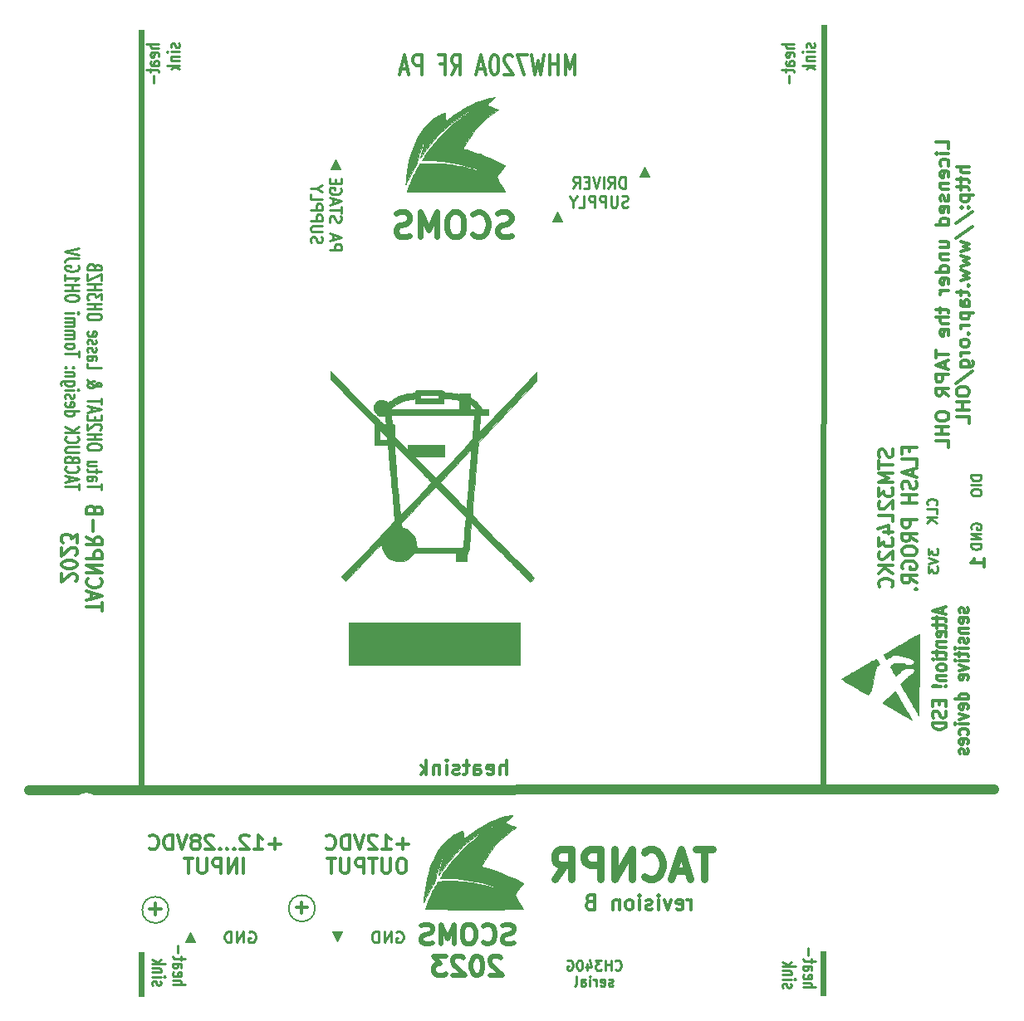
<source format=gbo>
G04 #@! TF.GenerationSoftware,KiCad,Pcbnew,6.0.2+dfsg-1*
G04 #@! TF.CreationDate,2023-04-26T18:19:56+03:00*
G04 #@! TF.ProjectId,TACNPR,5441434e-5052-42e6-9b69-6361645f7063,rev?*
G04 #@! TF.SameCoordinates,Original*
G04 #@! TF.FileFunction,Legend,Bot*
G04 #@! TF.FilePolarity,Positive*
%FSLAX46Y46*%
G04 Gerber Fmt 4.6, Leading zero omitted, Abs format (unit mm)*
G04 Created by KiCad (PCBNEW 6.0.2+dfsg-1) date 2023-04-26 18:19:56*
%MOMM*%
%LPD*%
G01*
G04 APERTURE LIST*
%ADD10C,0.100000*%
%ADD11C,0.200000*%
%ADD12C,1.000000*%
%ADD13C,0.300000*%
%ADD14C,0.250000*%
%ADD15C,0.275000*%
%ADD16C,0.350000*%
%ADD17C,0.625000*%
%ADD18C,0.325000*%
%ADD19C,0.750000*%
%ADD20C,0.375000*%
%ADD21C,0.500000*%
%ADD22C,0.010000*%
%ADD23C,7.000000*%
%ADD24C,3.900000*%
%ADD25C,2.050000*%
%ADD26C,2.250000*%
%ADD27R,1.700000X1.700000*%
%ADD28O,1.700000X1.700000*%
%ADD29R,2.600000X2.600000*%
%ADD30C,2.600000*%
%ADD31C,2.350000*%
%ADD32O,1.250000X0.950000*%
%ADD33O,0.890000X1.550000*%
%ADD34C,3.250000*%
%ADD35C,1.200000*%
%ADD36C,1.300000*%
%ADD37C,2.000000*%
G04 APERTURE END LIST*
D10*
X100330000Y-135890000D02*
X100838000Y-135890000D01*
X100838000Y-135890000D02*
X100838000Y-131388000D01*
X100838000Y-131388000D02*
X100330000Y-131388000D01*
X100330000Y-131388000D02*
X100330000Y-135890000D01*
G36*
X100838000Y-135890000D02*
G01*
X100330000Y-135890000D01*
X100330000Y-131388000D01*
X100838000Y-131388000D01*
X100838000Y-135890000D01*
G37*
X100838000Y-135890000D02*
X100330000Y-135890000D01*
X100330000Y-131388000D01*
X100838000Y-131388000D01*
X100838000Y-135890000D01*
X169926000Y-41332000D02*
X170434000Y-41332000D01*
X170434000Y-41332000D02*
X170434000Y-36830000D01*
X170434000Y-36830000D02*
X169926000Y-36830000D01*
X169926000Y-36830000D02*
X169926000Y-41332000D01*
G36*
X170434000Y-41332000D02*
G01*
X169926000Y-41332000D01*
X169926000Y-36830000D01*
X170434000Y-36830000D01*
X170434000Y-41332000D01*
G37*
X170434000Y-41332000D02*
X169926000Y-41332000D01*
X169926000Y-36830000D01*
X170434000Y-36830000D01*
X170434000Y-41332000D01*
X169898810Y-135794500D02*
X170406810Y-135794500D01*
X170406810Y-135794500D02*
X170406810Y-131292500D01*
X170406810Y-131292500D02*
X169898810Y-131292500D01*
X169898810Y-131292500D02*
X169898810Y-135794500D01*
G36*
X170406810Y-135794500D02*
G01*
X169898810Y-135794500D01*
X169898810Y-131292500D01*
X170406810Y-131292500D01*
X170406810Y-135794500D01*
G37*
X170406810Y-135794500D02*
X169898810Y-135794500D01*
X169898810Y-131292500D01*
X170406810Y-131292500D01*
X170406810Y-135794500D01*
X120396000Y-50546000D02*
X119888000Y-51562000D01*
X119888000Y-51562000D02*
X120904000Y-51562000D01*
X120904000Y-51562000D02*
X120396000Y-50546000D01*
G36*
X120904000Y-51562000D02*
G01*
X119888000Y-51562000D01*
X120396000Y-50546000D01*
X120904000Y-51562000D01*
G37*
X120904000Y-51562000D02*
X119888000Y-51562000D01*
X120396000Y-50546000D01*
X120904000Y-51562000D01*
X100330000Y-41840000D02*
X100838000Y-41840000D01*
X100838000Y-41840000D02*
X100838000Y-37338000D01*
X100838000Y-37338000D02*
X100330000Y-37338000D01*
X100330000Y-37338000D02*
X100330000Y-41840000D01*
G36*
X100838000Y-41840000D02*
G01*
X100330000Y-41840000D01*
X100330000Y-37338000D01*
X100838000Y-37338000D01*
X100838000Y-41840000D01*
G37*
X100838000Y-41840000D02*
X100330000Y-41840000D01*
X100330000Y-37338000D01*
X100838000Y-37338000D01*
X100838000Y-41840000D01*
X151955500Y-51308000D02*
X151447500Y-52324000D01*
X151447500Y-52324000D02*
X152463500Y-52324000D01*
X152463500Y-52324000D02*
X151955500Y-51308000D01*
G36*
X152463500Y-52324000D02*
G01*
X151447500Y-52324000D01*
X151955500Y-51308000D01*
X152463500Y-52324000D01*
G37*
X152463500Y-52324000D02*
X151447500Y-52324000D01*
X151955500Y-51308000D01*
X152463500Y-52324000D01*
X143002000Y-55880000D02*
X142494000Y-56896000D01*
X142494000Y-56896000D02*
X143510000Y-56896000D01*
X143510000Y-56896000D02*
X143002000Y-55880000D01*
G36*
X143510000Y-56896000D02*
G01*
X142494000Y-56896000D01*
X143002000Y-55880000D01*
X143510000Y-56896000D01*
G37*
X143510000Y-56896000D02*
X142494000Y-56896000D01*
X143002000Y-55880000D01*
X143510000Y-56896000D01*
X100330000Y-114331600D02*
X100838000Y-114331600D01*
X100838000Y-114331600D02*
X100838000Y-41840000D01*
X100838000Y-41840000D02*
X100330000Y-41840000D01*
X100330000Y-41840000D02*
X100330000Y-114331600D01*
G36*
X100838000Y-114331600D02*
G01*
X100330000Y-114331600D01*
X100330000Y-41840000D01*
X100838000Y-41840000D01*
X100838000Y-114331600D01*
G37*
X100838000Y-114331600D02*
X100330000Y-114331600D01*
X100330000Y-41840000D01*
X100838000Y-41840000D01*
X100838000Y-114331600D01*
X169898809Y-114306100D02*
X170406809Y-114306100D01*
X170406809Y-114306100D02*
X170434000Y-41332000D01*
X170434000Y-41332000D02*
X169926000Y-41332000D01*
X169926000Y-41332000D02*
X169898809Y-114306100D01*
G36*
X170406809Y-114306100D02*
G01*
X169898809Y-114306100D01*
X169926000Y-41332000D01*
X170434000Y-41332000D01*
X170406809Y-114306100D01*
G37*
X170406809Y-114306100D02*
X169898809Y-114306100D01*
X169926000Y-41332000D01*
X170434000Y-41332000D01*
X170406809Y-114306100D01*
D11*
X118332442Y-126929959D02*
G75*
G03*
X118332442Y-126929959I-1340042J0D01*
G01*
D10*
X120599200Y-130251200D02*
X121107200Y-129235200D01*
X121107200Y-129235200D02*
X120091200Y-129235200D01*
X120091200Y-129235200D02*
X120599200Y-130251200D01*
G36*
X120599200Y-130251200D02*
G01*
X120091200Y-129235200D01*
X121107200Y-129235200D01*
X120599200Y-130251200D01*
G37*
X120599200Y-130251200D02*
X120091200Y-129235200D01*
X121107200Y-129235200D01*
X120599200Y-130251200D01*
D12*
X89204800Y-114858800D02*
X187604400Y-114757200D01*
D10*
X105613200Y-129336800D02*
X105105200Y-130352800D01*
X105105200Y-130352800D02*
X106121200Y-130352800D01*
X106121200Y-130352800D02*
X105613200Y-129336800D01*
G36*
X106121200Y-130352800D02*
G01*
X105105200Y-130352800D01*
X105613200Y-129336800D01*
X106121200Y-130352800D01*
G37*
X106121200Y-130352800D02*
X105105200Y-130352800D01*
X105613200Y-129336800D01*
X106121200Y-130352800D01*
D11*
X103397242Y-127082359D02*
G75*
G03*
X103397242Y-127082359I-1340042J0D01*
G01*
D13*
X96652190Y-96586000D02*
X96652190Y-95786000D01*
X95052190Y-96186000D02*
X96652190Y-96186000D01*
X95509333Y-95386000D02*
X95509333Y-94719333D01*
X95052190Y-95519333D02*
X96652190Y-95052666D01*
X95052190Y-94586000D01*
X95204571Y-93319333D02*
X95128380Y-93386000D01*
X95052190Y-93586000D01*
X95052190Y-93719333D01*
X95128380Y-93919333D01*
X95280761Y-94052666D01*
X95433142Y-94119333D01*
X95737904Y-94186000D01*
X95966476Y-94186000D01*
X96271238Y-94119333D01*
X96423619Y-94052666D01*
X96576000Y-93919333D01*
X96652190Y-93719333D01*
X96652190Y-93586000D01*
X96576000Y-93386000D01*
X96499809Y-93319333D01*
X95052190Y-92719333D02*
X96652190Y-92719333D01*
X95052190Y-91919333D01*
X96652190Y-91919333D01*
X95052190Y-91252666D02*
X96652190Y-91252666D01*
X96652190Y-90719333D01*
X96576000Y-90586000D01*
X96499809Y-90519333D01*
X96347428Y-90452666D01*
X96118857Y-90452666D01*
X95966476Y-90519333D01*
X95890285Y-90586000D01*
X95814095Y-90719333D01*
X95814095Y-91252666D01*
X95052190Y-89052666D02*
X95814095Y-89519333D01*
X95052190Y-89852666D02*
X96652190Y-89852666D01*
X96652190Y-89319333D01*
X96576000Y-89186000D01*
X96499809Y-89119333D01*
X96347428Y-89052666D01*
X96118857Y-89052666D01*
X95966476Y-89119333D01*
X95890285Y-89186000D01*
X95814095Y-89319333D01*
X95814095Y-89852666D01*
X95661714Y-88452666D02*
X95661714Y-87386000D01*
X95890285Y-86252666D02*
X95814095Y-86052666D01*
X95737904Y-85986000D01*
X95585523Y-85919333D01*
X95356952Y-85919333D01*
X95204571Y-85986000D01*
X95128380Y-86052666D01*
X95052190Y-86186000D01*
X95052190Y-86719333D01*
X96652190Y-86719333D01*
X96652190Y-86252666D01*
X96576000Y-86119333D01*
X96499809Y-86052666D01*
X96347428Y-85986000D01*
X96195047Y-85986000D01*
X96042666Y-86052666D01*
X95966476Y-86119333D01*
X95890285Y-86252666D01*
X95890285Y-86719333D01*
X93923809Y-93586000D02*
X94000000Y-93519333D01*
X94076190Y-93386000D01*
X94076190Y-93052666D01*
X94000000Y-92919333D01*
X93923809Y-92852666D01*
X93771428Y-92786000D01*
X93619047Y-92786000D01*
X93390476Y-92852666D01*
X92476190Y-93652666D01*
X92476190Y-92786000D01*
X94076190Y-91919333D02*
X94076190Y-91786000D01*
X94000000Y-91652666D01*
X93923809Y-91586000D01*
X93771428Y-91519333D01*
X93466666Y-91452666D01*
X93085714Y-91452666D01*
X92780952Y-91519333D01*
X92628571Y-91586000D01*
X92552380Y-91652666D01*
X92476190Y-91786000D01*
X92476190Y-91919333D01*
X92552380Y-92052666D01*
X92628571Y-92119333D01*
X92780952Y-92186000D01*
X93085714Y-92252666D01*
X93466666Y-92252666D01*
X93771428Y-92186000D01*
X93923809Y-92119333D01*
X94000000Y-92052666D01*
X94076190Y-91919333D01*
X93923809Y-90919333D02*
X94000000Y-90852666D01*
X94076190Y-90719333D01*
X94076190Y-90386000D01*
X94000000Y-90252666D01*
X93923809Y-90186000D01*
X93771428Y-90119333D01*
X93619047Y-90119333D01*
X93390476Y-90186000D01*
X92476190Y-90986000D01*
X92476190Y-90119333D01*
X94076190Y-89652666D02*
X94076190Y-88786000D01*
X93466666Y-89252666D01*
X93466666Y-89052666D01*
X93390476Y-88919333D01*
X93314285Y-88852666D01*
X93161904Y-88786000D01*
X92780952Y-88786000D01*
X92628571Y-88852666D01*
X92552380Y-88919333D01*
X92476190Y-89052666D01*
X92476190Y-89452666D01*
X92552380Y-89586000D01*
X92628571Y-89652666D01*
D14*
X103836404Y-134727404D02*
X105136404Y-134727404D01*
X103836404Y-134298833D02*
X104517357Y-134298833D01*
X104641166Y-134346452D01*
X104703071Y-134441690D01*
X104703071Y-134584547D01*
X104641166Y-134679785D01*
X104579261Y-134727404D01*
X103898309Y-133441690D02*
X103836404Y-133536928D01*
X103836404Y-133727404D01*
X103898309Y-133822642D01*
X104022119Y-133870261D01*
X104517357Y-133870261D01*
X104641166Y-133822642D01*
X104703071Y-133727404D01*
X104703071Y-133536928D01*
X104641166Y-133441690D01*
X104517357Y-133394071D01*
X104393547Y-133394071D01*
X104269738Y-133870261D01*
X103836404Y-132536928D02*
X104517357Y-132536928D01*
X104641166Y-132584547D01*
X104703071Y-132679785D01*
X104703071Y-132870261D01*
X104641166Y-132965500D01*
X103898309Y-132536928D02*
X103836404Y-132632166D01*
X103836404Y-132870261D01*
X103898309Y-132965500D01*
X104022119Y-133013119D01*
X104145928Y-133013119D01*
X104269738Y-132965500D01*
X104331642Y-132870261D01*
X104331642Y-132632166D01*
X104393547Y-132536928D01*
X104703071Y-132203595D02*
X104703071Y-131822642D01*
X105136404Y-132060738D02*
X104022119Y-132060738D01*
X103898309Y-132013119D01*
X103836404Y-131917880D01*
X103836404Y-131822642D01*
X104331642Y-131489309D02*
X104331642Y-130727404D01*
X101805309Y-134775023D02*
X101743404Y-134679785D01*
X101743404Y-134489309D01*
X101805309Y-134394071D01*
X101929119Y-134346452D01*
X101991023Y-134346452D01*
X102114833Y-134394071D01*
X102176738Y-134489309D01*
X102176738Y-134632166D01*
X102238642Y-134727404D01*
X102362452Y-134775023D01*
X102424357Y-134775023D01*
X102548166Y-134727404D01*
X102610071Y-134632166D01*
X102610071Y-134489309D01*
X102548166Y-134394071D01*
X101743404Y-133917880D02*
X102610071Y-133917880D01*
X103043404Y-133917880D02*
X102981500Y-133965500D01*
X102919595Y-133917880D01*
X102981500Y-133870261D01*
X103043404Y-133917880D01*
X102919595Y-133917880D01*
X102610071Y-133441690D02*
X101743404Y-133441690D01*
X102486261Y-133441690D02*
X102548166Y-133394071D01*
X102610071Y-133298833D01*
X102610071Y-133155976D01*
X102548166Y-133060738D01*
X102424357Y-133013119D01*
X101743404Y-133013119D01*
X101743404Y-132536928D02*
X103043404Y-132536928D01*
X102238642Y-132441690D02*
X101743404Y-132155976D01*
X102610071Y-132155976D02*
X102114833Y-132536928D01*
X96508666Y-84197261D02*
X96508666Y-83625833D01*
X95108666Y-83911547D02*
X96508666Y-83911547D01*
X95108666Y-82863928D02*
X95842000Y-82863928D01*
X95975333Y-82911547D01*
X96042000Y-83006785D01*
X96042000Y-83197261D01*
X95975333Y-83292500D01*
X95175333Y-82863928D02*
X95108666Y-82959166D01*
X95108666Y-83197261D01*
X95175333Y-83292500D01*
X95308666Y-83340119D01*
X95442000Y-83340119D01*
X95575333Y-83292500D01*
X95642000Y-83197261D01*
X95642000Y-82959166D01*
X95708666Y-82863928D01*
X96042000Y-82530595D02*
X96042000Y-82149642D01*
X96508666Y-82387738D02*
X95308666Y-82387738D01*
X95175333Y-82340119D01*
X95108666Y-82244880D01*
X95108666Y-82149642D01*
X96042000Y-81387738D02*
X95108666Y-81387738D01*
X96042000Y-81816309D02*
X95308666Y-81816309D01*
X95175333Y-81768690D01*
X95108666Y-81673452D01*
X95108666Y-81530595D01*
X95175333Y-81435357D01*
X95242000Y-81387738D01*
X96508666Y-79959166D02*
X96508666Y-79768690D01*
X96442000Y-79673452D01*
X96308666Y-79578214D01*
X96042000Y-79530595D01*
X95575333Y-79530595D01*
X95308666Y-79578214D01*
X95175333Y-79673452D01*
X95108666Y-79768690D01*
X95108666Y-79959166D01*
X95175333Y-80054404D01*
X95308666Y-80149642D01*
X95575333Y-80197261D01*
X96042000Y-80197261D01*
X96308666Y-80149642D01*
X96442000Y-80054404D01*
X96508666Y-79959166D01*
X95108666Y-79102023D02*
X96508666Y-79102023D01*
X95842000Y-79102023D02*
X95842000Y-78530595D01*
X95108666Y-78530595D02*
X96508666Y-78530595D01*
X96375333Y-78102023D02*
X96442000Y-78054404D01*
X96508666Y-77959166D01*
X96508666Y-77721071D01*
X96442000Y-77625833D01*
X96375333Y-77578214D01*
X96242000Y-77530595D01*
X96108666Y-77530595D01*
X95908666Y-77578214D01*
X95108666Y-78149642D01*
X95108666Y-77530595D01*
X95842000Y-77102023D02*
X95842000Y-76768690D01*
X95108666Y-76625833D02*
X95108666Y-77102023D01*
X96508666Y-77102023D01*
X96508666Y-76625833D01*
X95508666Y-76244880D02*
X95508666Y-75768690D01*
X95108666Y-76340119D02*
X96508666Y-76006785D01*
X95108666Y-75673452D01*
X96508666Y-75482976D02*
X96508666Y-74911547D01*
X95108666Y-75197261D02*
X96508666Y-75197261D01*
X95108666Y-73006785D02*
X95108666Y-73054404D01*
X95175333Y-73149642D01*
X95375333Y-73292500D01*
X95775333Y-73530595D01*
X95975333Y-73625833D01*
X96175333Y-73673452D01*
X96308666Y-73673452D01*
X96442000Y-73625833D01*
X96508666Y-73530595D01*
X96508666Y-73482976D01*
X96442000Y-73387738D01*
X96308666Y-73340119D01*
X96242000Y-73340119D01*
X96108666Y-73387738D01*
X96042000Y-73435357D01*
X95775333Y-73721071D01*
X95708666Y-73768690D01*
X95575333Y-73816309D01*
X95375333Y-73816309D01*
X95242000Y-73768690D01*
X95175333Y-73721071D01*
X95108666Y-73625833D01*
X95108666Y-73482976D01*
X95175333Y-73387738D01*
X95242000Y-73340119D01*
X95508666Y-73197261D01*
X95708666Y-73149642D01*
X95842000Y-73149642D01*
X95108666Y-71340119D02*
X95108666Y-71816309D01*
X96508666Y-71816309D01*
X95108666Y-70578214D02*
X95842000Y-70578214D01*
X95975333Y-70625833D01*
X96042000Y-70721071D01*
X96042000Y-70911547D01*
X95975333Y-71006785D01*
X95175333Y-70578214D02*
X95108666Y-70673452D01*
X95108666Y-70911547D01*
X95175333Y-71006785D01*
X95308666Y-71054404D01*
X95442000Y-71054404D01*
X95575333Y-71006785D01*
X95642000Y-70911547D01*
X95642000Y-70673452D01*
X95708666Y-70578214D01*
X95175333Y-70149642D02*
X95108666Y-70054404D01*
X95108666Y-69863928D01*
X95175333Y-69768690D01*
X95308666Y-69721071D01*
X95375333Y-69721071D01*
X95508666Y-69768690D01*
X95575333Y-69863928D01*
X95575333Y-70006785D01*
X95642000Y-70102023D01*
X95775333Y-70149642D01*
X95842000Y-70149642D01*
X95975333Y-70102023D01*
X96042000Y-70006785D01*
X96042000Y-69863928D01*
X95975333Y-69768690D01*
X95175333Y-69340119D02*
X95108666Y-69244880D01*
X95108666Y-69054404D01*
X95175333Y-68959166D01*
X95308666Y-68911547D01*
X95375333Y-68911547D01*
X95508666Y-68959166D01*
X95575333Y-69054404D01*
X95575333Y-69197261D01*
X95642000Y-69292500D01*
X95775333Y-69340119D01*
X95842000Y-69340119D01*
X95975333Y-69292500D01*
X96042000Y-69197261D01*
X96042000Y-69054404D01*
X95975333Y-68959166D01*
X95175333Y-68102023D02*
X95108666Y-68197261D01*
X95108666Y-68387738D01*
X95175333Y-68482976D01*
X95308666Y-68530595D01*
X95842000Y-68530595D01*
X95975333Y-68482976D01*
X96042000Y-68387738D01*
X96042000Y-68197261D01*
X95975333Y-68102023D01*
X95842000Y-68054404D01*
X95708666Y-68054404D01*
X95575333Y-68530595D01*
X96508666Y-66673452D02*
X96508666Y-66482976D01*
X96442000Y-66387738D01*
X96308666Y-66292500D01*
X96042000Y-66244880D01*
X95575333Y-66244880D01*
X95308666Y-66292500D01*
X95175333Y-66387738D01*
X95108666Y-66482976D01*
X95108666Y-66673452D01*
X95175333Y-66768690D01*
X95308666Y-66863928D01*
X95575333Y-66911547D01*
X96042000Y-66911547D01*
X96308666Y-66863928D01*
X96442000Y-66768690D01*
X96508666Y-66673452D01*
X95108666Y-65816309D02*
X96508666Y-65816309D01*
X95842000Y-65816309D02*
X95842000Y-65244880D01*
X95108666Y-65244880D02*
X96508666Y-65244880D01*
X96508666Y-64863928D02*
X96508666Y-64244880D01*
X95975333Y-64578214D01*
X95975333Y-64435357D01*
X95908666Y-64340119D01*
X95842000Y-64292500D01*
X95708666Y-64244880D01*
X95375333Y-64244880D01*
X95242000Y-64292500D01*
X95175333Y-64340119D01*
X95108666Y-64435357D01*
X95108666Y-64721071D01*
X95175333Y-64816309D01*
X95242000Y-64863928D01*
X95108666Y-63816309D02*
X96508666Y-63816309D01*
X95842000Y-63816309D02*
X95842000Y-63244880D01*
X95108666Y-63244880D02*
X96508666Y-63244880D01*
X96508666Y-62863928D02*
X96508666Y-62197261D01*
X95108666Y-62863928D01*
X95108666Y-62197261D01*
X95842000Y-61482976D02*
X95775333Y-61340119D01*
X95708666Y-61292500D01*
X95575333Y-61244880D01*
X95375333Y-61244880D01*
X95242000Y-61292500D01*
X95175333Y-61340119D01*
X95108666Y-61435357D01*
X95108666Y-61816309D01*
X96508666Y-61816309D01*
X96508666Y-61482976D01*
X96442000Y-61387738D01*
X96375333Y-61340119D01*
X96242000Y-61292500D01*
X96108666Y-61292500D01*
X95975333Y-61340119D01*
X95908666Y-61387738D01*
X95842000Y-61482976D01*
X95842000Y-61816309D01*
X94254666Y-84197261D02*
X94254666Y-83625833D01*
X92854666Y-83911547D02*
X94254666Y-83911547D01*
X93254666Y-83340119D02*
X93254666Y-82863928D01*
X92854666Y-83435357D02*
X94254666Y-83102023D01*
X92854666Y-82768690D01*
X92988000Y-81863928D02*
X92921333Y-81911547D01*
X92854666Y-82054404D01*
X92854666Y-82149642D01*
X92921333Y-82292500D01*
X93054666Y-82387738D01*
X93188000Y-82435357D01*
X93454666Y-82482976D01*
X93654666Y-82482976D01*
X93921333Y-82435357D01*
X94054666Y-82387738D01*
X94188000Y-82292500D01*
X94254666Y-82149642D01*
X94254666Y-82054404D01*
X94188000Y-81911547D01*
X94121333Y-81863928D01*
X93588000Y-81102023D02*
X93521333Y-80959166D01*
X93454666Y-80911547D01*
X93321333Y-80863928D01*
X93121333Y-80863928D01*
X92988000Y-80911547D01*
X92921333Y-80959166D01*
X92854666Y-81054404D01*
X92854666Y-81435357D01*
X94254666Y-81435357D01*
X94254666Y-81102023D01*
X94188000Y-81006785D01*
X94121333Y-80959166D01*
X93988000Y-80911547D01*
X93854666Y-80911547D01*
X93721333Y-80959166D01*
X93654666Y-81006785D01*
X93588000Y-81102023D01*
X93588000Y-81435357D01*
X94254666Y-80435357D02*
X93121333Y-80435357D01*
X92988000Y-80387738D01*
X92921333Y-80340119D01*
X92854666Y-80244880D01*
X92854666Y-80054404D01*
X92921333Y-79959166D01*
X92988000Y-79911547D01*
X93121333Y-79863928D01*
X94254666Y-79863928D01*
X92988000Y-78816309D02*
X92921333Y-78863928D01*
X92854666Y-79006785D01*
X92854666Y-79102023D01*
X92921333Y-79244880D01*
X93054666Y-79340119D01*
X93188000Y-79387738D01*
X93454666Y-79435357D01*
X93654666Y-79435357D01*
X93921333Y-79387738D01*
X94054666Y-79340119D01*
X94188000Y-79244880D01*
X94254666Y-79102023D01*
X94254666Y-79006785D01*
X94188000Y-78863928D01*
X94121333Y-78816309D01*
X92854666Y-78387738D02*
X94254666Y-78387738D01*
X92854666Y-77816309D02*
X93654666Y-78244880D01*
X94254666Y-77816309D02*
X93454666Y-78387738D01*
X92854666Y-76197261D02*
X94254666Y-76197261D01*
X92921333Y-76197261D02*
X92854666Y-76292500D01*
X92854666Y-76482976D01*
X92921333Y-76578214D01*
X92988000Y-76625833D01*
X93121333Y-76673452D01*
X93521333Y-76673452D01*
X93654666Y-76625833D01*
X93721333Y-76578214D01*
X93788000Y-76482976D01*
X93788000Y-76292500D01*
X93721333Y-76197261D01*
X92921333Y-75340119D02*
X92854666Y-75435357D01*
X92854666Y-75625833D01*
X92921333Y-75721071D01*
X93054666Y-75768690D01*
X93588000Y-75768690D01*
X93721333Y-75721071D01*
X93788000Y-75625833D01*
X93788000Y-75435357D01*
X93721333Y-75340119D01*
X93588000Y-75292500D01*
X93454666Y-75292500D01*
X93321333Y-75768690D01*
X92921333Y-74911547D02*
X92854666Y-74816309D01*
X92854666Y-74625833D01*
X92921333Y-74530595D01*
X93054666Y-74482976D01*
X93121333Y-74482976D01*
X93254666Y-74530595D01*
X93321333Y-74625833D01*
X93321333Y-74768690D01*
X93388000Y-74863928D01*
X93521333Y-74911547D01*
X93588000Y-74911547D01*
X93721333Y-74863928D01*
X93788000Y-74768690D01*
X93788000Y-74625833D01*
X93721333Y-74530595D01*
X92854666Y-74054404D02*
X93788000Y-74054404D01*
X94254666Y-74054404D02*
X94188000Y-74102023D01*
X94121333Y-74054404D01*
X94188000Y-74006785D01*
X94254666Y-74054404D01*
X94121333Y-74054404D01*
X93788000Y-73149642D02*
X92654666Y-73149642D01*
X92521333Y-73197261D01*
X92454666Y-73244880D01*
X92388000Y-73340119D01*
X92388000Y-73482976D01*
X92454666Y-73578214D01*
X92921333Y-73149642D02*
X92854666Y-73244880D01*
X92854666Y-73435357D01*
X92921333Y-73530595D01*
X92988000Y-73578214D01*
X93121333Y-73625833D01*
X93521333Y-73625833D01*
X93654666Y-73578214D01*
X93721333Y-73530595D01*
X93788000Y-73435357D01*
X93788000Y-73244880D01*
X93721333Y-73149642D01*
X93788000Y-72673452D02*
X92854666Y-72673452D01*
X93654666Y-72673452D02*
X93721333Y-72625833D01*
X93788000Y-72530595D01*
X93788000Y-72387738D01*
X93721333Y-72292500D01*
X93588000Y-72244880D01*
X92854666Y-72244880D01*
X92988000Y-71768690D02*
X92921333Y-71721071D01*
X92854666Y-71768690D01*
X92921333Y-71816309D01*
X92988000Y-71768690D01*
X92854666Y-71768690D01*
X93721333Y-71768690D02*
X93654666Y-71721071D01*
X93588000Y-71768690D01*
X93654666Y-71816309D01*
X93721333Y-71768690D01*
X93588000Y-71768690D01*
X94254666Y-70673452D02*
X94254666Y-70102023D01*
X92854666Y-70387738D02*
X94254666Y-70387738D01*
X92854666Y-69625833D02*
X92921333Y-69721071D01*
X92988000Y-69768690D01*
X93121333Y-69816309D01*
X93521333Y-69816309D01*
X93654666Y-69768690D01*
X93721333Y-69721071D01*
X93788000Y-69625833D01*
X93788000Y-69482976D01*
X93721333Y-69387738D01*
X93654666Y-69340119D01*
X93521333Y-69292500D01*
X93121333Y-69292500D01*
X92988000Y-69340119D01*
X92921333Y-69387738D01*
X92854666Y-69482976D01*
X92854666Y-69625833D01*
X92854666Y-68863928D02*
X93788000Y-68863928D01*
X93654666Y-68863928D02*
X93721333Y-68816309D01*
X93788000Y-68721071D01*
X93788000Y-68578214D01*
X93721333Y-68482976D01*
X93588000Y-68435357D01*
X92854666Y-68435357D01*
X93588000Y-68435357D02*
X93721333Y-68387738D01*
X93788000Y-68292500D01*
X93788000Y-68149642D01*
X93721333Y-68054404D01*
X93588000Y-68006785D01*
X92854666Y-68006785D01*
X92854666Y-67530595D02*
X93788000Y-67530595D01*
X93654666Y-67530595D02*
X93721333Y-67482976D01*
X93788000Y-67387738D01*
X93788000Y-67244880D01*
X93721333Y-67149642D01*
X93588000Y-67102023D01*
X92854666Y-67102023D01*
X93588000Y-67102023D02*
X93721333Y-67054404D01*
X93788000Y-66959166D01*
X93788000Y-66816309D01*
X93721333Y-66721071D01*
X93588000Y-66673452D01*
X92854666Y-66673452D01*
X92854666Y-66197261D02*
X93788000Y-66197261D01*
X94254666Y-66197261D02*
X94188000Y-66244880D01*
X94121333Y-66197261D01*
X94188000Y-66149642D01*
X94254666Y-66197261D01*
X94121333Y-66197261D01*
X94254666Y-64768690D02*
X94254666Y-64578214D01*
X94188000Y-64482976D01*
X94054666Y-64387738D01*
X93788000Y-64340119D01*
X93321333Y-64340119D01*
X93054666Y-64387738D01*
X92921333Y-64482976D01*
X92854666Y-64578214D01*
X92854666Y-64768690D01*
X92921333Y-64863928D01*
X93054666Y-64959166D01*
X93321333Y-65006785D01*
X93788000Y-65006785D01*
X94054666Y-64959166D01*
X94188000Y-64863928D01*
X94254666Y-64768690D01*
X92854666Y-63911547D02*
X94254666Y-63911547D01*
X93588000Y-63911547D02*
X93588000Y-63340119D01*
X92854666Y-63340119D02*
X94254666Y-63340119D01*
X92854666Y-62340119D02*
X92854666Y-62911547D01*
X92854666Y-62625833D02*
X94254666Y-62625833D01*
X94054666Y-62721071D01*
X93921333Y-62816309D01*
X93854666Y-62911547D01*
X94188000Y-61387738D02*
X94254666Y-61482976D01*
X94254666Y-61625833D01*
X94188000Y-61768690D01*
X94054666Y-61863928D01*
X93921333Y-61911547D01*
X93654666Y-61959166D01*
X93454666Y-61959166D01*
X93188000Y-61911547D01*
X93054666Y-61863928D01*
X92921333Y-61768690D01*
X92854666Y-61625833D01*
X92854666Y-61530595D01*
X92921333Y-61387738D01*
X92988000Y-61340119D01*
X93454666Y-61340119D01*
X93454666Y-61530595D01*
X94254666Y-60625833D02*
X93254666Y-60625833D01*
X93054666Y-60673452D01*
X92921333Y-60768690D01*
X92854666Y-60911547D01*
X92854666Y-61006785D01*
X94254666Y-60292500D02*
X92854666Y-59959166D01*
X94254666Y-59625833D01*
D15*
X119803142Y-59774476D02*
X121003142Y-59774476D01*
X121003142Y-59355428D01*
X120946000Y-59250666D01*
X120888857Y-59198285D01*
X120774571Y-59145904D01*
X120603142Y-59145904D01*
X120488857Y-59198285D01*
X120431714Y-59250666D01*
X120374571Y-59355428D01*
X120374571Y-59774476D01*
X120146000Y-58726857D02*
X120146000Y-58203047D01*
X119803142Y-58831619D02*
X121003142Y-58464952D01*
X119803142Y-58098285D01*
X119860285Y-56945904D02*
X119803142Y-56788761D01*
X119803142Y-56526857D01*
X119860285Y-56422095D01*
X119917428Y-56369714D01*
X120031714Y-56317333D01*
X120146000Y-56317333D01*
X120260285Y-56369714D01*
X120317428Y-56422095D01*
X120374571Y-56526857D01*
X120431714Y-56736380D01*
X120488857Y-56841142D01*
X120546000Y-56893523D01*
X120660285Y-56945904D01*
X120774571Y-56945904D01*
X120888857Y-56893523D01*
X120946000Y-56841142D01*
X121003142Y-56736380D01*
X121003142Y-56474476D01*
X120946000Y-56317333D01*
X121003142Y-56003047D02*
X121003142Y-55374476D01*
X119803142Y-55688761D02*
X121003142Y-55688761D01*
X120146000Y-55060190D02*
X120146000Y-54536380D01*
X119803142Y-55164952D02*
X121003142Y-54798285D01*
X119803142Y-54431619D01*
X120946000Y-53488761D02*
X121003142Y-53593523D01*
X121003142Y-53750666D01*
X120946000Y-53907809D01*
X120831714Y-54012571D01*
X120717428Y-54064952D01*
X120488857Y-54117333D01*
X120317428Y-54117333D01*
X120088857Y-54064952D01*
X119974571Y-54012571D01*
X119860285Y-53907809D01*
X119803142Y-53750666D01*
X119803142Y-53645904D01*
X119860285Y-53488761D01*
X119917428Y-53436380D01*
X120317428Y-53436380D01*
X120317428Y-53645904D01*
X120431714Y-52964952D02*
X120431714Y-52598285D01*
X119803142Y-52441142D02*
X119803142Y-52964952D01*
X121003142Y-52964952D01*
X121003142Y-52441142D01*
X117928285Y-59041142D02*
X117871142Y-58884000D01*
X117871142Y-58622095D01*
X117928285Y-58517333D01*
X117985428Y-58464952D01*
X118099714Y-58412571D01*
X118214000Y-58412571D01*
X118328285Y-58464952D01*
X118385428Y-58517333D01*
X118442571Y-58622095D01*
X118499714Y-58831619D01*
X118556857Y-58936380D01*
X118614000Y-58988761D01*
X118728285Y-59041142D01*
X118842571Y-59041142D01*
X118956857Y-58988761D01*
X119014000Y-58936380D01*
X119071142Y-58831619D01*
X119071142Y-58569714D01*
X119014000Y-58412571D01*
X119071142Y-57941142D02*
X118099714Y-57941142D01*
X117985428Y-57888761D01*
X117928285Y-57836380D01*
X117871142Y-57731619D01*
X117871142Y-57522095D01*
X117928285Y-57417333D01*
X117985428Y-57364952D01*
X118099714Y-57312571D01*
X119071142Y-57312571D01*
X117871142Y-56788761D02*
X119071142Y-56788761D01*
X119071142Y-56369714D01*
X119014000Y-56264952D01*
X118956857Y-56212571D01*
X118842571Y-56160190D01*
X118671142Y-56160190D01*
X118556857Y-56212571D01*
X118499714Y-56264952D01*
X118442571Y-56369714D01*
X118442571Y-56788761D01*
X117871142Y-55688761D02*
X119071142Y-55688761D01*
X119071142Y-55269714D01*
X119014000Y-55164952D01*
X118956857Y-55112571D01*
X118842571Y-55060190D01*
X118671142Y-55060190D01*
X118556857Y-55112571D01*
X118499714Y-55164952D01*
X118442571Y-55269714D01*
X118442571Y-55688761D01*
X117871142Y-54064952D02*
X117871142Y-54588761D01*
X119071142Y-54588761D01*
X118442571Y-53488761D02*
X117871142Y-53488761D01*
X119071142Y-53855428D02*
X118442571Y-53488761D01*
X119071142Y-53122095D01*
D16*
X177199642Y-80088666D02*
X177271071Y-80288666D01*
X177271071Y-80622000D01*
X177199642Y-80755333D01*
X177128214Y-80822000D01*
X176985357Y-80888666D01*
X176842500Y-80888666D01*
X176699642Y-80822000D01*
X176628214Y-80755333D01*
X176556785Y-80622000D01*
X176485357Y-80355333D01*
X176413928Y-80222000D01*
X176342500Y-80155333D01*
X176199642Y-80088666D01*
X176056785Y-80088666D01*
X175913928Y-80155333D01*
X175842500Y-80222000D01*
X175771071Y-80355333D01*
X175771071Y-80688666D01*
X175842500Y-80888666D01*
X175771071Y-81288666D02*
X175771071Y-82088666D01*
X177271071Y-81688666D02*
X175771071Y-81688666D01*
X177271071Y-82555333D02*
X175771071Y-82555333D01*
X176842500Y-83022000D01*
X175771071Y-83488666D01*
X177271071Y-83488666D01*
X175771071Y-84022000D02*
X175771071Y-84888666D01*
X176342500Y-84422000D01*
X176342500Y-84622000D01*
X176413928Y-84755333D01*
X176485357Y-84822000D01*
X176628214Y-84888666D01*
X176985357Y-84888666D01*
X177128214Y-84822000D01*
X177199642Y-84755333D01*
X177271071Y-84622000D01*
X177271071Y-84222000D01*
X177199642Y-84088666D01*
X177128214Y-84022000D01*
X175913928Y-85422000D02*
X175842500Y-85488666D01*
X175771071Y-85622000D01*
X175771071Y-85955333D01*
X175842500Y-86088666D01*
X175913928Y-86155333D01*
X176056785Y-86222000D01*
X176199642Y-86222000D01*
X176413928Y-86155333D01*
X177271071Y-85355333D01*
X177271071Y-86222000D01*
X177271071Y-87488666D02*
X177271071Y-86822000D01*
X175771071Y-86822000D01*
X176271071Y-88555333D02*
X177271071Y-88555333D01*
X175699642Y-88222000D02*
X176771071Y-87888666D01*
X176771071Y-88755333D01*
X175771071Y-89155333D02*
X175771071Y-90022000D01*
X176342500Y-89555333D01*
X176342500Y-89755333D01*
X176413928Y-89888666D01*
X176485357Y-89955333D01*
X176628214Y-90022000D01*
X176985357Y-90022000D01*
X177128214Y-89955333D01*
X177199642Y-89888666D01*
X177271071Y-89755333D01*
X177271071Y-89355333D01*
X177199642Y-89222000D01*
X177128214Y-89155333D01*
X175913928Y-90555333D02*
X175842500Y-90622000D01*
X175771071Y-90755333D01*
X175771071Y-91088666D01*
X175842500Y-91222000D01*
X175913928Y-91288666D01*
X176056785Y-91355333D01*
X176199642Y-91355333D01*
X176413928Y-91288666D01*
X177271071Y-90488666D01*
X177271071Y-91355333D01*
X177271071Y-91955333D02*
X175771071Y-91955333D01*
X177271071Y-92755333D02*
X176413928Y-92155333D01*
X175771071Y-92755333D02*
X176628214Y-91955333D01*
X177128214Y-94155333D02*
X177199642Y-94088666D01*
X177271071Y-93888666D01*
X177271071Y-93755333D01*
X177199642Y-93555333D01*
X177056785Y-93422000D01*
X176913928Y-93355333D01*
X176628214Y-93288666D01*
X176413928Y-93288666D01*
X176128214Y-93355333D01*
X175985357Y-93422000D01*
X175842500Y-93555333D01*
X175771071Y-93755333D01*
X175771071Y-93888666D01*
X175842500Y-94088666D01*
X175913928Y-94155333D01*
X178900357Y-80355333D02*
X178900357Y-79888666D01*
X179686071Y-79888666D02*
X178186071Y-79888666D01*
X178186071Y-80555333D01*
X179686071Y-81755333D02*
X179686071Y-81088666D01*
X178186071Y-81088666D01*
X179257500Y-82155333D02*
X179257500Y-82822000D01*
X179686071Y-82022000D02*
X178186071Y-82488666D01*
X179686071Y-82955333D01*
X179614642Y-83355333D02*
X179686071Y-83555333D01*
X179686071Y-83888666D01*
X179614642Y-84022000D01*
X179543214Y-84088666D01*
X179400357Y-84155333D01*
X179257500Y-84155333D01*
X179114642Y-84088666D01*
X179043214Y-84022000D01*
X178971785Y-83888666D01*
X178900357Y-83622000D01*
X178828928Y-83488666D01*
X178757500Y-83422000D01*
X178614642Y-83355333D01*
X178471785Y-83355333D01*
X178328928Y-83422000D01*
X178257500Y-83488666D01*
X178186071Y-83622000D01*
X178186071Y-83955333D01*
X178257500Y-84155333D01*
X179686071Y-84755333D02*
X178186071Y-84755333D01*
X178900357Y-84755333D02*
X178900357Y-85555333D01*
X179686071Y-85555333D02*
X178186071Y-85555333D01*
X179686071Y-87288666D02*
X178186071Y-87288666D01*
X178186071Y-87822000D01*
X178257500Y-87955333D01*
X178328928Y-88022000D01*
X178471785Y-88088666D01*
X178686071Y-88088666D01*
X178828928Y-88022000D01*
X178900357Y-87955333D01*
X178971785Y-87822000D01*
X178971785Y-87288666D01*
X179686071Y-89488666D02*
X178971785Y-89022000D01*
X179686071Y-88688666D02*
X178186071Y-88688666D01*
X178186071Y-89222000D01*
X178257500Y-89355333D01*
X178328928Y-89422000D01*
X178471785Y-89488666D01*
X178686071Y-89488666D01*
X178828928Y-89422000D01*
X178900357Y-89355333D01*
X178971785Y-89222000D01*
X178971785Y-88688666D01*
X178186071Y-90355333D02*
X178186071Y-90622000D01*
X178257500Y-90755333D01*
X178400357Y-90888666D01*
X178686071Y-90955333D01*
X179186071Y-90955333D01*
X179471785Y-90888666D01*
X179614642Y-90755333D01*
X179686071Y-90622000D01*
X179686071Y-90355333D01*
X179614642Y-90222000D01*
X179471785Y-90088666D01*
X179186071Y-90022000D01*
X178686071Y-90022000D01*
X178400357Y-90088666D01*
X178257500Y-90222000D01*
X178186071Y-90355333D01*
X178257500Y-92288666D02*
X178186071Y-92155333D01*
X178186071Y-91955333D01*
X178257500Y-91755333D01*
X178400357Y-91622000D01*
X178543214Y-91555333D01*
X178828928Y-91488666D01*
X179043214Y-91488666D01*
X179328928Y-91555333D01*
X179471785Y-91622000D01*
X179614642Y-91755333D01*
X179686071Y-91955333D01*
X179686071Y-92088666D01*
X179614642Y-92288666D01*
X179543214Y-92355333D01*
X179043214Y-92355333D01*
X179043214Y-92088666D01*
X179686071Y-93755333D02*
X178971785Y-93288666D01*
X179686071Y-92955333D02*
X178186071Y-92955333D01*
X178186071Y-93488666D01*
X178257500Y-93622000D01*
X178328928Y-93688666D01*
X178471785Y-93755333D01*
X178686071Y-93755333D01*
X178828928Y-93688666D01*
X178900357Y-93622000D01*
X178971785Y-93488666D01*
X178971785Y-92955333D01*
X179543214Y-94355333D02*
X179614642Y-94422000D01*
X179686071Y-94355333D01*
X179614642Y-94288666D01*
X179543214Y-94355333D01*
X179686071Y-94355333D01*
D13*
X182291133Y-96283171D02*
X182291133Y-96854600D01*
X182691133Y-96168885D02*
X181291133Y-96568885D01*
X182691133Y-96968885D01*
X181757800Y-97197457D02*
X181757800Y-97654600D01*
X181291133Y-97368885D02*
X182491133Y-97368885D01*
X182624466Y-97426028D01*
X182691133Y-97540314D01*
X182691133Y-97654600D01*
X181757800Y-97883171D02*
X181757800Y-98340314D01*
X181291133Y-98054600D02*
X182491133Y-98054600D01*
X182624466Y-98111742D01*
X182691133Y-98226028D01*
X182691133Y-98340314D01*
X182624466Y-99197457D02*
X182691133Y-99083171D01*
X182691133Y-98854600D01*
X182624466Y-98740314D01*
X182491133Y-98683171D01*
X181957800Y-98683171D01*
X181824466Y-98740314D01*
X181757800Y-98854600D01*
X181757800Y-99083171D01*
X181824466Y-99197457D01*
X181957800Y-99254600D01*
X182091133Y-99254600D01*
X182224466Y-98683171D01*
X181757800Y-99768885D02*
X182691133Y-99768885D01*
X181891133Y-99768885D02*
X181824466Y-99826028D01*
X181757800Y-99940314D01*
X181757800Y-100111742D01*
X181824466Y-100226028D01*
X181957800Y-100283171D01*
X182691133Y-100283171D01*
X181757800Y-100683171D02*
X181757800Y-101140314D01*
X181291133Y-100854600D02*
X182491133Y-100854600D01*
X182624466Y-100911742D01*
X182691133Y-101026028D01*
X182691133Y-101140314D01*
X182691133Y-101540314D02*
X181757800Y-101540314D01*
X181291133Y-101540314D02*
X181357800Y-101483171D01*
X181424466Y-101540314D01*
X181357800Y-101597457D01*
X181291133Y-101540314D01*
X181424466Y-101540314D01*
X182691133Y-102283171D02*
X182624466Y-102168885D01*
X182557800Y-102111742D01*
X182424466Y-102054600D01*
X182024466Y-102054600D01*
X181891133Y-102111742D01*
X181824466Y-102168885D01*
X181757800Y-102283171D01*
X181757800Y-102454600D01*
X181824466Y-102568885D01*
X181891133Y-102626028D01*
X182024466Y-102683171D01*
X182424466Y-102683171D01*
X182557800Y-102626028D01*
X182624466Y-102568885D01*
X182691133Y-102454600D01*
X182691133Y-102283171D01*
X181757800Y-103197457D02*
X182691133Y-103197457D01*
X181891133Y-103197457D02*
X181824466Y-103254600D01*
X181757800Y-103368885D01*
X181757800Y-103540314D01*
X181824466Y-103654600D01*
X181957800Y-103711742D01*
X182691133Y-103711742D01*
X182557800Y-104283171D02*
X182624466Y-104340314D01*
X182691133Y-104283171D01*
X182624466Y-104226028D01*
X182557800Y-104283171D01*
X182691133Y-104283171D01*
X182157800Y-104283171D02*
X181357800Y-104226028D01*
X181291133Y-104283171D01*
X181357800Y-104340314D01*
X182157800Y-104283171D01*
X181291133Y-104283171D01*
X181957800Y-105768885D02*
X181957800Y-106168885D01*
X182691133Y-106340314D02*
X182691133Y-105768885D01*
X181291133Y-105768885D01*
X181291133Y-106340314D01*
X182624466Y-106797457D02*
X182691133Y-106968885D01*
X182691133Y-107254600D01*
X182624466Y-107368885D01*
X182557800Y-107426028D01*
X182424466Y-107483171D01*
X182291133Y-107483171D01*
X182157800Y-107426028D01*
X182091133Y-107368885D01*
X182024466Y-107254600D01*
X181957800Y-107026028D01*
X181891133Y-106911742D01*
X181824466Y-106854600D01*
X181691133Y-106797457D01*
X181557800Y-106797457D01*
X181424466Y-106854600D01*
X181357800Y-106911742D01*
X181291133Y-107026028D01*
X181291133Y-107311742D01*
X181357800Y-107483171D01*
X182691133Y-107997457D02*
X181291133Y-107997457D01*
X181291133Y-108283171D01*
X181357800Y-108454600D01*
X181491133Y-108568885D01*
X181624466Y-108626028D01*
X181891133Y-108683171D01*
X182091133Y-108683171D01*
X182357800Y-108626028D01*
X182491133Y-108568885D01*
X182624466Y-108454600D01*
X182691133Y-108283171D01*
X182691133Y-107997457D01*
X184878466Y-96283171D02*
X184945133Y-96397457D01*
X184945133Y-96626028D01*
X184878466Y-96740314D01*
X184745133Y-96797457D01*
X184678466Y-96797457D01*
X184545133Y-96740314D01*
X184478466Y-96626028D01*
X184478466Y-96454600D01*
X184411800Y-96340314D01*
X184278466Y-96283171D01*
X184211800Y-96283171D01*
X184078466Y-96340314D01*
X184011800Y-96454600D01*
X184011800Y-96626028D01*
X184078466Y-96740314D01*
X184878466Y-97768885D02*
X184945133Y-97654600D01*
X184945133Y-97426028D01*
X184878466Y-97311742D01*
X184745133Y-97254600D01*
X184211800Y-97254600D01*
X184078466Y-97311742D01*
X184011800Y-97426028D01*
X184011800Y-97654600D01*
X184078466Y-97768885D01*
X184211800Y-97826028D01*
X184345133Y-97826028D01*
X184478466Y-97254600D01*
X184011800Y-98340314D02*
X184945133Y-98340314D01*
X184145133Y-98340314D02*
X184078466Y-98397457D01*
X184011800Y-98511742D01*
X184011800Y-98683171D01*
X184078466Y-98797457D01*
X184211800Y-98854600D01*
X184945133Y-98854600D01*
X184878466Y-99368885D02*
X184945133Y-99483171D01*
X184945133Y-99711742D01*
X184878466Y-99826028D01*
X184745133Y-99883171D01*
X184678466Y-99883171D01*
X184545133Y-99826028D01*
X184478466Y-99711742D01*
X184478466Y-99540314D01*
X184411800Y-99426028D01*
X184278466Y-99368885D01*
X184211800Y-99368885D01*
X184078466Y-99426028D01*
X184011800Y-99540314D01*
X184011800Y-99711742D01*
X184078466Y-99826028D01*
X184945133Y-100397457D02*
X184011800Y-100397457D01*
X183545133Y-100397457D02*
X183611800Y-100340314D01*
X183678466Y-100397457D01*
X183611800Y-100454600D01*
X183545133Y-100397457D01*
X183678466Y-100397457D01*
X184011800Y-100797457D02*
X184011800Y-101254600D01*
X183545133Y-100968885D02*
X184745133Y-100968885D01*
X184878466Y-101026028D01*
X184945133Y-101140314D01*
X184945133Y-101254600D01*
X184945133Y-101654600D02*
X184011800Y-101654600D01*
X183545133Y-101654600D02*
X183611800Y-101597457D01*
X183678466Y-101654600D01*
X183611800Y-101711742D01*
X183545133Y-101654600D01*
X183678466Y-101654600D01*
X184011800Y-102111742D02*
X184945133Y-102397457D01*
X184011800Y-102683171D01*
X184878466Y-103597457D02*
X184945133Y-103483171D01*
X184945133Y-103254600D01*
X184878466Y-103140314D01*
X184745133Y-103083171D01*
X184211800Y-103083171D01*
X184078466Y-103140314D01*
X184011800Y-103254600D01*
X184011800Y-103483171D01*
X184078466Y-103597457D01*
X184211800Y-103654600D01*
X184345133Y-103654600D01*
X184478466Y-103083171D01*
X184945133Y-105597457D02*
X183545133Y-105597457D01*
X184878466Y-105597457D02*
X184945133Y-105483171D01*
X184945133Y-105254600D01*
X184878466Y-105140314D01*
X184811800Y-105083171D01*
X184678466Y-105026028D01*
X184278466Y-105026028D01*
X184145133Y-105083171D01*
X184078466Y-105140314D01*
X184011800Y-105254600D01*
X184011800Y-105483171D01*
X184078466Y-105597457D01*
X184878466Y-106626028D02*
X184945133Y-106511742D01*
X184945133Y-106283171D01*
X184878466Y-106168885D01*
X184745133Y-106111742D01*
X184211800Y-106111742D01*
X184078466Y-106168885D01*
X184011800Y-106283171D01*
X184011800Y-106511742D01*
X184078466Y-106626028D01*
X184211800Y-106683171D01*
X184345133Y-106683171D01*
X184478466Y-106111742D01*
X184011800Y-107083171D02*
X184945133Y-107368885D01*
X184011800Y-107654600D01*
X184945133Y-108111742D02*
X184011800Y-108111742D01*
X183545133Y-108111742D02*
X183611800Y-108054600D01*
X183678466Y-108111742D01*
X183611800Y-108168885D01*
X183545133Y-108111742D01*
X183678466Y-108111742D01*
X184878466Y-109197457D02*
X184945133Y-109083171D01*
X184945133Y-108854600D01*
X184878466Y-108740314D01*
X184811800Y-108683171D01*
X184678466Y-108626028D01*
X184278466Y-108626028D01*
X184145133Y-108683171D01*
X184078466Y-108740314D01*
X184011800Y-108854600D01*
X184011800Y-109083171D01*
X184078466Y-109197457D01*
X184878466Y-110168885D02*
X184945133Y-110054600D01*
X184945133Y-109826028D01*
X184878466Y-109711742D01*
X184745133Y-109654600D01*
X184211800Y-109654600D01*
X184078466Y-109711742D01*
X184011800Y-109826028D01*
X184011800Y-110054600D01*
X184078466Y-110168885D01*
X184211800Y-110226028D01*
X184345133Y-110226028D01*
X184478466Y-109654600D01*
X184878466Y-110683171D02*
X184945133Y-110797457D01*
X184945133Y-111026028D01*
X184878466Y-111140314D01*
X184745133Y-111197457D01*
X184678466Y-111197457D01*
X184545133Y-111140314D01*
X184478466Y-111026028D01*
X184478466Y-110854600D01*
X184411800Y-110740314D01*
X184278466Y-110683171D01*
X184211800Y-110683171D01*
X184078466Y-110740314D01*
X184011800Y-110854600D01*
X184011800Y-111026028D01*
X184078466Y-111140314D01*
D15*
X149939047Y-53488357D02*
X149939047Y-52288357D01*
X149677142Y-52288357D01*
X149520000Y-52345500D01*
X149415238Y-52459785D01*
X149362857Y-52574071D01*
X149310476Y-52802642D01*
X149310476Y-52974071D01*
X149362857Y-53202642D01*
X149415238Y-53316928D01*
X149520000Y-53431214D01*
X149677142Y-53488357D01*
X149939047Y-53488357D01*
X148210476Y-53488357D02*
X148577142Y-52916928D01*
X148839047Y-53488357D02*
X148839047Y-52288357D01*
X148420000Y-52288357D01*
X148315238Y-52345500D01*
X148262857Y-52402642D01*
X148210476Y-52516928D01*
X148210476Y-52688357D01*
X148262857Y-52802642D01*
X148315238Y-52859785D01*
X148420000Y-52916928D01*
X148839047Y-52916928D01*
X147739047Y-53488357D02*
X147739047Y-52288357D01*
X147372380Y-52288357D02*
X147005714Y-53488357D01*
X146639047Y-52288357D01*
X146272380Y-52859785D02*
X145905714Y-52859785D01*
X145748571Y-53488357D02*
X146272380Y-53488357D01*
X146272380Y-52288357D01*
X145748571Y-52288357D01*
X144648571Y-53488357D02*
X145015238Y-52916928D01*
X145277142Y-53488357D02*
X145277142Y-52288357D01*
X144858095Y-52288357D01*
X144753333Y-52345500D01*
X144700952Y-52402642D01*
X144648571Y-52516928D01*
X144648571Y-52688357D01*
X144700952Y-52802642D01*
X144753333Y-52859785D01*
X144858095Y-52916928D01*
X145277142Y-52916928D01*
X150227142Y-55363214D02*
X150070000Y-55420357D01*
X149808095Y-55420357D01*
X149703333Y-55363214D01*
X149650952Y-55306071D01*
X149598571Y-55191785D01*
X149598571Y-55077500D01*
X149650952Y-54963214D01*
X149703333Y-54906071D01*
X149808095Y-54848928D01*
X150017619Y-54791785D01*
X150122380Y-54734642D01*
X150174761Y-54677500D01*
X150227142Y-54563214D01*
X150227142Y-54448928D01*
X150174761Y-54334642D01*
X150122380Y-54277500D01*
X150017619Y-54220357D01*
X149755714Y-54220357D01*
X149598571Y-54277500D01*
X149127142Y-54220357D02*
X149127142Y-55191785D01*
X149074761Y-55306071D01*
X149022380Y-55363214D01*
X148917619Y-55420357D01*
X148708095Y-55420357D01*
X148603333Y-55363214D01*
X148550952Y-55306071D01*
X148498571Y-55191785D01*
X148498571Y-54220357D01*
X147974761Y-55420357D02*
X147974761Y-54220357D01*
X147555714Y-54220357D01*
X147450952Y-54277500D01*
X147398571Y-54334642D01*
X147346190Y-54448928D01*
X147346190Y-54620357D01*
X147398571Y-54734642D01*
X147450952Y-54791785D01*
X147555714Y-54848928D01*
X147974761Y-54848928D01*
X146874761Y-55420357D02*
X146874761Y-54220357D01*
X146455714Y-54220357D01*
X146350952Y-54277500D01*
X146298571Y-54334642D01*
X146246190Y-54448928D01*
X146246190Y-54620357D01*
X146298571Y-54734642D01*
X146350952Y-54791785D01*
X146455714Y-54848928D01*
X146874761Y-54848928D01*
X145250952Y-55420357D02*
X145774761Y-55420357D01*
X145774761Y-54220357D01*
X144674761Y-54848928D02*
X144674761Y-55420357D01*
X145041428Y-54220357D02*
X144674761Y-54848928D01*
X144308095Y-54220357D01*
D17*
X138353857Y-58288904D02*
X137996714Y-58407952D01*
X137401476Y-58407952D01*
X137163380Y-58288904D01*
X137044333Y-58169857D01*
X136925285Y-57931761D01*
X136925285Y-57693666D01*
X137044333Y-57455571D01*
X137163380Y-57336523D01*
X137401476Y-57217476D01*
X137877666Y-57098428D01*
X138115761Y-56979380D01*
X138234809Y-56860333D01*
X138353857Y-56622238D01*
X138353857Y-56384142D01*
X138234809Y-56146047D01*
X138115761Y-56027000D01*
X137877666Y-55907952D01*
X137282428Y-55907952D01*
X136925285Y-56027000D01*
X134425285Y-58169857D02*
X134544333Y-58288904D01*
X134901476Y-58407952D01*
X135139571Y-58407952D01*
X135496714Y-58288904D01*
X135734809Y-58050809D01*
X135853857Y-57812714D01*
X135972904Y-57336523D01*
X135972904Y-56979380D01*
X135853857Y-56503190D01*
X135734809Y-56265095D01*
X135496714Y-56027000D01*
X135139571Y-55907952D01*
X134901476Y-55907952D01*
X134544333Y-56027000D01*
X134425285Y-56146047D01*
X132877666Y-55907952D02*
X132401476Y-55907952D01*
X132163380Y-56027000D01*
X131925285Y-56265095D01*
X131806238Y-56741285D01*
X131806238Y-57574619D01*
X131925285Y-58050809D01*
X132163380Y-58288904D01*
X132401476Y-58407952D01*
X132877666Y-58407952D01*
X133115761Y-58288904D01*
X133353857Y-58050809D01*
X133472904Y-57574619D01*
X133472904Y-56741285D01*
X133353857Y-56265095D01*
X133115761Y-56027000D01*
X132877666Y-55907952D01*
X130734809Y-58407952D02*
X130734809Y-55907952D01*
X129901476Y-57693666D01*
X129068142Y-55907952D01*
X129068142Y-58407952D01*
X127996714Y-58288904D02*
X127639571Y-58407952D01*
X127044333Y-58407952D01*
X126806238Y-58288904D01*
X126687190Y-58169857D01*
X126568142Y-57931761D01*
X126568142Y-57693666D01*
X126687190Y-57455571D01*
X126806238Y-57336523D01*
X127044333Y-57217476D01*
X127520523Y-57098428D01*
X127758619Y-56979380D01*
X127877666Y-56860333D01*
X127996714Y-56622238D01*
X127996714Y-56384142D01*
X127877666Y-56146047D01*
X127758619Y-56027000D01*
X127520523Y-55907952D01*
X126925285Y-55907952D01*
X126568142Y-56027000D01*
D18*
X182929595Y-49462000D02*
X182929595Y-48795333D01*
X181629595Y-48795333D01*
X182929595Y-49928666D02*
X182062928Y-49928666D01*
X181629595Y-49928666D02*
X181691500Y-49862000D01*
X181753404Y-49928666D01*
X181691500Y-49995333D01*
X181629595Y-49928666D01*
X181753404Y-49928666D01*
X182867690Y-51195333D02*
X182929595Y-51062000D01*
X182929595Y-50795333D01*
X182867690Y-50662000D01*
X182805785Y-50595333D01*
X182681976Y-50528666D01*
X182310547Y-50528666D01*
X182186738Y-50595333D01*
X182124833Y-50662000D01*
X182062928Y-50795333D01*
X182062928Y-51062000D01*
X182124833Y-51195333D01*
X182867690Y-52328666D02*
X182929595Y-52195333D01*
X182929595Y-51928666D01*
X182867690Y-51795333D01*
X182743880Y-51728666D01*
X182248642Y-51728666D01*
X182124833Y-51795333D01*
X182062928Y-51928666D01*
X182062928Y-52195333D01*
X182124833Y-52328666D01*
X182248642Y-52395333D01*
X182372452Y-52395333D01*
X182496261Y-51728666D01*
X182062928Y-52995333D02*
X182929595Y-52995333D01*
X182186738Y-52995333D02*
X182124833Y-53062000D01*
X182062928Y-53195333D01*
X182062928Y-53395333D01*
X182124833Y-53528666D01*
X182248642Y-53595333D01*
X182929595Y-53595333D01*
X182867690Y-54195333D02*
X182929595Y-54328666D01*
X182929595Y-54595333D01*
X182867690Y-54728666D01*
X182743880Y-54795333D01*
X182681976Y-54795333D01*
X182558166Y-54728666D01*
X182496261Y-54595333D01*
X182496261Y-54395333D01*
X182434357Y-54262000D01*
X182310547Y-54195333D01*
X182248642Y-54195333D01*
X182124833Y-54262000D01*
X182062928Y-54395333D01*
X182062928Y-54595333D01*
X182124833Y-54728666D01*
X182867690Y-55928666D02*
X182929595Y-55795333D01*
X182929595Y-55528666D01*
X182867690Y-55395333D01*
X182743880Y-55328666D01*
X182248642Y-55328666D01*
X182124833Y-55395333D01*
X182062928Y-55528666D01*
X182062928Y-55795333D01*
X182124833Y-55928666D01*
X182248642Y-55995333D01*
X182372452Y-55995333D01*
X182496261Y-55328666D01*
X182929595Y-57195333D02*
X181629595Y-57195333D01*
X182867690Y-57195333D02*
X182929595Y-57062000D01*
X182929595Y-56795333D01*
X182867690Y-56662000D01*
X182805785Y-56595333D01*
X182681976Y-56528666D01*
X182310547Y-56528666D01*
X182186738Y-56595333D01*
X182124833Y-56662000D01*
X182062928Y-56795333D01*
X182062928Y-57062000D01*
X182124833Y-57195333D01*
X182062928Y-59528666D02*
X182929595Y-59528666D01*
X182062928Y-58928666D02*
X182743880Y-58928666D01*
X182867690Y-58995333D01*
X182929595Y-59128666D01*
X182929595Y-59328666D01*
X182867690Y-59462000D01*
X182805785Y-59528666D01*
X182062928Y-60195333D02*
X182929595Y-60195333D01*
X182186738Y-60195333D02*
X182124833Y-60262000D01*
X182062928Y-60395333D01*
X182062928Y-60595333D01*
X182124833Y-60728666D01*
X182248642Y-60795333D01*
X182929595Y-60795333D01*
X182929595Y-62062000D02*
X181629595Y-62062000D01*
X182867690Y-62062000D02*
X182929595Y-61928666D01*
X182929595Y-61662000D01*
X182867690Y-61528666D01*
X182805785Y-61462000D01*
X182681976Y-61395333D01*
X182310547Y-61395333D01*
X182186738Y-61462000D01*
X182124833Y-61528666D01*
X182062928Y-61662000D01*
X182062928Y-61928666D01*
X182124833Y-62062000D01*
X182867690Y-63262000D02*
X182929595Y-63128666D01*
X182929595Y-62862000D01*
X182867690Y-62728666D01*
X182743880Y-62662000D01*
X182248642Y-62662000D01*
X182124833Y-62728666D01*
X182062928Y-62862000D01*
X182062928Y-63128666D01*
X182124833Y-63262000D01*
X182248642Y-63328666D01*
X182372452Y-63328666D01*
X182496261Y-62662000D01*
X182929595Y-63928666D02*
X182062928Y-63928666D01*
X182310547Y-63928666D02*
X182186738Y-63995333D01*
X182124833Y-64062000D01*
X182062928Y-64195333D01*
X182062928Y-64328666D01*
X182062928Y-65662000D02*
X182062928Y-66195333D01*
X181629595Y-65862000D02*
X182743880Y-65862000D01*
X182867690Y-65928666D01*
X182929595Y-66062000D01*
X182929595Y-66195333D01*
X182929595Y-66662000D02*
X181629595Y-66662000D01*
X182929595Y-67262000D02*
X182248642Y-67262000D01*
X182124833Y-67195333D01*
X182062928Y-67062000D01*
X182062928Y-66862000D01*
X182124833Y-66728666D01*
X182186738Y-66662000D01*
X182867690Y-68462000D02*
X182929595Y-68328666D01*
X182929595Y-68062000D01*
X182867690Y-67928666D01*
X182743880Y-67862000D01*
X182248642Y-67862000D01*
X182124833Y-67928666D01*
X182062928Y-68062000D01*
X182062928Y-68328666D01*
X182124833Y-68462000D01*
X182248642Y-68528666D01*
X182372452Y-68528666D01*
X182496261Y-67862000D01*
X181629595Y-69995333D02*
X181629595Y-70795333D01*
X182929595Y-70395333D02*
X181629595Y-70395333D01*
X182558166Y-71195333D02*
X182558166Y-71862000D01*
X182929595Y-71062000D02*
X181629595Y-71528666D01*
X182929595Y-71995333D01*
X182929595Y-72462000D02*
X181629595Y-72462000D01*
X181629595Y-72995333D01*
X181691500Y-73128666D01*
X181753404Y-73195333D01*
X181877214Y-73262000D01*
X182062928Y-73262000D01*
X182186738Y-73195333D01*
X182248642Y-73128666D01*
X182310547Y-72995333D01*
X182310547Y-72462000D01*
X182929595Y-74662000D02*
X182310547Y-74195333D01*
X182929595Y-73862000D02*
X181629595Y-73862000D01*
X181629595Y-74395333D01*
X181691500Y-74528666D01*
X181753404Y-74595333D01*
X181877214Y-74662000D01*
X182062928Y-74662000D01*
X182186738Y-74595333D01*
X182248642Y-74528666D01*
X182310547Y-74395333D01*
X182310547Y-73862000D01*
X181629595Y-76595333D02*
X181629595Y-76862000D01*
X181691500Y-76995333D01*
X181815309Y-77128666D01*
X182062928Y-77195333D01*
X182496261Y-77195333D01*
X182743880Y-77128666D01*
X182867690Y-76995333D01*
X182929595Y-76862000D01*
X182929595Y-76595333D01*
X182867690Y-76462000D01*
X182743880Y-76328666D01*
X182496261Y-76262000D01*
X182062928Y-76262000D01*
X181815309Y-76328666D01*
X181691500Y-76462000D01*
X181629595Y-76595333D01*
X182929595Y-77795333D02*
X181629595Y-77795333D01*
X182248642Y-77795333D02*
X182248642Y-78595333D01*
X182929595Y-78595333D02*
X181629595Y-78595333D01*
X182929595Y-79928666D02*
X182929595Y-79262000D01*
X181629595Y-79262000D01*
X185022595Y-51295333D02*
X183722595Y-51295333D01*
X185022595Y-51895333D02*
X184341642Y-51895333D01*
X184217833Y-51828666D01*
X184155928Y-51695333D01*
X184155928Y-51495333D01*
X184217833Y-51362000D01*
X184279738Y-51295333D01*
X184155928Y-52362000D02*
X184155928Y-52895333D01*
X183722595Y-52562000D02*
X184836880Y-52562000D01*
X184960690Y-52628666D01*
X185022595Y-52762000D01*
X185022595Y-52895333D01*
X184155928Y-53162000D02*
X184155928Y-53695333D01*
X183722595Y-53362000D02*
X184836880Y-53362000D01*
X184960690Y-53428666D01*
X185022595Y-53562000D01*
X185022595Y-53695333D01*
X184155928Y-54162000D02*
X185455928Y-54162000D01*
X184217833Y-54162000D02*
X184155928Y-54295333D01*
X184155928Y-54562000D01*
X184217833Y-54695333D01*
X184279738Y-54762000D01*
X184403547Y-54828666D01*
X184774976Y-54828666D01*
X184898785Y-54762000D01*
X184960690Y-54695333D01*
X185022595Y-54562000D01*
X185022595Y-54295333D01*
X184960690Y-54162000D01*
X184898785Y-55428666D02*
X184960690Y-55495333D01*
X185022595Y-55428666D01*
X184960690Y-55362000D01*
X184898785Y-55428666D01*
X185022595Y-55428666D01*
X184217833Y-55428666D02*
X184279738Y-55495333D01*
X184341642Y-55428666D01*
X184279738Y-55362000D01*
X184217833Y-55428666D01*
X184341642Y-55428666D01*
X183660690Y-57095333D02*
X185332119Y-55895333D01*
X183660690Y-58562000D02*
X185332119Y-57362000D01*
X184155928Y-58895333D02*
X185022595Y-59162000D01*
X184403547Y-59428666D01*
X185022595Y-59695333D01*
X184155928Y-59962000D01*
X184155928Y-60362000D02*
X185022595Y-60628666D01*
X184403547Y-60895333D01*
X185022595Y-61162000D01*
X184155928Y-61428666D01*
X184155928Y-61828666D02*
X185022595Y-62095333D01*
X184403547Y-62362000D01*
X185022595Y-62628666D01*
X184155928Y-62895333D01*
X184898785Y-63428666D02*
X184960690Y-63495333D01*
X185022595Y-63428666D01*
X184960690Y-63362000D01*
X184898785Y-63428666D01*
X185022595Y-63428666D01*
X184155928Y-63895333D02*
X184155928Y-64428666D01*
X183722595Y-64095333D02*
X184836880Y-64095333D01*
X184960690Y-64162000D01*
X185022595Y-64295333D01*
X185022595Y-64428666D01*
X185022595Y-65495333D02*
X184341642Y-65495333D01*
X184217833Y-65428666D01*
X184155928Y-65295333D01*
X184155928Y-65028666D01*
X184217833Y-64895333D01*
X184960690Y-65495333D02*
X185022595Y-65362000D01*
X185022595Y-65028666D01*
X184960690Y-64895333D01*
X184836880Y-64828666D01*
X184713071Y-64828666D01*
X184589261Y-64895333D01*
X184527357Y-65028666D01*
X184527357Y-65362000D01*
X184465452Y-65495333D01*
X184155928Y-66162000D02*
X185455928Y-66162000D01*
X184217833Y-66162000D02*
X184155928Y-66295333D01*
X184155928Y-66562000D01*
X184217833Y-66695333D01*
X184279738Y-66762000D01*
X184403547Y-66828666D01*
X184774976Y-66828666D01*
X184898785Y-66762000D01*
X184960690Y-66695333D01*
X185022595Y-66562000D01*
X185022595Y-66295333D01*
X184960690Y-66162000D01*
X185022595Y-67428666D02*
X184155928Y-67428666D01*
X184403547Y-67428666D02*
X184279738Y-67495333D01*
X184217833Y-67562000D01*
X184155928Y-67695333D01*
X184155928Y-67828666D01*
X184898785Y-68295333D02*
X184960690Y-68362000D01*
X185022595Y-68295333D01*
X184960690Y-68228666D01*
X184898785Y-68295333D01*
X185022595Y-68295333D01*
X185022595Y-69162000D02*
X184960690Y-69028666D01*
X184898785Y-68962000D01*
X184774976Y-68895333D01*
X184403547Y-68895333D01*
X184279738Y-68962000D01*
X184217833Y-69028666D01*
X184155928Y-69162000D01*
X184155928Y-69362000D01*
X184217833Y-69495333D01*
X184279738Y-69562000D01*
X184403547Y-69628666D01*
X184774976Y-69628666D01*
X184898785Y-69562000D01*
X184960690Y-69495333D01*
X185022595Y-69362000D01*
X185022595Y-69162000D01*
X185022595Y-70228666D02*
X184155928Y-70228666D01*
X184403547Y-70228666D02*
X184279738Y-70295333D01*
X184217833Y-70362000D01*
X184155928Y-70495333D01*
X184155928Y-70628666D01*
X184155928Y-71695333D02*
X185208309Y-71695333D01*
X185332119Y-71628666D01*
X185394023Y-71562000D01*
X185455928Y-71428666D01*
X185455928Y-71228666D01*
X185394023Y-71095333D01*
X184960690Y-71695333D02*
X185022595Y-71562000D01*
X185022595Y-71295333D01*
X184960690Y-71162000D01*
X184898785Y-71095333D01*
X184774976Y-71028666D01*
X184403547Y-71028666D01*
X184279738Y-71095333D01*
X184217833Y-71162000D01*
X184155928Y-71295333D01*
X184155928Y-71562000D01*
X184217833Y-71695333D01*
X183660690Y-73362000D02*
X185332119Y-72162000D01*
X183722595Y-74095333D02*
X183722595Y-74362000D01*
X183784500Y-74495333D01*
X183908309Y-74628666D01*
X184155928Y-74695333D01*
X184589261Y-74695333D01*
X184836880Y-74628666D01*
X184960690Y-74495333D01*
X185022595Y-74362000D01*
X185022595Y-74095333D01*
X184960690Y-73962000D01*
X184836880Y-73828666D01*
X184589261Y-73762000D01*
X184155928Y-73762000D01*
X183908309Y-73828666D01*
X183784500Y-73962000D01*
X183722595Y-74095333D01*
X185022595Y-75295333D02*
X183722595Y-75295333D01*
X184341642Y-75295333D02*
X184341642Y-76095333D01*
X185022595Y-76095333D02*
X183722595Y-76095333D01*
X185022595Y-77428666D02*
X185022595Y-76762000D01*
X183722595Y-76762000D01*
D19*
X158896285Y-120933142D02*
X157182000Y-120933142D01*
X158039142Y-123933142D02*
X158039142Y-120933142D01*
X156324857Y-123076000D02*
X154896285Y-123076000D01*
X156610571Y-123933142D02*
X155610571Y-120933142D01*
X154610571Y-123933142D01*
X151896285Y-123647428D02*
X152039142Y-123790285D01*
X152467714Y-123933142D01*
X152753428Y-123933142D01*
X153182000Y-123790285D01*
X153467714Y-123504571D01*
X153610571Y-123218857D01*
X153753428Y-122647428D01*
X153753428Y-122218857D01*
X153610571Y-121647428D01*
X153467714Y-121361714D01*
X153182000Y-121076000D01*
X152753428Y-120933142D01*
X152467714Y-120933142D01*
X152039142Y-121076000D01*
X151896285Y-121218857D01*
X150610571Y-123933142D02*
X150610571Y-120933142D01*
X148896285Y-123933142D01*
X148896285Y-120933142D01*
X147467714Y-123933142D02*
X147467714Y-120933142D01*
X146324857Y-120933142D01*
X146039142Y-121076000D01*
X145896285Y-121218857D01*
X145753428Y-121504571D01*
X145753428Y-121933142D01*
X145896285Y-122218857D01*
X146039142Y-122361714D01*
X146324857Y-122504571D01*
X147467714Y-122504571D01*
X142753428Y-123933142D02*
X143753428Y-122504571D01*
X144467714Y-123933142D02*
X144467714Y-120933142D01*
X143324857Y-120933142D01*
X143039142Y-121076000D01*
X142896285Y-121218857D01*
X142753428Y-121504571D01*
X142753428Y-121933142D01*
X142896285Y-122218857D01*
X143039142Y-122361714D01*
X143324857Y-122504571D01*
X144467714Y-122504571D01*
D20*
X156703428Y-127054571D02*
X156703428Y-126054571D01*
X156703428Y-126340285D02*
X156632000Y-126197428D01*
X156560571Y-126126000D01*
X156417714Y-126054571D01*
X156274857Y-126054571D01*
X155203428Y-126983142D02*
X155346285Y-127054571D01*
X155632000Y-127054571D01*
X155774857Y-126983142D01*
X155846285Y-126840285D01*
X155846285Y-126268857D01*
X155774857Y-126126000D01*
X155632000Y-126054571D01*
X155346285Y-126054571D01*
X155203428Y-126126000D01*
X155132000Y-126268857D01*
X155132000Y-126411714D01*
X155846285Y-126554571D01*
X154632000Y-126054571D02*
X154274857Y-127054571D01*
X153917714Y-126054571D01*
X153346285Y-127054571D02*
X153346285Y-126054571D01*
X153346285Y-125554571D02*
X153417714Y-125626000D01*
X153346285Y-125697428D01*
X153274857Y-125626000D01*
X153346285Y-125554571D01*
X153346285Y-125697428D01*
X152703428Y-126983142D02*
X152560571Y-127054571D01*
X152274857Y-127054571D01*
X152132000Y-126983142D01*
X152060571Y-126840285D01*
X152060571Y-126768857D01*
X152132000Y-126626000D01*
X152274857Y-126554571D01*
X152489142Y-126554571D01*
X152632000Y-126483142D01*
X152703428Y-126340285D01*
X152703428Y-126268857D01*
X152632000Y-126126000D01*
X152489142Y-126054571D01*
X152274857Y-126054571D01*
X152132000Y-126126000D01*
X151417714Y-127054571D02*
X151417714Y-126054571D01*
X151417714Y-125554571D02*
X151489142Y-125626000D01*
X151417714Y-125697428D01*
X151346285Y-125626000D01*
X151417714Y-125554571D01*
X151417714Y-125697428D01*
X150489142Y-127054571D02*
X150632000Y-126983142D01*
X150703428Y-126911714D01*
X150774857Y-126768857D01*
X150774857Y-126340285D01*
X150703428Y-126197428D01*
X150632000Y-126126000D01*
X150489142Y-126054571D01*
X150274857Y-126054571D01*
X150132000Y-126126000D01*
X150060571Y-126197428D01*
X149989142Y-126340285D01*
X149989142Y-126768857D01*
X150060571Y-126911714D01*
X150132000Y-126983142D01*
X150274857Y-127054571D01*
X150489142Y-127054571D01*
X149346285Y-126054571D02*
X149346285Y-127054571D01*
X149346285Y-126197428D02*
X149274857Y-126126000D01*
X149132000Y-126054571D01*
X148917714Y-126054571D01*
X148774857Y-126126000D01*
X148703428Y-126268857D01*
X148703428Y-127054571D01*
X146346285Y-126268857D02*
X146132000Y-126340285D01*
X146060571Y-126411714D01*
X145989142Y-126554571D01*
X145989142Y-126768857D01*
X146060571Y-126911714D01*
X146132000Y-126983142D01*
X146274857Y-127054571D01*
X146846285Y-127054571D01*
X146846285Y-125554571D01*
X146346285Y-125554571D01*
X146203428Y-125626000D01*
X146132000Y-125697428D01*
X146060571Y-125840285D01*
X146060571Y-125983142D01*
X146132000Y-126126000D01*
X146203428Y-126197428D01*
X146346285Y-126268857D01*
X146846285Y-126268857D01*
D21*
X138596285Y-130475523D02*
X138310571Y-130570761D01*
X137834380Y-130570761D01*
X137643904Y-130475523D01*
X137548666Y-130380285D01*
X137453428Y-130189809D01*
X137453428Y-129999333D01*
X137548666Y-129808857D01*
X137643904Y-129713619D01*
X137834380Y-129618380D01*
X138215333Y-129523142D01*
X138405809Y-129427904D01*
X138501047Y-129332666D01*
X138596285Y-129142190D01*
X138596285Y-128951714D01*
X138501047Y-128761238D01*
X138405809Y-128666000D01*
X138215333Y-128570761D01*
X137739142Y-128570761D01*
X137453428Y-128666000D01*
X135453428Y-130380285D02*
X135548666Y-130475523D01*
X135834380Y-130570761D01*
X136024857Y-130570761D01*
X136310571Y-130475523D01*
X136501047Y-130285047D01*
X136596285Y-130094571D01*
X136691523Y-129713619D01*
X136691523Y-129427904D01*
X136596285Y-129046952D01*
X136501047Y-128856476D01*
X136310571Y-128666000D01*
X136024857Y-128570761D01*
X135834380Y-128570761D01*
X135548666Y-128666000D01*
X135453428Y-128761238D01*
X134215333Y-128570761D02*
X133834380Y-128570761D01*
X133643904Y-128666000D01*
X133453428Y-128856476D01*
X133358190Y-129237428D01*
X133358190Y-129904095D01*
X133453428Y-130285047D01*
X133643904Y-130475523D01*
X133834380Y-130570761D01*
X134215333Y-130570761D01*
X134405809Y-130475523D01*
X134596285Y-130285047D01*
X134691523Y-129904095D01*
X134691523Y-129237428D01*
X134596285Y-128856476D01*
X134405809Y-128666000D01*
X134215333Y-128570761D01*
X132501047Y-130570761D02*
X132501047Y-128570761D01*
X131834380Y-129999333D01*
X131167714Y-128570761D01*
X131167714Y-130570761D01*
X130310571Y-130475523D02*
X130024857Y-130570761D01*
X129548666Y-130570761D01*
X129358190Y-130475523D01*
X129262952Y-130380285D01*
X129167714Y-130189809D01*
X129167714Y-129999333D01*
X129262952Y-129808857D01*
X129358190Y-129713619D01*
X129548666Y-129618380D01*
X129929619Y-129523142D01*
X130120095Y-129427904D01*
X130215333Y-129332666D01*
X130310571Y-129142190D01*
X130310571Y-128951714D01*
X130215333Y-128761238D01*
X130120095Y-128666000D01*
X129929619Y-128570761D01*
X129453428Y-128570761D01*
X129167714Y-128666000D01*
X137310571Y-131981238D02*
X137215333Y-131886000D01*
X137024857Y-131790761D01*
X136548666Y-131790761D01*
X136358190Y-131886000D01*
X136262952Y-131981238D01*
X136167714Y-132171714D01*
X136167714Y-132362190D01*
X136262952Y-132647904D01*
X137405809Y-133790761D01*
X136167714Y-133790761D01*
X134929619Y-131790761D02*
X134739142Y-131790761D01*
X134548666Y-131886000D01*
X134453428Y-131981238D01*
X134358190Y-132171714D01*
X134262952Y-132552666D01*
X134262952Y-133028857D01*
X134358190Y-133409809D01*
X134453428Y-133600285D01*
X134548666Y-133695523D01*
X134739142Y-133790761D01*
X134929619Y-133790761D01*
X135120095Y-133695523D01*
X135215333Y-133600285D01*
X135310571Y-133409809D01*
X135405809Y-133028857D01*
X135405809Y-132552666D01*
X135310571Y-132171714D01*
X135215333Y-131981238D01*
X135120095Y-131886000D01*
X134929619Y-131790761D01*
X133501047Y-131981238D02*
X133405809Y-131886000D01*
X133215333Y-131790761D01*
X132739142Y-131790761D01*
X132548666Y-131886000D01*
X132453428Y-131981238D01*
X132358190Y-132171714D01*
X132358190Y-132362190D01*
X132453428Y-132647904D01*
X133596285Y-133790761D01*
X132358190Y-133790761D01*
X131691523Y-131790761D02*
X130453428Y-131790761D01*
X131120095Y-132552666D01*
X130834380Y-132552666D01*
X130643904Y-132647904D01*
X130548666Y-132743142D01*
X130453428Y-132933619D01*
X130453428Y-133409809D01*
X130548666Y-133600285D01*
X130643904Y-133695523D01*
X130834380Y-133790761D01*
X131405809Y-133790761D01*
X131596285Y-133695523D01*
X131691523Y-133600285D01*
D20*
X127840857Y-120362442D02*
X126698000Y-120362442D01*
X127269428Y-120933871D02*
X127269428Y-119791014D01*
X125198000Y-120933871D02*
X126055142Y-120933871D01*
X125626571Y-120933871D02*
X125626571Y-119433871D01*
X125769428Y-119648157D01*
X125912285Y-119791014D01*
X126055142Y-119862442D01*
X124626571Y-119576728D02*
X124555142Y-119505300D01*
X124412285Y-119433871D01*
X124055142Y-119433871D01*
X123912285Y-119505300D01*
X123840857Y-119576728D01*
X123769428Y-119719585D01*
X123769428Y-119862442D01*
X123840857Y-120076728D01*
X124698000Y-120933871D01*
X123769428Y-120933871D01*
X123340857Y-119433871D02*
X122840857Y-120933871D01*
X122340857Y-119433871D01*
X121840857Y-120933871D02*
X121840857Y-119433871D01*
X121483714Y-119433871D01*
X121269428Y-119505300D01*
X121126571Y-119648157D01*
X121055142Y-119791014D01*
X120983714Y-120076728D01*
X120983714Y-120291014D01*
X121055142Y-120576728D01*
X121126571Y-120719585D01*
X121269428Y-120862442D01*
X121483714Y-120933871D01*
X121840857Y-120933871D01*
X119483714Y-120791014D02*
X119555142Y-120862442D01*
X119769428Y-120933871D01*
X119912285Y-120933871D01*
X120126571Y-120862442D01*
X120269428Y-120719585D01*
X120340857Y-120576728D01*
X120412285Y-120291014D01*
X120412285Y-120076728D01*
X120340857Y-119791014D01*
X120269428Y-119648157D01*
X120126571Y-119505300D01*
X119912285Y-119433871D01*
X119769428Y-119433871D01*
X119555142Y-119505300D01*
X119483714Y-119576728D01*
X127305142Y-121848871D02*
X127019428Y-121848871D01*
X126876571Y-121920300D01*
X126733714Y-122063157D01*
X126662285Y-122348871D01*
X126662285Y-122848871D01*
X126733714Y-123134585D01*
X126876571Y-123277442D01*
X127019428Y-123348871D01*
X127305142Y-123348871D01*
X127448000Y-123277442D01*
X127590857Y-123134585D01*
X127662285Y-122848871D01*
X127662285Y-122348871D01*
X127590857Y-122063157D01*
X127448000Y-121920300D01*
X127305142Y-121848871D01*
X126019428Y-121848871D02*
X126019428Y-123063157D01*
X125948000Y-123206014D01*
X125876571Y-123277442D01*
X125733714Y-123348871D01*
X125448000Y-123348871D01*
X125305142Y-123277442D01*
X125233714Y-123206014D01*
X125162285Y-123063157D01*
X125162285Y-121848871D01*
X124662285Y-121848871D02*
X123805142Y-121848871D01*
X124233714Y-123348871D02*
X124233714Y-121848871D01*
X123305142Y-123348871D02*
X123305142Y-121848871D01*
X122733714Y-121848871D01*
X122590857Y-121920300D01*
X122519428Y-121991728D01*
X122448000Y-122134585D01*
X122448000Y-122348871D01*
X122519428Y-122491728D01*
X122590857Y-122563157D01*
X122733714Y-122634585D01*
X123305142Y-122634585D01*
X121805142Y-121848871D02*
X121805142Y-123063157D01*
X121733714Y-123206014D01*
X121662285Y-123277442D01*
X121519428Y-123348871D01*
X121233714Y-123348871D01*
X121090857Y-123277442D01*
X121019428Y-123206014D01*
X120948000Y-123063157D01*
X120948000Y-121848871D01*
X120448000Y-121848871D02*
X119590857Y-121848871D01*
X120019428Y-123348871D02*
X120019428Y-121848871D01*
D15*
X111607485Y-129345600D02*
X111721771Y-129293219D01*
X111893200Y-129293219D01*
X112064628Y-129345600D01*
X112178914Y-129450361D01*
X112236057Y-129555123D01*
X112293200Y-129764647D01*
X112293200Y-129921790D01*
X112236057Y-130131314D01*
X112178914Y-130236076D01*
X112064628Y-130340838D01*
X111893200Y-130393219D01*
X111778914Y-130393219D01*
X111607485Y-130340838D01*
X111550342Y-130288457D01*
X111550342Y-129921790D01*
X111778914Y-129921790D01*
X111036057Y-130393219D02*
X111036057Y-129293219D01*
X110350342Y-130393219D01*
X110350342Y-129293219D01*
X109778914Y-130393219D02*
X109778914Y-129293219D01*
X109493200Y-129293219D01*
X109321771Y-129345600D01*
X109207485Y-129450361D01*
X109150342Y-129555123D01*
X109093200Y-129764647D01*
X109093200Y-129921790D01*
X109150342Y-130131314D01*
X109207485Y-130236076D01*
X109321771Y-130340838D01*
X109493200Y-130393219D01*
X109778914Y-130393219D01*
D20*
X114796057Y-120362442D02*
X113653200Y-120362442D01*
X114224628Y-120933871D02*
X114224628Y-119791014D01*
X112153200Y-120933871D02*
X113010342Y-120933871D01*
X112581771Y-120933871D02*
X112581771Y-119433871D01*
X112724628Y-119648157D01*
X112867485Y-119791014D01*
X113010342Y-119862442D01*
X111581771Y-119576728D02*
X111510342Y-119505300D01*
X111367485Y-119433871D01*
X111010342Y-119433871D01*
X110867485Y-119505300D01*
X110796057Y-119576728D01*
X110724628Y-119719585D01*
X110724628Y-119862442D01*
X110796057Y-120076728D01*
X111653200Y-120933871D01*
X110724628Y-120933871D01*
X110081771Y-120791014D02*
X110010342Y-120862442D01*
X110081771Y-120933871D01*
X110153200Y-120862442D01*
X110081771Y-120791014D01*
X110081771Y-120933871D01*
X109367485Y-120791014D02*
X109296057Y-120862442D01*
X109367485Y-120933871D01*
X109438914Y-120862442D01*
X109367485Y-120791014D01*
X109367485Y-120933871D01*
X108653200Y-120791014D02*
X108581771Y-120862442D01*
X108653200Y-120933871D01*
X108724628Y-120862442D01*
X108653200Y-120791014D01*
X108653200Y-120933871D01*
X108010342Y-119576728D02*
X107938914Y-119505300D01*
X107796057Y-119433871D01*
X107438914Y-119433871D01*
X107296057Y-119505300D01*
X107224628Y-119576728D01*
X107153200Y-119719585D01*
X107153200Y-119862442D01*
X107224628Y-120076728D01*
X108081771Y-120933871D01*
X107153200Y-120933871D01*
X106296057Y-120076728D02*
X106438914Y-120005300D01*
X106510342Y-119933871D01*
X106581771Y-119791014D01*
X106581771Y-119719585D01*
X106510342Y-119576728D01*
X106438914Y-119505300D01*
X106296057Y-119433871D01*
X106010342Y-119433871D01*
X105867485Y-119505300D01*
X105796057Y-119576728D01*
X105724628Y-119719585D01*
X105724628Y-119791014D01*
X105796057Y-119933871D01*
X105867485Y-120005300D01*
X106010342Y-120076728D01*
X106296057Y-120076728D01*
X106438914Y-120148157D01*
X106510342Y-120219585D01*
X106581771Y-120362442D01*
X106581771Y-120648157D01*
X106510342Y-120791014D01*
X106438914Y-120862442D01*
X106296057Y-120933871D01*
X106010342Y-120933871D01*
X105867485Y-120862442D01*
X105796057Y-120791014D01*
X105724628Y-120648157D01*
X105724628Y-120362442D01*
X105796057Y-120219585D01*
X105867485Y-120148157D01*
X106010342Y-120076728D01*
X105296057Y-119433871D02*
X104796057Y-120933871D01*
X104296057Y-119433871D01*
X103796057Y-120933871D02*
X103796057Y-119433871D01*
X103438914Y-119433871D01*
X103224628Y-119505300D01*
X103081771Y-119648157D01*
X103010342Y-119791014D01*
X102938914Y-120076728D01*
X102938914Y-120291014D01*
X103010342Y-120576728D01*
X103081771Y-120719585D01*
X103224628Y-120862442D01*
X103438914Y-120933871D01*
X103796057Y-120933871D01*
X101438914Y-120791014D02*
X101510342Y-120862442D01*
X101724628Y-120933871D01*
X101867485Y-120933871D01*
X102081771Y-120862442D01*
X102224628Y-120719585D01*
X102296057Y-120576728D01*
X102367485Y-120291014D01*
X102367485Y-120076728D01*
X102296057Y-119791014D01*
X102224628Y-119648157D01*
X102081771Y-119505300D01*
X101867485Y-119433871D01*
X101724628Y-119433871D01*
X101510342Y-119505300D01*
X101438914Y-119576728D01*
X111046057Y-123348871D02*
X111046057Y-121848871D01*
X110331771Y-123348871D02*
X110331771Y-121848871D01*
X109474628Y-123348871D01*
X109474628Y-121848871D01*
X108760342Y-123348871D02*
X108760342Y-121848871D01*
X108188914Y-121848871D01*
X108046057Y-121920300D01*
X107974628Y-121991728D01*
X107903200Y-122134585D01*
X107903200Y-122348871D01*
X107974628Y-122491728D01*
X108046057Y-122563157D01*
X108188914Y-122634585D01*
X108760342Y-122634585D01*
X107260342Y-121848871D02*
X107260342Y-123063157D01*
X107188914Y-123206014D01*
X107117485Y-123277442D01*
X106974628Y-123348871D01*
X106688914Y-123348871D01*
X106546057Y-123277442D01*
X106474628Y-123206014D01*
X106403200Y-123063157D01*
X106403200Y-121848871D01*
X105903200Y-121848871D02*
X105046057Y-121848871D01*
X105474628Y-123348871D02*
X105474628Y-121848871D01*
D14*
X148924857Y-133128142D02*
X148972476Y-133175761D01*
X149115333Y-133223380D01*
X149210571Y-133223380D01*
X149353428Y-133175761D01*
X149448666Y-133080523D01*
X149496285Y-132985285D01*
X149543904Y-132794809D01*
X149543904Y-132651952D01*
X149496285Y-132461476D01*
X149448666Y-132366238D01*
X149353428Y-132271000D01*
X149210571Y-132223380D01*
X149115333Y-132223380D01*
X148972476Y-132271000D01*
X148924857Y-132318619D01*
X148496285Y-133223380D02*
X148496285Y-132223380D01*
X148496285Y-132699571D02*
X147924857Y-132699571D01*
X147924857Y-133223380D02*
X147924857Y-132223380D01*
X147543904Y-132223380D02*
X146924857Y-132223380D01*
X147258190Y-132604333D01*
X147115333Y-132604333D01*
X147020095Y-132651952D01*
X146972476Y-132699571D01*
X146924857Y-132794809D01*
X146924857Y-133032904D01*
X146972476Y-133128142D01*
X147020095Y-133175761D01*
X147115333Y-133223380D01*
X147401047Y-133223380D01*
X147496285Y-133175761D01*
X147543904Y-133128142D01*
X146067714Y-132556714D02*
X146067714Y-133223380D01*
X146305809Y-132175761D02*
X146543904Y-132890047D01*
X145924857Y-132890047D01*
X145353428Y-132223380D02*
X145258190Y-132223380D01*
X145162952Y-132271000D01*
X145115333Y-132318619D01*
X145067714Y-132413857D01*
X145020095Y-132604333D01*
X145020095Y-132842428D01*
X145067714Y-133032904D01*
X145115333Y-133128142D01*
X145162952Y-133175761D01*
X145258190Y-133223380D01*
X145353428Y-133223380D01*
X145448666Y-133175761D01*
X145496285Y-133128142D01*
X145543904Y-133032904D01*
X145591523Y-132842428D01*
X145591523Y-132604333D01*
X145543904Y-132413857D01*
X145496285Y-132318619D01*
X145448666Y-132271000D01*
X145353428Y-132223380D01*
X144067714Y-132271000D02*
X144162952Y-132223380D01*
X144305809Y-132223380D01*
X144448666Y-132271000D01*
X144543904Y-132366238D01*
X144591523Y-132461476D01*
X144639142Y-132651952D01*
X144639142Y-132794809D01*
X144591523Y-132985285D01*
X144543904Y-133080523D01*
X144448666Y-133175761D01*
X144305809Y-133223380D01*
X144210571Y-133223380D01*
X144067714Y-133175761D01*
X144020095Y-133128142D01*
X144020095Y-132794809D01*
X144210571Y-132794809D01*
X148686761Y-134785761D02*
X148591523Y-134833380D01*
X148401047Y-134833380D01*
X148305809Y-134785761D01*
X148258190Y-134690523D01*
X148258190Y-134642904D01*
X148305809Y-134547666D01*
X148401047Y-134500047D01*
X148543904Y-134500047D01*
X148639142Y-134452428D01*
X148686761Y-134357190D01*
X148686761Y-134309571D01*
X148639142Y-134214333D01*
X148543904Y-134166714D01*
X148401047Y-134166714D01*
X148305809Y-134214333D01*
X147448666Y-134785761D02*
X147543904Y-134833380D01*
X147734380Y-134833380D01*
X147829619Y-134785761D01*
X147877238Y-134690523D01*
X147877238Y-134309571D01*
X147829619Y-134214333D01*
X147734380Y-134166714D01*
X147543904Y-134166714D01*
X147448666Y-134214333D01*
X147401047Y-134309571D01*
X147401047Y-134404809D01*
X147877238Y-134500047D01*
X146972476Y-134833380D02*
X146972476Y-134166714D01*
X146972476Y-134357190D02*
X146924857Y-134261952D01*
X146877238Y-134214333D01*
X146782000Y-134166714D01*
X146686761Y-134166714D01*
X146353428Y-134833380D02*
X146353428Y-134166714D01*
X146353428Y-133833380D02*
X146401047Y-133881000D01*
X146353428Y-133928619D01*
X146305809Y-133881000D01*
X146353428Y-133833380D01*
X146353428Y-133928619D01*
X145448666Y-134833380D02*
X145448666Y-134309571D01*
X145496285Y-134214333D01*
X145591523Y-134166714D01*
X145782000Y-134166714D01*
X145877238Y-134214333D01*
X145448666Y-134785761D02*
X145543904Y-134833380D01*
X145782000Y-134833380D01*
X145877238Y-134785761D01*
X145924857Y-134690523D01*
X145924857Y-134595285D01*
X145877238Y-134500047D01*
X145782000Y-134452428D01*
X145543904Y-134452428D01*
X145448666Y-134404809D01*
X144829619Y-134833380D02*
X144924857Y-134785761D01*
X144972476Y-134690523D01*
X144972476Y-133833380D01*
X180834380Y-90234442D02*
X180834380Y-90853490D01*
X181215333Y-90520157D01*
X181215333Y-90663014D01*
X181262952Y-90758252D01*
X181310571Y-90805871D01*
X181405809Y-90853490D01*
X181643904Y-90853490D01*
X181739142Y-90805871D01*
X181786761Y-90758252D01*
X181834380Y-90663014D01*
X181834380Y-90377299D01*
X181786761Y-90282061D01*
X181739142Y-90234442D01*
X180834380Y-91139204D02*
X181834380Y-91472538D01*
X180834380Y-91805871D01*
X180834380Y-92043966D02*
X180834380Y-92663014D01*
X181215333Y-92329680D01*
X181215333Y-92472538D01*
X181262952Y-92567776D01*
X181310571Y-92615395D01*
X181405809Y-92663014D01*
X181643904Y-92663014D01*
X181739142Y-92615395D01*
X181786761Y-92567776D01*
X181834380Y-92472538D01*
X181834380Y-92186823D01*
X181786761Y-92091585D01*
X181739142Y-92043966D01*
X102411595Y-38754595D02*
X101111595Y-38754595D01*
X102411595Y-39183166D02*
X101730642Y-39183166D01*
X101606833Y-39135547D01*
X101544928Y-39040309D01*
X101544928Y-38897452D01*
X101606833Y-38802214D01*
X101668738Y-38754595D01*
X102349690Y-40040309D02*
X102411595Y-39945071D01*
X102411595Y-39754595D01*
X102349690Y-39659357D01*
X102225880Y-39611738D01*
X101730642Y-39611738D01*
X101606833Y-39659357D01*
X101544928Y-39754595D01*
X101544928Y-39945071D01*
X101606833Y-40040309D01*
X101730642Y-40087928D01*
X101854452Y-40087928D01*
X101978261Y-39611738D01*
X102411595Y-40945071D02*
X101730642Y-40945071D01*
X101606833Y-40897452D01*
X101544928Y-40802214D01*
X101544928Y-40611738D01*
X101606833Y-40516500D01*
X102349690Y-40945071D02*
X102411595Y-40849833D01*
X102411595Y-40611738D01*
X102349690Y-40516500D01*
X102225880Y-40468880D01*
X102102071Y-40468880D01*
X101978261Y-40516500D01*
X101916357Y-40611738D01*
X101916357Y-40849833D01*
X101854452Y-40945071D01*
X101544928Y-41278404D02*
X101544928Y-41659357D01*
X101111595Y-41421261D02*
X102225880Y-41421261D01*
X102349690Y-41468880D01*
X102411595Y-41564119D01*
X102411595Y-41659357D01*
X101916357Y-41992690D02*
X101916357Y-42754595D01*
X104442690Y-38706976D02*
X104504595Y-38802214D01*
X104504595Y-38992690D01*
X104442690Y-39087928D01*
X104318880Y-39135547D01*
X104256976Y-39135547D01*
X104133166Y-39087928D01*
X104071261Y-38992690D01*
X104071261Y-38849833D01*
X104009357Y-38754595D01*
X103885547Y-38706976D01*
X103823642Y-38706976D01*
X103699833Y-38754595D01*
X103637928Y-38849833D01*
X103637928Y-38992690D01*
X103699833Y-39087928D01*
X104504595Y-39564119D02*
X103637928Y-39564119D01*
X103204595Y-39564119D02*
X103266500Y-39516500D01*
X103328404Y-39564119D01*
X103266500Y-39611738D01*
X103204595Y-39564119D01*
X103328404Y-39564119D01*
X103637928Y-40040309D02*
X104504595Y-40040309D01*
X103761738Y-40040309D02*
X103699833Y-40087928D01*
X103637928Y-40183166D01*
X103637928Y-40326023D01*
X103699833Y-40421261D01*
X103823642Y-40468880D01*
X104504595Y-40468880D01*
X104504595Y-40945071D02*
X103204595Y-40945071D01*
X104009357Y-41040309D02*
X104504595Y-41326023D01*
X103637928Y-41326023D02*
X104133166Y-40945071D01*
X167181595Y-38754595D02*
X165881595Y-38754595D01*
X167181595Y-39183166D02*
X166500642Y-39183166D01*
X166376833Y-39135547D01*
X166314928Y-39040309D01*
X166314928Y-38897452D01*
X166376833Y-38802214D01*
X166438738Y-38754595D01*
X167119690Y-40040309D02*
X167181595Y-39945071D01*
X167181595Y-39754595D01*
X167119690Y-39659357D01*
X166995880Y-39611738D01*
X166500642Y-39611738D01*
X166376833Y-39659357D01*
X166314928Y-39754595D01*
X166314928Y-39945071D01*
X166376833Y-40040309D01*
X166500642Y-40087928D01*
X166624452Y-40087928D01*
X166748261Y-39611738D01*
X167181595Y-40945071D02*
X166500642Y-40945071D01*
X166376833Y-40897452D01*
X166314928Y-40802214D01*
X166314928Y-40611738D01*
X166376833Y-40516500D01*
X167119690Y-40945071D02*
X167181595Y-40849833D01*
X167181595Y-40611738D01*
X167119690Y-40516500D01*
X166995880Y-40468880D01*
X166872071Y-40468880D01*
X166748261Y-40516500D01*
X166686357Y-40611738D01*
X166686357Y-40849833D01*
X166624452Y-40945071D01*
X166314928Y-41278404D02*
X166314928Y-41659357D01*
X165881595Y-41421261D02*
X166995880Y-41421261D01*
X167119690Y-41468880D01*
X167181595Y-41564119D01*
X167181595Y-41659357D01*
X166686357Y-41992690D02*
X166686357Y-42754595D01*
X169212690Y-38706976D02*
X169274595Y-38802214D01*
X169274595Y-38992690D01*
X169212690Y-39087928D01*
X169088880Y-39135547D01*
X169026976Y-39135547D01*
X168903166Y-39087928D01*
X168841261Y-38992690D01*
X168841261Y-38849833D01*
X168779357Y-38754595D01*
X168655547Y-38706976D01*
X168593642Y-38706976D01*
X168469833Y-38754595D01*
X168407928Y-38849833D01*
X168407928Y-38992690D01*
X168469833Y-39087928D01*
X169274595Y-39564119D02*
X168407928Y-39564119D01*
X167974595Y-39564119D02*
X168036500Y-39516500D01*
X168098404Y-39564119D01*
X168036500Y-39611738D01*
X167974595Y-39564119D01*
X168098404Y-39564119D01*
X168407928Y-40040309D02*
X169274595Y-40040309D01*
X168531738Y-40040309D02*
X168469833Y-40087928D01*
X168407928Y-40183166D01*
X168407928Y-40326023D01*
X168469833Y-40421261D01*
X168593642Y-40468880D01*
X169274595Y-40468880D01*
X169274595Y-40945071D02*
X167974595Y-40945071D01*
X168779357Y-41040309D02*
X169274595Y-41326023D01*
X168407928Y-41326023D02*
X168903166Y-40945071D01*
X168098404Y-134981404D02*
X169398404Y-134981404D01*
X168098404Y-134552833D02*
X168779357Y-134552833D01*
X168903166Y-134600452D01*
X168965071Y-134695690D01*
X168965071Y-134838547D01*
X168903166Y-134933785D01*
X168841261Y-134981404D01*
X168160309Y-133695690D02*
X168098404Y-133790928D01*
X168098404Y-133981404D01*
X168160309Y-134076642D01*
X168284119Y-134124261D01*
X168779357Y-134124261D01*
X168903166Y-134076642D01*
X168965071Y-133981404D01*
X168965071Y-133790928D01*
X168903166Y-133695690D01*
X168779357Y-133648071D01*
X168655547Y-133648071D01*
X168531738Y-134124261D01*
X168098404Y-132790928D02*
X168779357Y-132790928D01*
X168903166Y-132838547D01*
X168965071Y-132933785D01*
X168965071Y-133124261D01*
X168903166Y-133219500D01*
X168160309Y-132790928D02*
X168098404Y-132886166D01*
X168098404Y-133124261D01*
X168160309Y-133219500D01*
X168284119Y-133267119D01*
X168407928Y-133267119D01*
X168531738Y-133219500D01*
X168593642Y-133124261D01*
X168593642Y-132886166D01*
X168655547Y-132790928D01*
X168965071Y-132457595D02*
X168965071Y-132076642D01*
X169398404Y-132314738D02*
X168284119Y-132314738D01*
X168160309Y-132267119D01*
X168098404Y-132171880D01*
X168098404Y-132076642D01*
X168593642Y-131743309D02*
X168593642Y-130981404D01*
X166067309Y-135029023D02*
X166005404Y-134933785D01*
X166005404Y-134743309D01*
X166067309Y-134648071D01*
X166191119Y-134600452D01*
X166253023Y-134600452D01*
X166376833Y-134648071D01*
X166438738Y-134743309D01*
X166438738Y-134886166D01*
X166500642Y-134981404D01*
X166624452Y-135029023D01*
X166686357Y-135029023D01*
X166810166Y-134981404D01*
X166872071Y-134886166D01*
X166872071Y-134743309D01*
X166810166Y-134648071D01*
X166005404Y-134171880D02*
X166872071Y-134171880D01*
X167305404Y-134171880D02*
X167243500Y-134219500D01*
X167181595Y-134171880D01*
X167243500Y-134124261D01*
X167305404Y-134171880D01*
X167181595Y-134171880D01*
X166872071Y-133695690D02*
X166005404Y-133695690D01*
X166748261Y-133695690D02*
X166810166Y-133648071D01*
X166872071Y-133552833D01*
X166872071Y-133409976D01*
X166810166Y-133314738D01*
X166686357Y-133267119D01*
X166005404Y-133267119D01*
X166005404Y-132790928D02*
X167305404Y-132790928D01*
X166500642Y-132695690D02*
X166005404Y-132409976D01*
X166872071Y-132409976D02*
X166376833Y-132790928D01*
D20*
X102628628Y-127005542D02*
X101485771Y-127005542D01*
X102057200Y-127576971D02*
X102057200Y-126434114D01*
X117563828Y-126853142D02*
X116420971Y-126853142D01*
X116992400Y-127424571D02*
X116992400Y-126281714D01*
D14*
X185282000Y-88214095D02*
X185234380Y-88118857D01*
X185234380Y-87976000D01*
X185282000Y-87833142D01*
X185377238Y-87737904D01*
X185472476Y-87690285D01*
X185662952Y-87642666D01*
X185805809Y-87642666D01*
X185996285Y-87690285D01*
X186091523Y-87737904D01*
X186186761Y-87833142D01*
X186234380Y-87976000D01*
X186234380Y-88071238D01*
X186186761Y-88214095D01*
X186139142Y-88261714D01*
X185805809Y-88261714D01*
X185805809Y-88071238D01*
X186234380Y-88690285D02*
X185234380Y-88690285D01*
X186234380Y-89261714D01*
X185234380Y-89261714D01*
X186234380Y-89737904D02*
X185234380Y-89737904D01*
X185234380Y-89976000D01*
X185282000Y-90118857D01*
X185377238Y-90214095D01*
X185472476Y-90261714D01*
X185662952Y-90309333D01*
X185805809Y-90309333D01*
X185996285Y-90261714D01*
X186091523Y-90214095D01*
X186186761Y-90118857D01*
X186234380Y-89976000D01*
X186234380Y-89737904D01*
D13*
X137827057Y-113302171D02*
X137827057Y-111802171D01*
X137184200Y-113302171D02*
X137184200Y-112516457D01*
X137255628Y-112373600D01*
X137398485Y-112302171D01*
X137612771Y-112302171D01*
X137755628Y-112373600D01*
X137827057Y-112445028D01*
X135898485Y-113230742D02*
X136041342Y-113302171D01*
X136327057Y-113302171D01*
X136469914Y-113230742D01*
X136541342Y-113087885D01*
X136541342Y-112516457D01*
X136469914Y-112373600D01*
X136327057Y-112302171D01*
X136041342Y-112302171D01*
X135898485Y-112373600D01*
X135827057Y-112516457D01*
X135827057Y-112659314D01*
X136541342Y-112802171D01*
X134541342Y-113302171D02*
X134541342Y-112516457D01*
X134612771Y-112373600D01*
X134755628Y-112302171D01*
X135041342Y-112302171D01*
X135184200Y-112373600D01*
X134541342Y-113230742D02*
X134684200Y-113302171D01*
X135041342Y-113302171D01*
X135184200Y-113230742D01*
X135255628Y-113087885D01*
X135255628Y-112945028D01*
X135184200Y-112802171D01*
X135041342Y-112730742D01*
X134684200Y-112730742D01*
X134541342Y-112659314D01*
X134041342Y-112302171D02*
X133469914Y-112302171D01*
X133827057Y-111802171D02*
X133827057Y-113087885D01*
X133755628Y-113230742D01*
X133612771Y-113302171D01*
X133469914Y-113302171D01*
X133041342Y-113230742D02*
X132898485Y-113302171D01*
X132612771Y-113302171D01*
X132469914Y-113230742D01*
X132398485Y-113087885D01*
X132398485Y-113016457D01*
X132469914Y-112873600D01*
X132612771Y-112802171D01*
X132827057Y-112802171D01*
X132969914Y-112730742D01*
X133041342Y-112587885D01*
X133041342Y-112516457D01*
X132969914Y-112373600D01*
X132827057Y-112302171D01*
X132612771Y-112302171D01*
X132469914Y-112373600D01*
X131755628Y-113302171D02*
X131755628Y-112302171D01*
X131755628Y-111802171D02*
X131827057Y-111873600D01*
X131755628Y-111945028D01*
X131684200Y-111873600D01*
X131755628Y-111802171D01*
X131755628Y-111945028D01*
X131041342Y-112302171D02*
X131041342Y-113302171D01*
X131041342Y-112445028D02*
X130969914Y-112373600D01*
X130827057Y-112302171D01*
X130612771Y-112302171D01*
X130469914Y-112373600D01*
X130398485Y-112516457D01*
X130398485Y-113302171D01*
X129684200Y-113302171D02*
X129684200Y-111802171D01*
X129541342Y-112730742D02*
X129112771Y-113302171D01*
X129112771Y-112302171D02*
X129684200Y-112873600D01*
D15*
X126644285Y-129345600D02*
X126758571Y-129293219D01*
X126930000Y-129293219D01*
X127101428Y-129345600D01*
X127215714Y-129450361D01*
X127272857Y-129555123D01*
X127330000Y-129764647D01*
X127330000Y-129921790D01*
X127272857Y-130131314D01*
X127215714Y-130236076D01*
X127101428Y-130340838D01*
X126930000Y-130393219D01*
X126815714Y-130393219D01*
X126644285Y-130340838D01*
X126587142Y-130288457D01*
X126587142Y-129921790D01*
X126815714Y-129921790D01*
X126072857Y-130393219D02*
X126072857Y-129293219D01*
X125387142Y-130393219D01*
X125387142Y-129293219D01*
X124815714Y-130393219D02*
X124815714Y-129293219D01*
X124530000Y-129293219D01*
X124358571Y-129345600D01*
X124244285Y-129450361D01*
X124187142Y-129555123D01*
X124130000Y-129764647D01*
X124130000Y-129921790D01*
X124187142Y-130131314D01*
X124244285Y-130236076D01*
X124358571Y-130340838D01*
X124530000Y-130393219D01*
X124815714Y-130393219D01*
D14*
X186227980Y-82745390D02*
X185227980Y-82745390D01*
X185227980Y-82983485D01*
X185275600Y-83126342D01*
X185370838Y-83221580D01*
X185466076Y-83269200D01*
X185656552Y-83316819D01*
X185799409Y-83316819D01*
X185989885Y-83269200D01*
X186085123Y-83221580D01*
X186180361Y-83126342D01*
X186227980Y-82983485D01*
X186227980Y-82745390D01*
X186227980Y-83745390D02*
X185227980Y-83745390D01*
X185227980Y-84412057D02*
X185227980Y-84602533D01*
X185275600Y-84697771D01*
X185370838Y-84793009D01*
X185561314Y-84840628D01*
X185894647Y-84840628D01*
X186085123Y-84793009D01*
X186180361Y-84697771D01*
X186227980Y-84602533D01*
X186227980Y-84412057D01*
X186180361Y-84316819D01*
X186085123Y-84221580D01*
X185894647Y-84173961D01*
X185561314Y-84173961D01*
X185370838Y-84221580D01*
X185275600Y-84316819D01*
X185227980Y-84412057D01*
D16*
X186561333Y-92076000D02*
X186561333Y-91276000D01*
X186561333Y-91676000D02*
X185161333Y-91676000D01*
X185361333Y-91542666D01*
X185494666Y-91409333D01*
X185561333Y-91276000D01*
D14*
X181639142Y-85780761D02*
X181686761Y-85733142D01*
X181734380Y-85590285D01*
X181734380Y-85495047D01*
X181686761Y-85352190D01*
X181591523Y-85256952D01*
X181496285Y-85209333D01*
X181305809Y-85161714D01*
X181162952Y-85161714D01*
X180972476Y-85209333D01*
X180877238Y-85256952D01*
X180782000Y-85352190D01*
X180734380Y-85495047D01*
X180734380Y-85590285D01*
X180782000Y-85733142D01*
X180829619Y-85780761D01*
X181734380Y-86685523D02*
X181734380Y-86209333D01*
X180734380Y-86209333D01*
X181734380Y-87018857D02*
X180734380Y-87018857D01*
X181734380Y-87590285D02*
X181162952Y-87161714D01*
X180734380Y-87590285D02*
X181305809Y-87018857D01*
D20*
X144839142Y-41880761D02*
X144839142Y-39880761D01*
X144339142Y-41309333D01*
X143839142Y-39880761D01*
X143839142Y-41880761D01*
X143124857Y-41880761D02*
X143124857Y-39880761D01*
X143124857Y-40833142D02*
X142267714Y-40833142D01*
X142267714Y-41880761D02*
X142267714Y-39880761D01*
X141696285Y-39880761D02*
X141339142Y-41880761D01*
X141053428Y-40452190D01*
X140767714Y-41880761D01*
X140410571Y-39880761D01*
X139982000Y-39880761D02*
X138982000Y-39880761D01*
X139624857Y-41880761D01*
X138482000Y-40071238D02*
X138410571Y-39976000D01*
X138267714Y-39880761D01*
X137910571Y-39880761D01*
X137767714Y-39976000D01*
X137696285Y-40071238D01*
X137624857Y-40261714D01*
X137624857Y-40452190D01*
X137696285Y-40737904D01*
X138553428Y-41880761D01*
X137624857Y-41880761D01*
X136696285Y-39880761D02*
X136553428Y-39880761D01*
X136410571Y-39976000D01*
X136339142Y-40071238D01*
X136267714Y-40261714D01*
X136196285Y-40642666D01*
X136196285Y-41118857D01*
X136267714Y-41499809D01*
X136339142Y-41690285D01*
X136410571Y-41785523D01*
X136553428Y-41880761D01*
X136696285Y-41880761D01*
X136839142Y-41785523D01*
X136910571Y-41690285D01*
X136982000Y-41499809D01*
X137053428Y-41118857D01*
X137053428Y-40642666D01*
X136982000Y-40261714D01*
X136910571Y-40071238D01*
X136839142Y-39976000D01*
X136696285Y-39880761D01*
X135624857Y-41309333D02*
X134910571Y-41309333D01*
X135767714Y-41880761D02*
X135267714Y-39880761D01*
X134767714Y-41880761D01*
X132267714Y-41880761D02*
X132767714Y-40928380D01*
X133124857Y-41880761D02*
X133124857Y-39880761D01*
X132553428Y-39880761D01*
X132410571Y-39976000D01*
X132339142Y-40071238D01*
X132267714Y-40261714D01*
X132267714Y-40547428D01*
X132339142Y-40737904D01*
X132410571Y-40833142D01*
X132553428Y-40928380D01*
X133124857Y-40928380D01*
X131124857Y-40833142D02*
X131624857Y-40833142D01*
X131624857Y-41880761D02*
X131624857Y-39880761D01*
X130910571Y-39880761D01*
X129196285Y-41880761D02*
X129196285Y-39880761D01*
X128624857Y-39880761D01*
X128482000Y-39976000D01*
X128410571Y-40071238D01*
X128339142Y-40261714D01*
X128339142Y-40547428D01*
X128410571Y-40737904D01*
X128482000Y-40833142D01*
X128624857Y-40928380D01*
X129196285Y-40928380D01*
X127767714Y-41309333D02*
X127053428Y-41309333D01*
X127910571Y-41880761D02*
X127410571Y-39880761D01*
X126910571Y-41880761D01*
D22*
X127578643Y-53069329D02*
X127587613Y-53063092D01*
X127587613Y-53063092D02*
X127606912Y-53031120D01*
X127606912Y-53031120D02*
X127633555Y-52978820D01*
X127633555Y-52978820D02*
X127659756Y-52922402D01*
X127659756Y-52922402D02*
X127740045Y-52748449D01*
X127740045Y-52748449D02*
X127834832Y-52552292D01*
X127834832Y-52552292D02*
X127940702Y-52340466D01*
X127940702Y-52340466D02*
X128054235Y-52119506D01*
X128054235Y-52119506D02*
X128172016Y-51895947D01*
X128172016Y-51895947D02*
X128290626Y-51676325D01*
X128290626Y-51676325D02*
X128406649Y-51467175D01*
X128406649Y-51467175D02*
X128516667Y-51275032D01*
X128516667Y-51275032D02*
X128557040Y-51206400D01*
X128557040Y-51206400D02*
X128631554Y-51065293D01*
X128631554Y-51065293D02*
X128685843Y-50923805D01*
X128685843Y-50923805D02*
X128700045Y-50876200D01*
X128700045Y-50876200D02*
X128746166Y-50714828D01*
X128746166Y-50714828D02*
X128800982Y-50527827D01*
X128800982Y-50527827D02*
X128862493Y-50321701D01*
X128862493Y-50321701D02*
X128928697Y-50102955D01*
X128928697Y-50102955D02*
X128997590Y-49878093D01*
X128997590Y-49878093D02*
X129067172Y-49653617D01*
X129067172Y-49653617D02*
X129135441Y-49436033D01*
X129135441Y-49436033D02*
X129200395Y-49231845D01*
X129200395Y-49231845D02*
X129260031Y-49047556D01*
X129260031Y-49047556D02*
X129302039Y-48920400D01*
X129302039Y-48920400D02*
X129369560Y-48720338D01*
X129369560Y-48720338D02*
X129429724Y-48546973D01*
X129429724Y-48546973D02*
X129484873Y-48394556D01*
X129484873Y-48394556D02*
X129537350Y-48257335D01*
X129537350Y-48257335D02*
X129589494Y-48129559D01*
X129589494Y-48129559D02*
X129643648Y-48005480D01*
X129643648Y-48005480D02*
X129702154Y-47879344D01*
X129702154Y-47879344D02*
X129767354Y-47745403D01*
X129767354Y-47745403D02*
X129836417Y-47608066D01*
X129836417Y-47608066D02*
X129888069Y-47507977D01*
X129888069Y-47507977D02*
X129945965Y-47398298D01*
X129945965Y-47398298D02*
X130007749Y-47283254D01*
X130007749Y-47283254D02*
X130071065Y-47167066D01*
X130071065Y-47167066D02*
X130133557Y-47053958D01*
X130133557Y-47053958D02*
X130192870Y-46948152D01*
X130192870Y-46948152D02*
X130246648Y-46853870D01*
X130246648Y-46853870D02*
X130292535Y-46775337D01*
X130292535Y-46775337D02*
X130328175Y-46716773D01*
X130328175Y-46716773D02*
X130351213Y-46682402D01*
X130351213Y-46682402D02*
X130355998Y-46676733D01*
X130355998Y-46676733D02*
X130353512Y-46686427D01*
X130353512Y-46686427D02*
X130337595Y-46722549D01*
X130337595Y-46722549D02*
X130310057Y-46781283D01*
X130310057Y-46781283D02*
X130272712Y-46858816D01*
X130272712Y-46858816D02*
X130227372Y-46951334D01*
X130227372Y-46951334D02*
X130184893Y-47036914D01*
X130184893Y-47036914D02*
X130067111Y-47277708D01*
X130067111Y-47277708D02*
X129960910Y-47505763D01*
X129960910Y-47505763D02*
X129863869Y-47727328D01*
X129863869Y-47727328D02*
X129773565Y-47948652D01*
X129773565Y-47948652D02*
X129687576Y-48175985D01*
X129687576Y-48175985D02*
X129603482Y-48415576D01*
X129603482Y-48415576D02*
X129518859Y-48673675D01*
X129518859Y-48673675D02*
X129431286Y-48956530D01*
X129431286Y-48956530D02*
X129398159Y-49067008D01*
X129398159Y-49067008D02*
X129359027Y-49201345D01*
X129359027Y-49201345D02*
X129319144Y-49343469D01*
X129319144Y-49343469D02*
X129279477Y-49489453D01*
X129279477Y-49489453D02*
X129240994Y-49635370D01*
X129240994Y-49635370D02*
X129204665Y-49777292D01*
X129204665Y-49777292D02*
X129171457Y-49911293D01*
X129171457Y-49911293D02*
X129142339Y-50033445D01*
X129142339Y-50033445D02*
X129118279Y-50139822D01*
X129118279Y-50139822D02*
X129100246Y-50226496D01*
X129100246Y-50226496D02*
X129089207Y-50289540D01*
X129089207Y-50289540D02*
X129086132Y-50325028D01*
X129086132Y-50325028D02*
X129086838Y-50329515D01*
X129086838Y-50329515D02*
X129097861Y-50322642D01*
X129097861Y-50322642D02*
X129124502Y-50291518D01*
X129124502Y-50291518D02*
X129163703Y-50240145D01*
X129163703Y-50240145D02*
X129212410Y-50172523D01*
X129212410Y-50172523D02*
X129266225Y-50094633D01*
X129266225Y-50094633D02*
X129642605Y-49557968D01*
X129642605Y-49557968D02*
X130021174Y-49054795D01*
X130021174Y-49054795D02*
X130402223Y-48584791D01*
X130402223Y-48584791D02*
X130786044Y-48147637D01*
X130786044Y-48147637D02*
X131172926Y-47743009D01*
X131172926Y-47743009D02*
X131563164Y-47370586D01*
X131563164Y-47370586D02*
X131957046Y-47030048D01*
X131957046Y-47030048D02*
X132257800Y-46793281D01*
X132257800Y-46793281D02*
X132757064Y-46437718D01*
X132757064Y-46437718D02*
X133276151Y-46109078D01*
X133276151Y-46109078D02*
X133812572Y-45808804D01*
X133812572Y-45808804D02*
X134363842Y-45538336D01*
X134363842Y-45538336D02*
X134609346Y-45429624D01*
X134609346Y-45429624D02*
X134691442Y-45395102D01*
X134691442Y-45395102D02*
X134762011Y-45366669D01*
X134762011Y-45366669D02*
X134815495Y-45346466D01*
X134815495Y-45346466D02*
X134846334Y-45336637D01*
X134846334Y-45336637D02*
X134851542Y-45336298D01*
X134851542Y-45336298D02*
X134839465Y-45345883D01*
X134839465Y-45345883D02*
X134801539Y-45368468D01*
X134801539Y-45368468D02*
X134742078Y-45401660D01*
X134742078Y-45401660D02*
X134665398Y-45443061D01*
X134665398Y-45443061D02*
X134575814Y-45490278D01*
X134575814Y-45490278D02*
X134548930Y-45504255D01*
X134548930Y-45504255D02*
X134017491Y-45796192D01*
X134017491Y-45796192D02*
X133503829Y-46112150D01*
X133503829Y-46112150D02*
X133006999Y-46453008D01*
X133006999Y-46453008D02*
X132526056Y-46819647D01*
X132526056Y-46819647D02*
X132060056Y-47212945D01*
X132060056Y-47212945D02*
X131608054Y-47633784D01*
X131608054Y-47633784D02*
X131169105Y-48083042D01*
X131169105Y-48083042D02*
X130742264Y-48561601D01*
X130742264Y-48561601D02*
X130326588Y-49070339D01*
X130326588Y-49070339D02*
X129921132Y-49610138D01*
X129921132Y-49610138D02*
X129524950Y-50181876D01*
X129524950Y-50181876D02*
X129521006Y-50187796D01*
X129521006Y-50187796D02*
X129449787Y-50295098D01*
X129449787Y-50295098D02*
X129385048Y-50393312D01*
X129385048Y-50393312D02*
X129329080Y-50478910D01*
X129329080Y-50478910D02*
X129284174Y-50548364D01*
X129284174Y-50548364D02*
X129252619Y-50598144D01*
X129252619Y-50598144D02*
X129236706Y-50624721D01*
X129236706Y-50624721D02*
X129235234Y-50628063D01*
X129235234Y-50628063D02*
X129251552Y-50630597D01*
X129251552Y-50630597D02*
X129297997Y-50632967D01*
X129297997Y-50632967D02*
X129370828Y-50635102D01*
X129370828Y-50635102D02*
X129466305Y-50636929D01*
X129466305Y-50636929D02*
X129580689Y-50638379D01*
X129580689Y-50638379D02*
X129710239Y-50639380D01*
X129710239Y-50639380D02*
X129851216Y-50639862D01*
X129851216Y-50639862D02*
X129857534Y-50639870D01*
X129857534Y-50639870D02*
X130062751Y-50640654D01*
X130062751Y-50640654D02*
X130241616Y-50642771D01*
X130241616Y-50642771D02*
X130401632Y-50646657D01*
X130401632Y-50646657D02*
X130550302Y-50652746D01*
X130550302Y-50652746D02*
X130695127Y-50661472D01*
X130695127Y-50661472D02*
X130843612Y-50673270D01*
X130843612Y-50673270D02*
X131003259Y-50688574D01*
X131003259Y-50688574D02*
X131181570Y-50707819D01*
X131181570Y-50707819D02*
X131334933Y-50725436D01*
X131334933Y-50725436D02*
X131844029Y-50794497D01*
X131844029Y-50794497D02*
X132371365Y-50884200D01*
X132371365Y-50884200D02*
X132909695Y-50992881D01*
X132909695Y-50992881D02*
X133451776Y-51118877D01*
X133451776Y-51118877D02*
X133990363Y-51260524D01*
X133990363Y-51260524D02*
X134518212Y-51416159D01*
X134518212Y-51416159D02*
X134935392Y-51552177D01*
X134935392Y-51552177D02*
X135069214Y-51598592D01*
X135069214Y-51598592D02*
X135204140Y-51646795D01*
X135204140Y-51646795D02*
X135335866Y-51695125D01*
X135335866Y-51695125D02*
X135460092Y-51741922D01*
X135460092Y-51741922D02*
X135572514Y-51785524D01*
X135572514Y-51785524D02*
X135668831Y-51824272D01*
X135668831Y-51824272D02*
X135744740Y-51856503D01*
X135744740Y-51856503D02*
X135795938Y-51880558D01*
X135795938Y-51880558D02*
X135814792Y-51891658D01*
X135814792Y-51891658D02*
X135837276Y-51910267D01*
X135837276Y-51910267D02*
X135831611Y-51916296D01*
X135831611Y-51916296D02*
X135811695Y-51917061D01*
X135811695Y-51917061D02*
X135773903Y-51911822D01*
X135773903Y-51911822D02*
X135721758Y-51898025D01*
X135721758Y-51898025D02*
X135701629Y-51891331D01*
X135701629Y-51891331D02*
X135615995Y-51862809D01*
X135615995Y-51862809D02*
X135501964Y-51827647D01*
X135501964Y-51827647D02*
X135364080Y-51787082D01*
X135364080Y-51787082D02*
X135206883Y-51742352D01*
X135206883Y-51742352D02*
X135034915Y-51694694D01*
X135034915Y-51694694D02*
X134852718Y-51645347D01*
X134852718Y-51645347D02*
X134664834Y-51595547D01*
X134664834Y-51595547D02*
X134475804Y-51546532D01*
X134475804Y-51546532D02*
X134290170Y-51499540D01*
X134290170Y-51499540D02*
X134112474Y-51455809D01*
X134112474Y-51455809D02*
X134035800Y-51437401D01*
X134035800Y-51437401D02*
X133613044Y-51339449D01*
X133613044Y-51339449D02*
X133217447Y-51253523D01*
X133217447Y-51253523D02*
X132844746Y-51179012D01*
X132844746Y-51179012D02*
X132490681Y-51115307D01*
X132490681Y-51115307D02*
X132150989Y-51061796D01*
X132150989Y-51061796D02*
X131821408Y-51017869D01*
X131821408Y-51017869D02*
X131497677Y-50982915D01*
X131497677Y-50982915D02*
X131175533Y-50956325D01*
X131175533Y-50956325D02*
X130850714Y-50937486D01*
X130850714Y-50937486D02*
X130518959Y-50925789D01*
X130518959Y-50925789D02*
X130454400Y-50924315D01*
X130454400Y-50924315D02*
X130222047Y-50921816D01*
X130222047Y-50921816D02*
X129979761Y-50923528D01*
X129979761Y-50923528D02*
X129736672Y-50929181D01*
X129736672Y-50929181D02*
X129501914Y-50938506D01*
X129501914Y-50938506D02*
X129284620Y-50951233D01*
X129284620Y-50951233D02*
X129132691Y-50963388D01*
X129132691Y-50963388D02*
X129071553Y-50970363D01*
X129071553Y-50970363D02*
X129034249Y-50980232D01*
X129034249Y-50980232D02*
X129010783Y-50997450D01*
X129010783Y-50997450D02*
X128991158Y-51026475D01*
X128991158Y-51026475D02*
X128991150Y-51026489D01*
X128991150Y-51026489D02*
X128879448Y-51223363D01*
X128879448Y-51223363D02*
X128762758Y-51435447D01*
X128762758Y-51435447D02*
X128644261Y-51656574D01*
X128644261Y-51656574D02*
X128527136Y-51880576D01*
X128527136Y-51880576D02*
X128414563Y-52101286D01*
X128414563Y-52101286D02*
X128309722Y-52312538D01*
X128309722Y-52312538D02*
X128215792Y-52508163D01*
X128215792Y-52508163D02*
X128135953Y-52681995D01*
X128135953Y-52681995D02*
X128125746Y-52705000D01*
X128125746Y-52705000D02*
X128072027Y-52828669D01*
X128072027Y-52828669D02*
X128016494Y-52960064D01*
X128016494Y-52960064D02*
X127960726Y-53095120D01*
X127960726Y-53095120D02*
X127906301Y-53229776D01*
X127906301Y-53229776D02*
X127854798Y-53359966D01*
X127854798Y-53359966D02*
X127807795Y-53481628D01*
X127807795Y-53481628D02*
X127766871Y-53590698D01*
X127766871Y-53590698D02*
X127733604Y-53683113D01*
X127733604Y-53683113D02*
X127709573Y-53754809D01*
X127709573Y-53754809D02*
X127696356Y-53801722D01*
X127696356Y-53801722D02*
X127694267Y-53815772D01*
X127694267Y-53815772D02*
X127711039Y-53817179D01*
X127711039Y-53817179D02*
X127760710Y-53818536D01*
X127760710Y-53818536D02*
X127842313Y-53819840D01*
X127842313Y-53819840D02*
X127954880Y-53821087D01*
X127954880Y-53821087D02*
X128097443Y-53822276D01*
X128097443Y-53822276D02*
X128269036Y-53823403D01*
X128269036Y-53823403D02*
X128468691Y-53824464D01*
X128468691Y-53824464D02*
X128695440Y-53825458D01*
X128695440Y-53825458D02*
X128948315Y-53826381D01*
X128948315Y-53826381D02*
X129226350Y-53827231D01*
X129226350Y-53827231D02*
X129528576Y-53828003D01*
X129528576Y-53828003D02*
X129854027Y-53828696D01*
X129854027Y-53828696D02*
X130201734Y-53829306D01*
X130201734Y-53829306D02*
X130570731Y-53829831D01*
X130570731Y-53829831D02*
X130960049Y-53830267D01*
X130960049Y-53830267D02*
X131368722Y-53830611D01*
X131368722Y-53830611D02*
X131795781Y-53830861D01*
X131795781Y-53830861D02*
X132240260Y-53831014D01*
X132240260Y-53831014D02*
X132701190Y-53831066D01*
X132701190Y-53831066D02*
X132706533Y-53831067D01*
X132706533Y-53831067D02*
X133116269Y-53831030D01*
X133116269Y-53831030D02*
X133517162Y-53830921D01*
X133517162Y-53830921D02*
X133907894Y-53830743D01*
X133907894Y-53830743D02*
X134287146Y-53830500D01*
X134287146Y-53830500D02*
X134653602Y-53830193D01*
X134653602Y-53830193D02*
X135005943Y-53829827D01*
X135005943Y-53829827D02*
X135342852Y-53829403D01*
X135342852Y-53829403D02*
X135663011Y-53828924D01*
X135663011Y-53828924D02*
X135965103Y-53828394D01*
X135965103Y-53828394D02*
X136247810Y-53827816D01*
X136247810Y-53827816D02*
X136509814Y-53827192D01*
X136509814Y-53827192D02*
X136749797Y-53826526D01*
X136749797Y-53826526D02*
X136966442Y-53825819D01*
X136966442Y-53825819D02*
X137158431Y-53825076D01*
X137158431Y-53825076D02*
X137324446Y-53824298D01*
X137324446Y-53824298D02*
X137463170Y-53823490D01*
X137463170Y-53823490D02*
X137573285Y-53822653D01*
X137573285Y-53822653D02*
X137653473Y-53821791D01*
X137653473Y-53821791D02*
X137702417Y-53820906D01*
X137702417Y-53820906D02*
X137718800Y-53820012D01*
X137718800Y-53820012D02*
X137710079Y-53802456D01*
X137710079Y-53802456D02*
X137686207Y-53762208D01*
X137686207Y-53762208D02*
X137650622Y-53704884D01*
X137650622Y-53704884D02*
X137606761Y-53636101D01*
X137606761Y-53636101D02*
X137597028Y-53621045D01*
X137597028Y-53621045D02*
X137432547Y-53360997D01*
X137432547Y-53360997D02*
X137279589Y-53106683D01*
X137279589Y-53106683D02*
X137141797Y-52864341D01*
X137141797Y-52864341D02*
X137022813Y-52640209D01*
X137022813Y-52640209D02*
X137012542Y-52619937D01*
X137012542Y-52619937D02*
X136867162Y-52331674D01*
X136867162Y-52331674D02*
X136963537Y-52175873D01*
X136963537Y-52175873D02*
X137058294Y-52030095D01*
X137058294Y-52030095D02*
X137172243Y-51867269D01*
X137172243Y-51867269D02*
X137300449Y-51694116D01*
X137300449Y-51694116D02*
X137437977Y-51517355D01*
X137437977Y-51517355D02*
X137534692Y-51398056D01*
X137534692Y-51398056D02*
X137595126Y-51324254D01*
X137595126Y-51324254D02*
X137647225Y-51259615D01*
X137647225Y-51259615D02*
X137687469Y-51208589D01*
X137687469Y-51208589D02*
X137712338Y-51175626D01*
X137712338Y-51175626D02*
X137718800Y-51165285D01*
X137718800Y-51165285D02*
X137704258Y-51155566D01*
X137704258Y-51155566D02*
X137663157Y-51132794D01*
X137663157Y-51132794D02*
X137599289Y-51098947D01*
X137599289Y-51098947D02*
X137516441Y-51056004D01*
X137516441Y-51056004D02*
X137418405Y-51005943D01*
X137418405Y-51005943D02*
X137308969Y-50950744D01*
X137308969Y-50950744D02*
X137282767Y-50937620D01*
X137282767Y-50937620D02*
X136785933Y-50694797D01*
X136785933Y-50694797D02*
X136311725Y-50474743D01*
X136311725Y-50474743D02*
X135858420Y-50276685D01*
X135858420Y-50276685D02*
X135424296Y-50099854D01*
X135424296Y-50099854D02*
X135331200Y-50063726D01*
X135331200Y-50063726D02*
X135114339Y-49982627D01*
X135114339Y-49982627D02*
X134886434Y-49901584D01*
X134886434Y-49901584D02*
X134653202Y-49822391D01*
X134653202Y-49822391D02*
X134420359Y-49746844D01*
X134420359Y-49746844D02*
X134193623Y-49676737D01*
X134193623Y-49676737D02*
X133978711Y-49613867D01*
X133978711Y-49613867D02*
X133781338Y-49560027D01*
X133781338Y-49560027D02*
X133607223Y-49517014D01*
X133607223Y-49517014D02*
X133548405Y-49503894D01*
X133548405Y-49503894D02*
X133496450Y-49493082D01*
X133496450Y-49493082D02*
X133459561Y-49483212D01*
X133459561Y-49483212D02*
X133437740Y-49469750D01*
X133437740Y-49469750D02*
X133430992Y-49448166D01*
X133430992Y-49448166D02*
X133439318Y-49413926D01*
X133439318Y-49413926D02*
X133462724Y-49362500D01*
X133462724Y-49362500D02*
X133501210Y-49289356D01*
X133501210Y-49289356D02*
X133548621Y-49201443D01*
X133548621Y-49201443D02*
X133743802Y-48855121D01*
X133743802Y-48855121D02*
X133957265Y-48507546D01*
X133957265Y-48507546D02*
X134184091Y-48165903D01*
X134184091Y-48165903D02*
X134419357Y-47837376D01*
X134419357Y-47837376D02*
X134658143Y-47529148D01*
X134658143Y-47529148D02*
X134854683Y-47294800D01*
X134854683Y-47294800D02*
X135077799Y-47051073D01*
X135077799Y-47051073D02*
X135326295Y-46800969D01*
X135326295Y-46800969D02*
X135593829Y-46549977D01*
X135593829Y-46549977D02*
X135874063Y-46303586D01*
X135874063Y-46303586D02*
X136160654Y-46067284D01*
X136160654Y-46067284D02*
X136447262Y-45846561D01*
X136447262Y-45846561D02*
X136727548Y-45646907D01*
X136727548Y-45646907D02*
X136859573Y-45559133D01*
X136859573Y-45559133D02*
X136916816Y-45520904D01*
X136916816Y-45520904D02*
X136961363Y-45488994D01*
X136961363Y-45488994D02*
X136986845Y-45468075D01*
X136986845Y-45468075D02*
X136990448Y-45463157D01*
X136990448Y-45463157D02*
X136975606Y-45453179D01*
X136975606Y-45453179D02*
X136935769Y-45436182D01*
X136935769Y-45436182D02*
X136878290Y-45415178D01*
X136878290Y-45415178D02*
X136850967Y-45405988D01*
X136850967Y-45405988D02*
X136697298Y-45352475D01*
X136697298Y-45352475D02*
X136536848Y-45291118D01*
X136536848Y-45291118D02*
X136376973Y-45225106D01*
X136376973Y-45225106D02*
X136225030Y-45157630D01*
X136225030Y-45157630D02*
X136088375Y-45091879D01*
X136088375Y-45091879D02*
X135974364Y-45031042D01*
X135974364Y-45031042D02*
X135941046Y-45011425D01*
X135941046Y-45011425D02*
X135888715Y-44979601D01*
X135888715Y-44979601D02*
X136030531Y-44820317D01*
X136030531Y-44820317D02*
X136123442Y-44720926D01*
X136123442Y-44720926D02*
X136237493Y-44607059D01*
X136237493Y-44607059D02*
X136366666Y-44484477D01*
X136366666Y-44484477D02*
X136504945Y-44358943D01*
X136504945Y-44358943D02*
X136590646Y-44283856D01*
X136590646Y-44283856D02*
X136625716Y-44250357D01*
X136625716Y-44250357D02*
X136644844Y-44225637D01*
X136644844Y-44225637D02*
X136645871Y-44218094D01*
X136645871Y-44218094D02*
X136624371Y-44214755D01*
X136624371Y-44214755D02*
X136575804Y-44215947D01*
X136575804Y-44215947D02*
X136506566Y-44220976D01*
X136506566Y-44220976D02*
X136423051Y-44229148D01*
X136423051Y-44229148D02*
X136331655Y-44239768D01*
X136331655Y-44239768D02*
X136238771Y-44252142D01*
X136238771Y-44252142D02*
X136150796Y-44265576D01*
X136150796Y-44265576D02*
X136074123Y-44279375D01*
X136074123Y-44279375D02*
X136065682Y-44281085D01*
X136065682Y-44281085D02*
X135839450Y-44335152D01*
X135839450Y-44335152D02*
X135590964Y-44408242D01*
X135590964Y-44408242D02*
X135324634Y-44498498D01*
X135324634Y-44498498D02*
X135044866Y-44604060D01*
X135044866Y-44604060D02*
X134756071Y-44723070D01*
X134756071Y-44723070D02*
X134462656Y-44853667D01*
X134462656Y-44853667D02*
X134169030Y-44993995D01*
X134169030Y-44993995D02*
X133879601Y-45142192D01*
X133879601Y-45142192D02*
X133598778Y-45296402D01*
X133598778Y-45296402D02*
X133443133Y-45386942D01*
X133443133Y-45386942D02*
X133284871Y-45483964D01*
X133284871Y-45483964D02*
X133106435Y-45598406D01*
X133106435Y-45598406D02*
X132913765Y-45726122D01*
X132913765Y-45726122D02*
X132712800Y-45862965D01*
X132712800Y-45862965D02*
X132509478Y-46004789D01*
X132509478Y-46004789D02*
X132309739Y-46147448D01*
X132309739Y-46147448D02*
X132119523Y-46286796D01*
X132119523Y-46286796D02*
X131944767Y-46418687D01*
X131944767Y-46418687D02*
X131791411Y-46538974D01*
X131791411Y-46538974D02*
X131781385Y-46547051D01*
X131781385Y-46547051D02*
X131734866Y-46583841D01*
X131734866Y-46583841D02*
X131707994Y-46601218D01*
X131707994Y-46601218D02*
X131694319Y-46601354D01*
X131694319Y-46601354D02*
X131687387Y-46586419D01*
X131687387Y-46586419D02*
X131685641Y-46579253D01*
X131685641Y-46579253D02*
X131638667Y-46363827D01*
X131638667Y-46363827D02*
X131604733Y-46179545D01*
X131604733Y-46179545D02*
X131583819Y-46026300D01*
X131583819Y-46026300D02*
X131578240Y-45961300D01*
X131578240Y-45961300D02*
X131572155Y-45889288D01*
X131572155Y-45889288D02*
X131564587Y-45831865D01*
X131564587Y-45831865D02*
X131556636Y-45796102D01*
X131556636Y-45796102D02*
X131551277Y-45787733D01*
X131551277Y-45787733D02*
X131521905Y-45794598D01*
X131521905Y-45794598D02*
X131467581Y-45813599D01*
X131467581Y-45813599D02*
X131393944Y-45842341D01*
X131393944Y-45842341D02*
X131306635Y-45878433D01*
X131306635Y-45878433D02*
X131211292Y-45919481D01*
X131211292Y-45919481D02*
X131113557Y-45963093D01*
X131113557Y-45963093D02*
X131019069Y-46006876D01*
X131019069Y-46006876D02*
X130933468Y-46048436D01*
X130933468Y-46048436D02*
X130915687Y-46057400D01*
X130915687Y-46057400D02*
X130674840Y-46188476D01*
X130674840Y-46188476D02*
X130452989Y-46328353D01*
X130452989Y-46328353D02*
X130378200Y-46383172D01*
X130378200Y-46383172D02*
X130378200Y-46634400D01*
X130378200Y-46634400D02*
X130386666Y-46642867D01*
X130386666Y-46642867D02*
X130378200Y-46651333D01*
X130378200Y-46651333D02*
X130369733Y-46642867D01*
X130369733Y-46642867D02*
X130378200Y-46634400D01*
X130378200Y-46634400D02*
X130378200Y-46383172D01*
X130378200Y-46383172D02*
X130242407Y-46482706D01*
X130242407Y-46482706D02*
X130035369Y-46657207D01*
X130035369Y-46657207D02*
X129824150Y-46857529D01*
X129824150Y-46857529D02*
X129818877Y-46862790D01*
X129818877Y-46862790D02*
X129623455Y-47067328D01*
X129623455Y-47067328D02*
X129444596Y-47275232D01*
X129444596Y-47275232D02*
X129276602Y-47493928D01*
X129276602Y-47493928D02*
X129113774Y-47730846D01*
X129113774Y-47730846D02*
X128950413Y-47993416D01*
X128950413Y-47993416D02*
X128946356Y-48000234D01*
X128946356Y-48000234D02*
X128732411Y-48387776D01*
X128732411Y-48387776D02*
X128534164Y-48803524D01*
X128534164Y-48803524D02*
X128352210Y-49245374D01*
X128352210Y-49245374D02*
X128187144Y-49711219D01*
X128187144Y-49711219D02*
X128039562Y-50198954D01*
X128039562Y-50198954D02*
X127910057Y-50706472D01*
X127910057Y-50706472D02*
X127799226Y-51231668D01*
X127799226Y-51231668D02*
X127707663Y-51772436D01*
X127707663Y-51772436D02*
X127635964Y-52326671D01*
X127635964Y-52326671D02*
X127592179Y-52792660D01*
X127592179Y-52792660D02*
X127585593Y-52883411D01*
X127585593Y-52883411D02*
X127580792Y-52962768D01*
X127580792Y-52962768D02*
X127578089Y-53024338D01*
X127578089Y-53024338D02*
X127577797Y-53061728D01*
X127577797Y-53061728D02*
X127578643Y-53069329D01*
X127578643Y-53069329D02*
X127578643Y-53069329D01*
G36*
X130674840Y-46188476D02*
G01*
X130915687Y-46057400D01*
X130933468Y-46048436D01*
X131019069Y-46006876D01*
X131113557Y-45963093D01*
X131211292Y-45919481D01*
X131306635Y-45878433D01*
X131393944Y-45842341D01*
X131467581Y-45813599D01*
X131521905Y-45794598D01*
X131551277Y-45787733D01*
X131556636Y-45796102D01*
X131564587Y-45831865D01*
X131572155Y-45889288D01*
X131578240Y-45961300D01*
X131583819Y-46026300D01*
X131604733Y-46179545D01*
X131638667Y-46363827D01*
X131685641Y-46579253D01*
X131687387Y-46586419D01*
X131694319Y-46601354D01*
X131707994Y-46601218D01*
X131734866Y-46583841D01*
X131781385Y-46547051D01*
X131791411Y-46538974D01*
X131944767Y-46418687D01*
X132119523Y-46286796D01*
X132309739Y-46147448D01*
X132509478Y-46004789D01*
X132712800Y-45862965D01*
X132913765Y-45726122D01*
X133106435Y-45598406D01*
X133284871Y-45483964D01*
X133443133Y-45386942D01*
X133598778Y-45296402D01*
X133879601Y-45142192D01*
X134169030Y-44993995D01*
X134462656Y-44853667D01*
X134756071Y-44723070D01*
X135044866Y-44604060D01*
X135324634Y-44498498D01*
X135590964Y-44408242D01*
X135839450Y-44335152D01*
X136065682Y-44281085D01*
X136074123Y-44279375D01*
X136150796Y-44265576D01*
X136238771Y-44252142D01*
X136331655Y-44239768D01*
X136423051Y-44229148D01*
X136506566Y-44220976D01*
X136575804Y-44215947D01*
X136624371Y-44214755D01*
X136645871Y-44218094D01*
X136644844Y-44225637D01*
X136625716Y-44250357D01*
X136590646Y-44283856D01*
X136504945Y-44358943D01*
X136366666Y-44484477D01*
X136237493Y-44607059D01*
X136123442Y-44720926D01*
X136030531Y-44820317D01*
X135888715Y-44979601D01*
X135941046Y-45011425D01*
X135974364Y-45031042D01*
X136088375Y-45091879D01*
X136225030Y-45157630D01*
X136376973Y-45225106D01*
X136536848Y-45291118D01*
X136697298Y-45352475D01*
X136850967Y-45405988D01*
X136878290Y-45415178D01*
X136935769Y-45436182D01*
X136975606Y-45453179D01*
X136990448Y-45463157D01*
X136986845Y-45468075D01*
X136961363Y-45488994D01*
X136916816Y-45520904D01*
X136859573Y-45559133D01*
X136727548Y-45646907D01*
X136447262Y-45846561D01*
X136160654Y-46067284D01*
X135874063Y-46303586D01*
X135593829Y-46549977D01*
X135326295Y-46800969D01*
X135077799Y-47051073D01*
X134854683Y-47294800D01*
X134658143Y-47529148D01*
X134419357Y-47837376D01*
X134184091Y-48165903D01*
X133957265Y-48507546D01*
X133743802Y-48855121D01*
X133548621Y-49201443D01*
X133501210Y-49289356D01*
X133462724Y-49362500D01*
X133439318Y-49413926D01*
X133430992Y-49448166D01*
X133437740Y-49469750D01*
X133459561Y-49483212D01*
X133496450Y-49493082D01*
X133548405Y-49503894D01*
X133607223Y-49517014D01*
X133781338Y-49560027D01*
X133978711Y-49613867D01*
X134193623Y-49676737D01*
X134420359Y-49746844D01*
X134653202Y-49822391D01*
X134886434Y-49901584D01*
X135114339Y-49982627D01*
X135331200Y-50063726D01*
X135424296Y-50099854D01*
X135858420Y-50276685D01*
X136311725Y-50474743D01*
X136785933Y-50694797D01*
X137282767Y-50937620D01*
X137308969Y-50950744D01*
X137418405Y-51005943D01*
X137516441Y-51056004D01*
X137599289Y-51098947D01*
X137663157Y-51132794D01*
X137704258Y-51155566D01*
X137718800Y-51165285D01*
X137712338Y-51175626D01*
X137687469Y-51208589D01*
X137647225Y-51259615D01*
X137595126Y-51324254D01*
X137534692Y-51398056D01*
X137437977Y-51517355D01*
X137300449Y-51694116D01*
X137172243Y-51867269D01*
X137058294Y-52030095D01*
X136963537Y-52175873D01*
X136867162Y-52331674D01*
X137012542Y-52619937D01*
X137022813Y-52640209D01*
X137141797Y-52864341D01*
X137279589Y-53106683D01*
X137432547Y-53360997D01*
X137597028Y-53621045D01*
X137606761Y-53636101D01*
X137650622Y-53704884D01*
X137686207Y-53762208D01*
X137710079Y-53802456D01*
X137718800Y-53820012D01*
X137702417Y-53820906D01*
X137653473Y-53821791D01*
X137573285Y-53822653D01*
X137463170Y-53823490D01*
X137324446Y-53824298D01*
X137158431Y-53825076D01*
X136966442Y-53825819D01*
X136749797Y-53826526D01*
X136509814Y-53827192D01*
X136247810Y-53827816D01*
X135965103Y-53828394D01*
X135663011Y-53828924D01*
X135342852Y-53829403D01*
X135005943Y-53829827D01*
X134653602Y-53830193D01*
X134287146Y-53830500D01*
X133907894Y-53830743D01*
X133517162Y-53830921D01*
X133116269Y-53831030D01*
X132706533Y-53831067D01*
X132701190Y-53831066D01*
X132240260Y-53831014D01*
X131795781Y-53830861D01*
X131368722Y-53830611D01*
X130960049Y-53830267D01*
X130570731Y-53829831D01*
X130201734Y-53829306D01*
X129854027Y-53828696D01*
X129528576Y-53828003D01*
X129226350Y-53827231D01*
X128948315Y-53826381D01*
X128695440Y-53825458D01*
X128468691Y-53824464D01*
X128269036Y-53823403D01*
X128097443Y-53822276D01*
X127954880Y-53821087D01*
X127842313Y-53819840D01*
X127760710Y-53818536D01*
X127711039Y-53817179D01*
X127694267Y-53815772D01*
X127696356Y-53801722D01*
X127709573Y-53754809D01*
X127733604Y-53683113D01*
X127766871Y-53590698D01*
X127807795Y-53481628D01*
X127854798Y-53359966D01*
X127906301Y-53229776D01*
X127960726Y-53095120D01*
X128016494Y-52960064D01*
X128072027Y-52828669D01*
X128125746Y-52705000D01*
X128135953Y-52681995D01*
X128215792Y-52508163D01*
X128309722Y-52312538D01*
X128414563Y-52101286D01*
X128527136Y-51880576D01*
X128644261Y-51656574D01*
X128762758Y-51435447D01*
X128879448Y-51223363D01*
X128991150Y-51026489D01*
X128991158Y-51026475D01*
X129010783Y-50997450D01*
X129034249Y-50980232D01*
X129071553Y-50970363D01*
X129132691Y-50963388D01*
X129284620Y-50951233D01*
X129501914Y-50938506D01*
X129736672Y-50929181D01*
X129979761Y-50923528D01*
X130222047Y-50921816D01*
X130454400Y-50924315D01*
X130518959Y-50925789D01*
X130850714Y-50937486D01*
X131175533Y-50956325D01*
X131497677Y-50982915D01*
X131821408Y-51017869D01*
X132150989Y-51061796D01*
X132490681Y-51115307D01*
X132844746Y-51179012D01*
X133217447Y-51253523D01*
X133613044Y-51339449D01*
X134035800Y-51437401D01*
X134112474Y-51455809D01*
X134290170Y-51499540D01*
X134475804Y-51546532D01*
X134664834Y-51595547D01*
X134852718Y-51645347D01*
X135034915Y-51694694D01*
X135206883Y-51742352D01*
X135364080Y-51787082D01*
X135501964Y-51827647D01*
X135615995Y-51862809D01*
X135701629Y-51891331D01*
X135721758Y-51898025D01*
X135773903Y-51911822D01*
X135811695Y-51917061D01*
X135831611Y-51916296D01*
X135837276Y-51910267D01*
X135814792Y-51891658D01*
X135795938Y-51880558D01*
X135744740Y-51856503D01*
X135668831Y-51824272D01*
X135572514Y-51785524D01*
X135460092Y-51741922D01*
X135335866Y-51695125D01*
X135204140Y-51646795D01*
X135069214Y-51598592D01*
X134935392Y-51552177D01*
X134518212Y-51416159D01*
X133990363Y-51260524D01*
X133451776Y-51118877D01*
X132909695Y-50992881D01*
X132371365Y-50884200D01*
X131844029Y-50794497D01*
X131334933Y-50725436D01*
X131181570Y-50707819D01*
X131003259Y-50688574D01*
X130843612Y-50673270D01*
X130695127Y-50661472D01*
X130550302Y-50652746D01*
X130401632Y-50646657D01*
X130241616Y-50642771D01*
X130062751Y-50640654D01*
X129857534Y-50639870D01*
X129851216Y-50639862D01*
X129710239Y-50639380D01*
X129580689Y-50638379D01*
X129466305Y-50636929D01*
X129370828Y-50635102D01*
X129297997Y-50632967D01*
X129251552Y-50630597D01*
X129235234Y-50628063D01*
X129236706Y-50624721D01*
X129252619Y-50598144D01*
X129284174Y-50548364D01*
X129329080Y-50478910D01*
X129385048Y-50393312D01*
X129449787Y-50295098D01*
X129521006Y-50187796D01*
X129524950Y-50181876D01*
X129921132Y-49610138D01*
X130326588Y-49070339D01*
X130742264Y-48561601D01*
X131169105Y-48083042D01*
X131608054Y-47633784D01*
X132060056Y-47212945D01*
X132526056Y-46819647D01*
X133006999Y-46453008D01*
X133503829Y-46112150D01*
X134017491Y-45796192D01*
X134548930Y-45504255D01*
X134575814Y-45490278D01*
X134665398Y-45443061D01*
X134742078Y-45401660D01*
X134801539Y-45368468D01*
X134839465Y-45345883D01*
X134851542Y-45336298D01*
X134846334Y-45336637D01*
X134815495Y-45346466D01*
X134762011Y-45366669D01*
X134691442Y-45395102D01*
X134609346Y-45429624D01*
X134363842Y-45538336D01*
X133812572Y-45808804D01*
X133276151Y-46109078D01*
X132757064Y-46437718D01*
X132257800Y-46793281D01*
X131957046Y-47030048D01*
X131563164Y-47370586D01*
X131172926Y-47743009D01*
X130786044Y-48147637D01*
X130402223Y-48584791D01*
X130021174Y-49054795D01*
X129642605Y-49557968D01*
X129266225Y-50094633D01*
X129212410Y-50172523D01*
X129163703Y-50240145D01*
X129124502Y-50291518D01*
X129097861Y-50322642D01*
X129086838Y-50329515D01*
X129086132Y-50325028D01*
X129089207Y-50289540D01*
X129100246Y-50226496D01*
X129118279Y-50139822D01*
X129142339Y-50033445D01*
X129171457Y-49911293D01*
X129204665Y-49777292D01*
X129240994Y-49635370D01*
X129279477Y-49489453D01*
X129319144Y-49343469D01*
X129359027Y-49201345D01*
X129398159Y-49067008D01*
X129431286Y-48956530D01*
X129518859Y-48673675D01*
X129603482Y-48415576D01*
X129687576Y-48175985D01*
X129773565Y-47948652D01*
X129863869Y-47727328D01*
X129960910Y-47505763D01*
X130067111Y-47277708D01*
X130184893Y-47036914D01*
X130227372Y-46951334D01*
X130272712Y-46858816D01*
X130310057Y-46781283D01*
X130337595Y-46722549D01*
X130353512Y-46686427D01*
X130355998Y-46676733D01*
X130351213Y-46682402D01*
X130328175Y-46716773D01*
X130292535Y-46775337D01*
X130246648Y-46853870D01*
X130192870Y-46948152D01*
X130133557Y-47053958D01*
X130071065Y-47167066D01*
X130007749Y-47283254D01*
X129945965Y-47398298D01*
X129888069Y-47507977D01*
X129836417Y-47608066D01*
X129767354Y-47745403D01*
X129702154Y-47879344D01*
X129643648Y-48005480D01*
X129589494Y-48129559D01*
X129537350Y-48257335D01*
X129484873Y-48394556D01*
X129429724Y-48546973D01*
X129369560Y-48720338D01*
X129302039Y-48920400D01*
X129260031Y-49047556D01*
X129200395Y-49231845D01*
X129135441Y-49436033D01*
X129067172Y-49653617D01*
X128997590Y-49878093D01*
X128928697Y-50102955D01*
X128862493Y-50321701D01*
X128800982Y-50527827D01*
X128746166Y-50714828D01*
X128700045Y-50876200D01*
X128685843Y-50923805D01*
X128631554Y-51065293D01*
X128557040Y-51206400D01*
X128516667Y-51275032D01*
X128406649Y-51467175D01*
X128290626Y-51676325D01*
X128172016Y-51895947D01*
X128054235Y-52119506D01*
X127940702Y-52340466D01*
X127834832Y-52552292D01*
X127740045Y-52748449D01*
X127659756Y-52922402D01*
X127633555Y-52978820D01*
X127606912Y-53031120D01*
X127587613Y-53063092D01*
X127578643Y-53069329D01*
X127577797Y-53061728D01*
X127578089Y-53024338D01*
X127580792Y-52962768D01*
X127585593Y-52883411D01*
X127592179Y-52792660D01*
X127635964Y-52326671D01*
X127707663Y-51772436D01*
X127799226Y-51231668D01*
X127910057Y-50706472D01*
X128039562Y-50198954D01*
X128187144Y-49711219D01*
X128352210Y-49245374D01*
X128534164Y-48803524D01*
X128732411Y-48387776D01*
X128946356Y-48000234D01*
X128950413Y-47993416D01*
X129113774Y-47730846D01*
X129276602Y-47493928D01*
X129444596Y-47275232D01*
X129623455Y-47067328D01*
X129818877Y-46862790D01*
X129824150Y-46857529D01*
X130035369Y-46657207D01*
X130052383Y-46642867D01*
X130369733Y-46642867D01*
X130378200Y-46651333D01*
X130386666Y-46642867D01*
X130378200Y-46634400D01*
X130369733Y-46642867D01*
X130052383Y-46642867D01*
X130242407Y-46482706D01*
X130378200Y-46383172D01*
X130452989Y-46328353D01*
X130674840Y-46188476D01*
G37*
X130674840Y-46188476D02*
X130915687Y-46057400D01*
X130933468Y-46048436D01*
X131019069Y-46006876D01*
X131113557Y-45963093D01*
X131211292Y-45919481D01*
X131306635Y-45878433D01*
X131393944Y-45842341D01*
X131467581Y-45813599D01*
X131521905Y-45794598D01*
X131551277Y-45787733D01*
X131556636Y-45796102D01*
X131564587Y-45831865D01*
X131572155Y-45889288D01*
X131578240Y-45961300D01*
X131583819Y-46026300D01*
X131604733Y-46179545D01*
X131638667Y-46363827D01*
X131685641Y-46579253D01*
X131687387Y-46586419D01*
X131694319Y-46601354D01*
X131707994Y-46601218D01*
X131734866Y-46583841D01*
X131781385Y-46547051D01*
X131791411Y-46538974D01*
X131944767Y-46418687D01*
X132119523Y-46286796D01*
X132309739Y-46147448D01*
X132509478Y-46004789D01*
X132712800Y-45862965D01*
X132913765Y-45726122D01*
X133106435Y-45598406D01*
X133284871Y-45483964D01*
X133443133Y-45386942D01*
X133598778Y-45296402D01*
X133879601Y-45142192D01*
X134169030Y-44993995D01*
X134462656Y-44853667D01*
X134756071Y-44723070D01*
X135044866Y-44604060D01*
X135324634Y-44498498D01*
X135590964Y-44408242D01*
X135839450Y-44335152D01*
X136065682Y-44281085D01*
X136074123Y-44279375D01*
X136150796Y-44265576D01*
X136238771Y-44252142D01*
X136331655Y-44239768D01*
X136423051Y-44229148D01*
X136506566Y-44220976D01*
X136575804Y-44215947D01*
X136624371Y-44214755D01*
X136645871Y-44218094D01*
X136644844Y-44225637D01*
X136625716Y-44250357D01*
X136590646Y-44283856D01*
X136504945Y-44358943D01*
X136366666Y-44484477D01*
X136237493Y-44607059D01*
X136123442Y-44720926D01*
X136030531Y-44820317D01*
X135888715Y-44979601D01*
X135941046Y-45011425D01*
X135974364Y-45031042D01*
X136088375Y-45091879D01*
X136225030Y-45157630D01*
X136376973Y-45225106D01*
X136536848Y-45291118D01*
X136697298Y-45352475D01*
X136850967Y-45405988D01*
X136878290Y-45415178D01*
X136935769Y-45436182D01*
X136975606Y-45453179D01*
X136990448Y-45463157D01*
X136986845Y-45468075D01*
X136961363Y-45488994D01*
X136916816Y-45520904D01*
X136859573Y-45559133D01*
X136727548Y-45646907D01*
X136447262Y-45846561D01*
X136160654Y-46067284D01*
X135874063Y-46303586D01*
X135593829Y-46549977D01*
X135326295Y-46800969D01*
X135077799Y-47051073D01*
X134854683Y-47294800D01*
X134658143Y-47529148D01*
X134419357Y-47837376D01*
X134184091Y-48165903D01*
X133957265Y-48507546D01*
X133743802Y-48855121D01*
X133548621Y-49201443D01*
X133501210Y-49289356D01*
X133462724Y-49362500D01*
X133439318Y-49413926D01*
X133430992Y-49448166D01*
X133437740Y-49469750D01*
X133459561Y-49483212D01*
X133496450Y-49493082D01*
X133548405Y-49503894D01*
X133607223Y-49517014D01*
X133781338Y-49560027D01*
X133978711Y-49613867D01*
X134193623Y-49676737D01*
X134420359Y-49746844D01*
X134653202Y-49822391D01*
X134886434Y-49901584D01*
X135114339Y-49982627D01*
X135331200Y-50063726D01*
X135424296Y-50099854D01*
X135858420Y-50276685D01*
X136311725Y-50474743D01*
X136785933Y-50694797D01*
X137282767Y-50937620D01*
X137308969Y-50950744D01*
X137418405Y-51005943D01*
X137516441Y-51056004D01*
X137599289Y-51098947D01*
X137663157Y-51132794D01*
X137704258Y-51155566D01*
X137718800Y-51165285D01*
X137712338Y-51175626D01*
X137687469Y-51208589D01*
X137647225Y-51259615D01*
X137595126Y-51324254D01*
X137534692Y-51398056D01*
X137437977Y-51517355D01*
X137300449Y-51694116D01*
X137172243Y-51867269D01*
X137058294Y-52030095D01*
X136963537Y-52175873D01*
X136867162Y-52331674D01*
X137012542Y-52619937D01*
X137022813Y-52640209D01*
X137141797Y-52864341D01*
X137279589Y-53106683D01*
X137432547Y-53360997D01*
X137597028Y-53621045D01*
X137606761Y-53636101D01*
X137650622Y-53704884D01*
X137686207Y-53762208D01*
X137710079Y-53802456D01*
X137718800Y-53820012D01*
X137702417Y-53820906D01*
X137653473Y-53821791D01*
X137573285Y-53822653D01*
X137463170Y-53823490D01*
X137324446Y-53824298D01*
X137158431Y-53825076D01*
X136966442Y-53825819D01*
X136749797Y-53826526D01*
X136509814Y-53827192D01*
X136247810Y-53827816D01*
X135965103Y-53828394D01*
X135663011Y-53828924D01*
X135342852Y-53829403D01*
X135005943Y-53829827D01*
X134653602Y-53830193D01*
X134287146Y-53830500D01*
X133907894Y-53830743D01*
X133517162Y-53830921D01*
X133116269Y-53831030D01*
X132706533Y-53831067D01*
X132701190Y-53831066D01*
X132240260Y-53831014D01*
X131795781Y-53830861D01*
X131368722Y-53830611D01*
X130960049Y-53830267D01*
X130570731Y-53829831D01*
X130201734Y-53829306D01*
X129854027Y-53828696D01*
X129528576Y-53828003D01*
X129226350Y-53827231D01*
X128948315Y-53826381D01*
X128695440Y-53825458D01*
X128468691Y-53824464D01*
X128269036Y-53823403D01*
X128097443Y-53822276D01*
X127954880Y-53821087D01*
X127842313Y-53819840D01*
X127760710Y-53818536D01*
X127711039Y-53817179D01*
X127694267Y-53815772D01*
X127696356Y-53801722D01*
X127709573Y-53754809D01*
X127733604Y-53683113D01*
X127766871Y-53590698D01*
X127807795Y-53481628D01*
X127854798Y-53359966D01*
X127906301Y-53229776D01*
X127960726Y-53095120D01*
X128016494Y-52960064D01*
X128072027Y-52828669D01*
X128125746Y-52705000D01*
X128135953Y-52681995D01*
X128215792Y-52508163D01*
X128309722Y-52312538D01*
X128414563Y-52101286D01*
X128527136Y-51880576D01*
X128644261Y-51656574D01*
X128762758Y-51435447D01*
X128879448Y-51223363D01*
X128991150Y-51026489D01*
X128991158Y-51026475D01*
X129010783Y-50997450D01*
X129034249Y-50980232D01*
X129071553Y-50970363D01*
X129132691Y-50963388D01*
X129284620Y-50951233D01*
X129501914Y-50938506D01*
X129736672Y-50929181D01*
X129979761Y-50923528D01*
X130222047Y-50921816D01*
X130454400Y-50924315D01*
X130518959Y-50925789D01*
X130850714Y-50937486D01*
X131175533Y-50956325D01*
X131497677Y-50982915D01*
X131821408Y-51017869D01*
X132150989Y-51061796D01*
X132490681Y-51115307D01*
X132844746Y-51179012D01*
X133217447Y-51253523D01*
X133613044Y-51339449D01*
X134035800Y-51437401D01*
X134112474Y-51455809D01*
X134290170Y-51499540D01*
X134475804Y-51546532D01*
X134664834Y-51595547D01*
X134852718Y-51645347D01*
X135034915Y-51694694D01*
X135206883Y-51742352D01*
X135364080Y-51787082D01*
X135501964Y-51827647D01*
X135615995Y-51862809D01*
X135701629Y-51891331D01*
X135721758Y-51898025D01*
X135773903Y-51911822D01*
X135811695Y-51917061D01*
X135831611Y-51916296D01*
X135837276Y-51910267D01*
X135814792Y-51891658D01*
X135795938Y-51880558D01*
X135744740Y-51856503D01*
X135668831Y-51824272D01*
X135572514Y-51785524D01*
X135460092Y-51741922D01*
X135335866Y-51695125D01*
X135204140Y-51646795D01*
X135069214Y-51598592D01*
X134935392Y-51552177D01*
X134518212Y-51416159D01*
X133990363Y-51260524D01*
X133451776Y-51118877D01*
X132909695Y-50992881D01*
X132371365Y-50884200D01*
X131844029Y-50794497D01*
X131334933Y-50725436D01*
X131181570Y-50707819D01*
X131003259Y-50688574D01*
X130843612Y-50673270D01*
X130695127Y-50661472D01*
X130550302Y-50652746D01*
X130401632Y-50646657D01*
X130241616Y-50642771D01*
X130062751Y-50640654D01*
X129857534Y-50639870D01*
X129851216Y-50639862D01*
X129710239Y-50639380D01*
X129580689Y-50638379D01*
X129466305Y-50636929D01*
X129370828Y-50635102D01*
X129297997Y-50632967D01*
X129251552Y-50630597D01*
X129235234Y-50628063D01*
X129236706Y-50624721D01*
X129252619Y-50598144D01*
X129284174Y-50548364D01*
X129329080Y-50478910D01*
X129385048Y-50393312D01*
X129449787Y-50295098D01*
X129521006Y-50187796D01*
X129524950Y-50181876D01*
X129921132Y-49610138D01*
X130326588Y-49070339D01*
X130742264Y-48561601D01*
X131169105Y-48083042D01*
X131608054Y-47633784D01*
X132060056Y-47212945D01*
X132526056Y-46819647D01*
X133006999Y-46453008D01*
X133503829Y-46112150D01*
X134017491Y-45796192D01*
X134548930Y-45504255D01*
X134575814Y-45490278D01*
X134665398Y-45443061D01*
X134742078Y-45401660D01*
X134801539Y-45368468D01*
X134839465Y-45345883D01*
X134851542Y-45336298D01*
X134846334Y-45336637D01*
X134815495Y-45346466D01*
X134762011Y-45366669D01*
X134691442Y-45395102D01*
X134609346Y-45429624D01*
X134363842Y-45538336D01*
X133812572Y-45808804D01*
X133276151Y-46109078D01*
X132757064Y-46437718D01*
X132257800Y-46793281D01*
X131957046Y-47030048D01*
X131563164Y-47370586D01*
X131172926Y-47743009D01*
X130786044Y-48147637D01*
X130402223Y-48584791D01*
X130021174Y-49054795D01*
X129642605Y-49557968D01*
X129266225Y-50094633D01*
X129212410Y-50172523D01*
X129163703Y-50240145D01*
X129124502Y-50291518D01*
X129097861Y-50322642D01*
X129086838Y-50329515D01*
X129086132Y-50325028D01*
X129089207Y-50289540D01*
X129100246Y-50226496D01*
X129118279Y-50139822D01*
X129142339Y-50033445D01*
X129171457Y-49911293D01*
X129204665Y-49777292D01*
X129240994Y-49635370D01*
X129279477Y-49489453D01*
X129319144Y-49343469D01*
X129359027Y-49201345D01*
X129398159Y-49067008D01*
X129431286Y-48956530D01*
X129518859Y-48673675D01*
X129603482Y-48415576D01*
X129687576Y-48175985D01*
X129773565Y-47948652D01*
X129863869Y-47727328D01*
X129960910Y-47505763D01*
X130067111Y-47277708D01*
X130184893Y-47036914D01*
X130227372Y-46951334D01*
X130272712Y-46858816D01*
X130310057Y-46781283D01*
X130337595Y-46722549D01*
X130353512Y-46686427D01*
X130355998Y-46676733D01*
X130351213Y-46682402D01*
X130328175Y-46716773D01*
X130292535Y-46775337D01*
X130246648Y-46853870D01*
X130192870Y-46948152D01*
X130133557Y-47053958D01*
X130071065Y-47167066D01*
X130007749Y-47283254D01*
X129945965Y-47398298D01*
X129888069Y-47507977D01*
X129836417Y-47608066D01*
X129767354Y-47745403D01*
X129702154Y-47879344D01*
X129643648Y-48005480D01*
X129589494Y-48129559D01*
X129537350Y-48257335D01*
X129484873Y-48394556D01*
X129429724Y-48546973D01*
X129369560Y-48720338D01*
X129302039Y-48920400D01*
X129260031Y-49047556D01*
X129200395Y-49231845D01*
X129135441Y-49436033D01*
X129067172Y-49653617D01*
X128997590Y-49878093D01*
X128928697Y-50102955D01*
X128862493Y-50321701D01*
X128800982Y-50527827D01*
X128746166Y-50714828D01*
X128700045Y-50876200D01*
X128685843Y-50923805D01*
X128631554Y-51065293D01*
X128557040Y-51206400D01*
X128516667Y-51275032D01*
X128406649Y-51467175D01*
X128290626Y-51676325D01*
X128172016Y-51895947D01*
X128054235Y-52119506D01*
X127940702Y-52340466D01*
X127834832Y-52552292D01*
X127740045Y-52748449D01*
X127659756Y-52922402D01*
X127633555Y-52978820D01*
X127606912Y-53031120D01*
X127587613Y-53063092D01*
X127578643Y-53069329D01*
X127577797Y-53061728D01*
X127578089Y-53024338D01*
X127580792Y-52962768D01*
X127585593Y-52883411D01*
X127592179Y-52792660D01*
X127635964Y-52326671D01*
X127707663Y-51772436D01*
X127799226Y-51231668D01*
X127910057Y-50706472D01*
X128039562Y-50198954D01*
X128187144Y-49711219D01*
X128352210Y-49245374D01*
X128534164Y-48803524D01*
X128732411Y-48387776D01*
X128946356Y-48000234D01*
X128950413Y-47993416D01*
X129113774Y-47730846D01*
X129276602Y-47493928D01*
X129444596Y-47275232D01*
X129623455Y-47067328D01*
X129818877Y-46862790D01*
X129824150Y-46857529D01*
X130035369Y-46657207D01*
X130052383Y-46642867D01*
X130369733Y-46642867D01*
X130378200Y-46651333D01*
X130386666Y-46642867D01*
X130378200Y-46634400D01*
X130369733Y-46642867D01*
X130052383Y-46642867D01*
X130242407Y-46482706D01*
X130378200Y-46383172D01*
X130452989Y-46328353D01*
X130674840Y-46188476D01*
X119885144Y-72554415D02*
X119888218Y-72986620D01*
X119888218Y-72986620D02*
X124372168Y-77542394D01*
X124372168Y-77542394D02*
X124373803Y-78587725D01*
X124373803Y-78587725D02*
X124375437Y-79633057D01*
X124375437Y-79633057D02*
X125740762Y-79633057D01*
X125740762Y-79633057D02*
X125775943Y-79898290D01*
X125775943Y-79898290D02*
X125789264Y-80019184D01*
X125789264Y-80019184D02*
X125811719Y-80246846D01*
X125811719Y-80246846D02*
X125842106Y-80567696D01*
X125842106Y-80567696D02*
X125879224Y-80968152D01*
X125879224Y-80968152D02*
X125921872Y-81434636D01*
X125921872Y-81434636D02*
X125968850Y-81953566D01*
X125968850Y-81953566D02*
X126018956Y-82511362D01*
X126018956Y-82511362D02*
X126070989Y-83094443D01*
X126070989Y-83094443D02*
X126123748Y-83689229D01*
X126123748Y-83689229D02*
X126176033Y-84282140D01*
X126176033Y-84282140D02*
X126226641Y-84859595D01*
X126226641Y-84859595D02*
X126274372Y-85408014D01*
X126274372Y-85408014D02*
X126318025Y-85913816D01*
X126318025Y-85913816D02*
X126356400Y-86363421D01*
X126356400Y-86363421D02*
X126388294Y-86743248D01*
X126388294Y-86743248D02*
X126412506Y-87039717D01*
X126412506Y-87039717D02*
X126427837Y-87239248D01*
X126427837Y-87239248D02*
X126433084Y-87328260D01*
X126433084Y-87328260D02*
X126433080Y-87328684D01*
X126433080Y-87328684D02*
X126394821Y-87400107D01*
X126394821Y-87400107D02*
X126279905Y-87547581D01*
X126279905Y-87547581D02*
X126086769Y-87772823D01*
X126086769Y-87772823D02*
X125813850Y-88077550D01*
X125813850Y-88077550D02*
X125459582Y-88463478D01*
X125459582Y-88463478D02*
X125022404Y-88932324D01*
X125022404Y-88932324D02*
X124500750Y-89485805D01*
X124500750Y-89485805D02*
X123893059Y-90125636D01*
X123893059Y-90125636D02*
X123722249Y-90304801D01*
X123722249Y-90304801D02*
X121013235Y-93144359D01*
X121013235Y-93144359D02*
X121232247Y-93362787D01*
X121232247Y-93362787D02*
X121451260Y-93581214D01*
X121451260Y-93581214D02*
X121805609Y-93195688D01*
X121805609Y-93195688D02*
X121935242Y-93056360D01*
X121935242Y-93056360D02*
X122137738Y-92840901D01*
X122137738Y-92840901D02*
X122399737Y-92563425D01*
X122399737Y-92563425D02*
X122707879Y-92238047D01*
X122707879Y-92238047D02*
X123048802Y-91878883D01*
X123048802Y-91878883D02*
X123409147Y-91500048D01*
X123409147Y-91500048D02*
X123624723Y-91273787D01*
X123624723Y-91273787D02*
X124029441Y-90849911D01*
X124029441Y-90849911D02*
X124356572Y-90510388D01*
X124356572Y-90510388D02*
X124614458Y-90249045D01*
X124614458Y-90249045D02*
X124811438Y-90059708D01*
X124811438Y-90059708D02*
X124955856Y-89936203D01*
X124955856Y-89936203D02*
X125056052Y-89872356D01*
X125056052Y-89872356D02*
X125120368Y-89861994D01*
X125120368Y-89861994D02*
X125157145Y-89898942D01*
X125157145Y-89898942D02*
X125174725Y-89977028D01*
X125174725Y-89977028D02*
X125181449Y-90090076D01*
X125181449Y-90090076D02*
X125182353Y-90120926D01*
X125182353Y-90120926D02*
X125229097Y-90333455D01*
X125229097Y-90333455D02*
X125344271Y-90590337D01*
X125344271Y-90590337D02*
X125504883Y-90850949D01*
X125504883Y-90850949D02*
X125687944Y-91074665D01*
X125687944Y-91074665D02*
X125761195Y-91143772D01*
X125761195Y-91143772D02*
X126137035Y-91385575D01*
X126137035Y-91385575D02*
X126576069Y-91520866D01*
X126576069Y-91520866D02*
X126964227Y-91552959D01*
X126964227Y-91552959D02*
X127404120Y-91492427D01*
X127404120Y-91492427D02*
X127810385Y-91314930D01*
X127810385Y-91314930D02*
X128169951Y-91026614D01*
X128169951Y-91026614D02*
X128236295Y-90954848D01*
X128236295Y-90954848D02*
X128478888Y-90679249D01*
X128478888Y-90679249D02*
X132675683Y-90679249D01*
X132675683Y-90679249D02*
X132675683Y-91552959D01*
X132675683Y-91552959D02*
X133799024Y-91552959D01*
X133799024Y-91552959D02*
X133799024Y-91144781D01*
X133799024Y-91144781D02*
X133813120Y-90866128D01*
X133813120Y-90866128D02*
X133860482Y-90672714D01*
X133860482Y-90672714D02*
X133918043Y-90567508D01*
X133918043Y-90567508D02*
X133959170Y-90492233D01*
X133959170Y-90492233D02*
X133994386Y-90383091D01*
X133994386Y-90383091D02*
X134026026Y-90223902D01*
X134026026Y-90223902D02*
X134056422Y-89998486D01*
X134056422Y-89998486D02*
X134087908Y-89690664D01*
X134087908Y-89690664D02*
X134122817Y-89284255D01*
X134122817Y-89284255D02*
X134146720Y-88981918D01*
X134146720Y-88981918D02*
X134256380Y-87565422D01*
X134256380Y-87565422D02*
X136948413Y-90292483D01*
X136948413Y-90292483D02*
X137435159Y-90785933D01*
X137435159Y-90785933D02*
X137902424Y-91260345D01*
X137902424Y-91260345D02*
X138341668Y-91707003D01*
X138341668Y-91707003D02*
X138744353Y-92117193D01*
X138744353Y-92117193D02*
X139101943Y-92482198D01*
X139101943Y-92482198D02*
X139405898Y-92793305D01*
X139405898Y-92793305D02*
X139647680Y-93041798D01*
X139647680Y-93041798D02*
X139818753Y-93218962D01*
X139818753Y-93218962D02*
X139910484Y-93315981D01*
X139910484Y-93315981D02*
X140061189Y-93469584D01*
X140061189Y-93469584D02*
X140186895Y-93576718D01*
X140186895Y-93576718D02*
X140254510Y-93612418D01*
X140254510Y-93612418D02*
X140340873Y-93570600D01*
X140340873Y-93570600D02*
X140466761Y-93466113D01*
X140466761Y-93466113D02*
X140509434Y-93423562D01*
X140509434Y-93423562D02*
X140690369Y-93234706D01*
X140690369Y-93234706D02*
X139694205Y-92222412D01*
X139694205Y-92222412D02*
X139440065Y-91964534D01*
X139440065Y-91964534D02*
X139112365Y-91632607D01*
X139112365Y-91632607D02*
X138725480Y-91241159D01*
X138725480Y-91241159D02*
X138293786Y-90804721D01*
X138293786Y-90804721D02*
X137831659Y-90337823D01*
X137831659Y-90337823D02*
X137353473Y-89854994D01*
X137353473Y-89854994D02*
X136873604Y-89370765D01*
X136873604Y-89370765D02*
X136529368Y-89023603D01*
X136529368Y-89023603D02*
X136006099Y-88494559D01*
X136006099Y-88494559D02*
X135566496Y-88046666D01*
X135566496Y-88046666D02*
X135204936Y-87673863D01*
X135204936Y-87673863D02*
X134915797Y-87370087D01*
X134915797Y-87370087D02*
X134693454Y-87129275D01*
X134693454Y-87129275D02*
X134583256Y-87003526D01*
X134583256Y-87003526D02*
X133698340Y-87003526D01*
X133698340Y-87003526D02*
X133587548Y-88420134D01*
X133587548Y-88420134D02*
X133554136Y-88835370D01*
X133554136Y-88835370D02*
X133521816Y-89215092D01*
X133521816Y-89215092D02*
X133492418Y-89539452D01*
X133492418Y-89539452D02*
X133467774Y-89788604D01*
X133467774Y-89788604D02*
X133449713Y-89942700D01*
X133449713Y-89942700D02*
X133443901Y-89977160D01*
X133443901Y-89977160D02*
X133411046Y-90117578D01*
X133411046Y-90117578D02*
X128698668Y-90117578D01*
X128698668Y-90117578D02*
X128667211Y-89725693D01*
X128667211Y-89725693D02*
X128572238Y-89262678D01*
X128572238Y-89262678D02*
X128373492Y-88853099D01*
X128373492Y-88853099D02*
X128083503Y-88511870D01*
X128083503Y-88511870D02*
X127714799Y-88253909D01*
X127714799Y-88253909D02*
X127300967Y-88099060D01*
X127300967Y-88099060D02*
X127166713Y-88026425D01*
X127166713Y-88026425D02*
X127099500Y-87870536D01*
X127099500Y-87870536D02*
X127098093Y-87863659D01*
X127098093Y-87863659D02*
X127090029Y-87797848D01*
X127090029Y-87797848D02*
X127099998Y-87730458D01*
X127099998Y-87730458D02*
X127137731Y-87648990D01*
X127137731Y-87648990D02*
X127212958Y-87540943D01*
X127212958Y-87540943D02*
X127335410Y-87393818D01*
X127335410Y-87393818D02*
X127514818Y-87195114D01*
X127514818Y-87195114D02*
X127760911Y-86932332D01*
X127760911Y-86932332D02*
X128083420Y-86592972D01*
X128083420Y-86592972D02*
X128104258Y-86571114D01*
X128104258Y-86571114D02*
X128451152Y-86206849D01*
X128451152Y-86206849D02*
X128819948Y-85818859D01*
X128819948Y-85818859D02*
X129185305Y-85433856D01*
X129185305Y-85433856D02*
X129521881Y-85078548D01*
X129521881Y-85078548D02*
X129804335Y-84779646D01*
X129804335Y-84779646D02*
X129867329Y-84712824D01*
X129867329Y-84712824D02*
X130108809Y-84460860D01*
X130108809Y-84460860D02*
X130323326Y-84245237D01*
X130323326Y-84245237D02*
X130495481Y-84080787D01*
X130495481Y-84080787D02*
X130609873Y-83982340D01*
X130609873Y-83982340D02*
X130648281Y-83960703D01*
X130648281Y-83960703D02*
X130705556Y-84005987D01*
X130705556Y-84005987D02*
X130839502Y-84130215D01*
X130839502Y-84130215D02*
X131039570Y-84323044D01*
X131039570Y-84323044D02*
X131295211Y-84574132D01*
X131295211Y-84574132D02*
X131595879Y-84873138D01*
X131595879Y-84873138D02*
X131931023Y-85209718D01*
X131931023Y-85209718D02*
X132204941Y-85486965D01*
X132204941Y-85486965D02*
X133698340Y-87003526D01*
X133698340Y-87003526D02*
X134583256Y-87003526D01*
X134583256Y-87003526D02*
X134532286Y-86945364D01*
X134532286Y-86945364D02*
X134426669Y-86812292D01*
X134426669Y-86812292D02*
X134370979Y-86723996D01*
X134370979Y-86723996D02*
X134358588Y-86683107D01*
X134358588Y-86683107D02*
X134363282Y-86593870D01*
X134363282Y-86593870D02*
X134377542Y-86391882D01*
X134377542Y-86391882D02*
X134400445Y-86088768D01*
X134400445Y-86088768D02*
X134431069Y-85696150D01*
X134431069Y-85696150D02*
X134468491Y-85225653D01*
X134468491Y-85225653D02*
X134511788Y-84688901D01*
X134511788Y-84688901D02*
X134560037Y-84097516D01*
X134560037Y-84097516D02*
X134612316Y-83463123D01*
X134612316Y-83463123D02*
X134654448Y-82956111D01*
X134654448Y-82956111D02*
X134892835Y-80097531D01*
X134892835Y-80097531D02*
X134279432Y-80097531D01*
X134279432Y-80097531D02*
X134276790Y-80159221D01*
X134276790Y-80159221D02*
X134264364Y-80332962D01*
X134264364Y-80332962D02*
X134243154Y-80606459D01*
X134243154Y-80606459D02*
X134214156Y-80967415D01*
X134214156Y-80967415D02*
X134178370Y-81403532D01*
X134178370Y-81403532D02*
X134136794Y-81902514D01*
X134136794Y-81902514D02*
X134090425Y-82452063D01*
X134090425Y-82452063D02*
X134045928Y-82973825D01*
X134045928Y-82973825D02*
X133995523Y-83565823D01*
X133995523Y-83565823D02*
X133948574Y-84124654D01*
X133948574Y-84124654D02*
X133906156Y-84636979D01*
X133906156Y-84636979D02*
X133869345Y-85089456D01*
X133869345Y-85089456D02*
X133839216Y-85468748D01*
X133839216Y-85468748D02*
X133816845Y-85761514D01*
X133816845Y-85761514D02*
X133803307Y-85954415D01*
X133803307Y-85954415D02*
X133799549Y-86029331D01*
X133799549Y-86029331D02*
X133793689Y-86075957D01*
X133793689Y-86075957D02*
X133770467Y-86094459D01*
X133770467Y-86094459D02*
X133720933Y-86077115D01*
X133720933Y-86077115D02*
X133636135Y-86016207D01*
X133636135Y-86016207D02*
X133507121Y-85904013D01*
X133507121Y-85904013D02*
X133324942Y-85732815D01*
X133324942Y-85732815D02*
X133080644Y-85494891D01*
X133080644Y-85494891D02*
X132765278Y-85182521D01*
X132765278Y-85182521D02*
X132430662Y-84848721D01*
X132430662Y-84848721D02*
X131062300Y-83481419D01*
X131062300Y-83481419D02*
X131071890Y-83471141D01*
X131071890Y-83471141D02*
X130167390Y-83471141D01*
X130167390Y-83471141D02*
X130126168Y-83527593D01*
X130126168Y-83527593D02*
X130010767Y-83660518D01*
X130010767Y-83660518D02*
X129832753Y-83857701D01*
X129832753Y-83857701D02*
X129603691Y-84106924D01*
X129603691Y-84106924D02*
X129335149Y-84395971D01*
X129335149Y-84395971D02*
X129038691Y-84712625D01*
X129038691Y-84712625D02*
X128725885Y-85044669D01*
X128725885Y-85044669D02*
X128408296Y-85379887D01*
X128408296Y-85379887D02*
X128097490Y-85706062D01*
X128097490Y-85706062D02*
X127805034Y-86010978D01*
X127805034Y-86010978D02*
X127542494Y-86282418D01*
X127542494Y-86282418D02*
X127321435Y-86508165D01*
X127321435Y-86508165D02*
X127153424Y-86676003D01*
X127153424Y-86676003D02*
X127050027Y-86773714D01*
X127050027Y-86773714D02*
X127021831Y-86793620D01*
X127021831Y-86793620D02*
X127012536Y-86729368D01*
X127012536Y-86729368D02*
X126993240Y-86551900D01*
X126993240Y-86551900D02*
X126965005Y-86272327D01*
X126965005Y-86272327D02*
X126928893Y-85901759D01*
X126928893Y-85901759D02*
X126885963Y-85451303D01*
X126885963Y-85451303D02*
X126837278Y-84932071D01*
X126837278Y-84932071D02*
X126783897Y-84355172D01*
X126783897Y-84355172D02*
X126726884Y-83731716D01*
X126726884Y-83731716D02*
X126681362Y-83228996D01*
X126681362Y-83228996D02*
X126623132Y-82577142D01*
X126623132Y-82577142D02*
X126569332Y-81963067D01*
X126569332Y-81963067D02*
X126520869Y-81397910D01*
X126520869Y-81397910D02*
X126478646Y-80892812D01*
X126478646Y-80892812D02*
X126443568Y-80458913D01*
X126443568Y-80458913D02*
X126416541Y-80107351D01*
X126416541Y-80107351D02*
X126398468Y-79849268D01*
X126398468Y-79849268D02*
X126390254Y-79695802D01*
X126390254Y-79695802D02*
X126391194Y-79655957D01*
X126391194Y-79655957D02*
X126440287Y-79691449D01*
X126440287Y-79691449D02*
X126565308Y-79805535D01*
X126565308Y-79805535D02*
X126755326Y-79987174D01*
X126755326Y-79987174D02*
X126999413Y-80225322D01*
X126999413Y-80225322D02*
X127286638Y-80508937D01*
X127286638Y-80508937D02*
X127606072Y-80826977D01*
X127606072Y-80826977D02*
X127946785Y-81168399D01*
X127946785Y-81168399D02*
X128297848Y-81522161D01*
X128297848Y-81522161D02*
X128648330Y-81877219D01*
X128648330Y-81877219D02*
X128987303Y-82222533D01*
X128987303Y-82222533D02*
X129303836Y-82547058D01*
X129303836Y-82547058D02*
X129587000Y-82839754D01*
X129587000Y-82839754D02*
X129825865Y-83089576D01*
X129825865Y-83089576D02*
X130009502Y-83285483D01*
X130009502Y-83285483D02*
X130126981Y-83416432D01*
X130126981Y-83416432D02*
X130167390Y-83471141D01*
X130167390Y-83471141D02*
X131071890Y-83471141D01*
X131071890Y-83471141D02*
X131572554Y-82934568D01*
X131572554Y-82934568D02*
X131832419Y-82657039D01*
X131832419Y-82657039D02*
X132124084Y-82347195D01*
X132124084Y-82347195D02*
X132436019Y-82017124D01*
X132436019Y-82017124D02*
X132756689Y-81678910D01*
X132756689Y-81678910D02*
X133074565Y-81344640D01*
X133074565Y-81344640D02*
X133378114Y-81026402D01*
X133378114Y-81026402D02*
X133655804Y-80736280D01*
X133655804Y-80736280D02*
X133896103Y-80486362D01*
X133896103Y-80486362D02*
X134087480Y-80288733D01*
X134087480Y-80288733D02*
X134218403Y-80155481D01*
X134218403Y-80155481D02*
X134277339Y-80098691D01*
X134277339Y-80098691D02*
X134279432Y-80097531D01*
X134279432Y-80097531D02*
X134892835Y-80097531D01*
X134892835Y-80097531D02*
X134952415Y-79383097D01*
X134952415Y-79383097D02*
X137932968Y-76248531D01*
X137932968Y-76248531D02*
X140913520Y-73113966D01*
X140913520Y-73113966D02*
X140911327Y-72675846D01*
X140911327Y-72675846D02*
X140909133Y-72237725D01*
X140909133Y-72237725D02*
X140427666Y-72752038D01*
X140427666Y-72752038D02*
X140158209Y-73038894D01*
X140158209Y-73038894D02*
X139840076Y-73375912D01*
X139840076Y-73375912D02*
X139481853Y-73754125D01*
X139481853Y-73754125D02*
X139092126Y-74164564D01*
X139092126Y-74164564D02*
X138679478Y-74598261D01*
X138679478Y-74598261D02*
X138252497Y-75046246D01*
X138252497Y-75046246D02*
X137819766Y-75499552D01*
X137819766Y-75499552D02*
X137389872Y-75949211D01*
X137389872Y-75949211D02*
X136971399Y-76386253D01*
X136971399Y-76386253D02*
X136572933Y-76801710D01*
X136572933Y-76801710D02*
X136203059Y-77186614D01*
X136203059Y-77186614D02*
X135870363Y-77531996D01*
X135870363Y-77531996D02*
X135583429Y-77828887D01*
X135583429Y-77828887D02*
X135350843Y-78068321D01*
X135350843Y-78068321D02*
X135181190Y-78241327D01*
X135181190Y-78241327D02*
X135083056Y-78338937D01*
X135083056Y-78338937D02*
X135061548Y-78357661D01*
X135061548Y-78357661D02*
X135060070Y-78292523D01*
X135060070Y-78292523D02*
X135068205Y-78125749D01*
X135068205Y-78125749D02*
X135084542Y-77880029D01*
X135084542Y-77880029D02*
X135107667Y-77578056D01*
X135107667Y-77578056D02*
X135117592Y-77457425D01*
X135117592Y-77457425D02*
X135191520Y-76575072D01*
X135191520Y-76575072D02*
X134612704Y-76575072D01*
X134612704Y-76575072D02*
X134582821Y-76715489D01*
X134582821Y-76715489D02*
X134567580Y-76826540D01*
X134567580Y-76826540D02*
X134546165Y-77035486D01*
X134546165Y-77035486D02*
X134521050Y-77315707D01*
X134521050Y-77315707D02*
X134494713Y-77640582D01*
X134494713Y-77640582D02*
X134485597Y-77760821D01*
X134485597Y-77760821D02*
X134458710Y-78106053D01*
X134458710Y-78106053D02*
X134431573Y-78426656D01*
X134431573Y-78426656D02*
X134406901Y-78692337D01*
X134406901Y-78692337D02*
X134387408Y-78872805D01*
X134387408Y-78872805D02*
X134383011Y-78905555D01*
X134383011Y-78905555D02*
X134366428Y-78972793D01*
X134366428Y-78972793D02*
X134330532Y-79051499D01*
X134330532Y-79051499D02*
X134267691Y-79150496D01*
X134267691Y-79150496D02*
X134170272Y-79278607D01*
X134170272Y-79278607D02*
X134030643Y-79444655D01*
X134030643Y-79444655D02*
X133841171Y-79657461D01*
X133841171Y-79657461D02*
X133594224Y-79925850D01*
X133594224Y-79925850D02*
X133282169Y-80258644D01*
X133282169Y-80258644D02*
X132897374Y-80664666D01*
X132897374Y-80664666D02*
X132504837Y-81076642D01*
X132504837Y-81076642D02*
X132114304Y-81484335D01*
X132114304Y-81484335D02*
X131749752Y-81861904D01*
X131749752Y-81861904D02*
X131420257Y-82200170D01*
X131420257Y-82200170D02*
X131134893Y-82489953D01*
X131134893Y-82489953D02*
X130902736Y-82722075D01*
X130902736Y-82722075D02*
X130732860Y-82887355D01*
X130732860Y-82887355D02*
X130634340Y-82976614D01*
X130634340Y-82976614D02*
X130613330Y-82989893D01*
X130613330Y-82989893D02*
X130558056Y-82941745D01*
X130558056Y-82941745D02*
X130428855Y-82816180D01*
X130428855Y-82816180D02*
X130238266Y-82625796D01*
X130238266Y-82625796D02*
X129998832Y-82383188D01*
X129998832Y-82383188D02*
X129723090Y-82100953D01*
X129723090Y-82100953D02*
X129523680Y-81895342D01*
X129523680Y-81895342D02*
X128482605Y-80818806D01*
X128482605Y-80818806D02*
X131552341Y-80818806D01*
X131552341Y-80818806D02*
X131552341Y-79633057D01*
X131552341Y-79633057D02*
X127807869Y-79633057D01*
X127807869Y-79633057D02*
X127807869Y-80161395D01*
X127807869Y-80161395D02*
X127121383Y-79477037D01*
X127121383Y-79477037D02*
X126634410Y-78991574D01*
X126634410Y-78991574D02*
X125686002Y-78991574D01*
X125686002Y-78991574D02*
X125676930Y-79068154D01*
X125676930Y-79068154D02*
X125631013Y-79110823D01*
X125631013Y-79110823D02*
X125520199Y-79129414D01*
X125520199Y-79129414D02*
X125316439Y-79133762D01*
X125316439Y-79133762D02*
X125280351Y-79133794D01*
X125280351Y-79133794D02*
X124874700Y-79133794D01*
X124874700Y-79133794D02*
X124874700Y-78045262D01*
X124874700Y-78045262D02*
X125280351Y-78447308D01*
X125280351Y-78447308D02*
X125509180Y-78691741D01*
X125509180Y-78691741D02*
X125646043Y-78879004D01*
X125646043Y-78879004D02*
X125686002Y-78991574D01*
X125686002Y-78991574D02*
X126634410Y-78991574D01*
X126634410Y-78991574D02*
X126434896Y-78792679D01*
X126434896Y-78792679D02*
X126434896Y-78183139D01*
X126434896Y-78183139D02*
X126432985Y-77902711D01*
X126432985Y-77902711D02*
X126424237Y-77724310D01*
X126424237Y-77724310D02*
X126404134Y-77625170D01*
X126404134Y-77625170D02*
X126368157Y-77582523D01*
X126368157Y-77582523D02*
X126313905Y-77573598D01*
X126313905Y-77573598D02*
X126253566Y-77560492D01*
X126253566Y-77560492D02*
X126208969Y-77507949D01*
X126208969Y-77507949D02*
X126174720Y-77396128D01*
X126174720Y-77396128D02*
X126145429Y-77205186D01*
X126145429Y-77205186D02*
X126115704Y-76915283D01*
X126115704Y-76915283D02*
X126106165Y-76809101D01*
X126106165Y-76809101D02*
X126085512Y-76575072D01*
X126085512Y-76575072D02*
X134612704Y-76575072D01*
X134612704Y-76575072D02*
X135191520Y-76575072D01*
X135191520Y-76575072D02*
X135983299Y-76575072D01*
X135983299Y-76575072D02*
X135983299Y-76013401D01*
X135983299Y-76013401D02*
X135646822Y-76013401D01*
X135646822Y-76013401D02*
X135450022Y-76008010D01*
X135450022Y-76008010D02*
X135343087Y-75981993D01*
X135343087Y-75981993D02*
X135330004Y-75966507D01*
X135330004Y-75966507D02*
X134640805Y-75966507D01*
X134640805Y-75966507D02*
X134604532Y-76001883D01*
X134604532Y-76001883D02*
X134478891Y-76012802D01*
X134478891Y-76012802D02*
X134394095Y-76013401D01*
X134394095Y-76013401D02*
X134111063Y-76013401D01*
X134111063Y-76013401D02*
X133055598Y-76013401D01*
X133055598Y-76013401D02*
X126035118Y-76013401D01*
X126035118Y-76013401D02*
X126272572Y-75770226D01*
X126272572Y-75770226D02*
X126641377Y-75470144D01*
X126641377Y-75470144D02*
X127097817Y-75238699D01*
X127097817Y-75238699D02*
X127649629Y-75072718D01*
X127649629Y-75072718D02*
X128197919Y-74980918D01*
X128197919Y-74980918D02*
X128556764Y-74938086D01*
X128556764Y-74938086D02*
X128556764Y-75389322D01*
X128556764Y-75389322D02*
X131427525Y-75389322D01*
X131427525Y-75389322D02*
X131427525Y-74877392D01*
X131427525Y-74877392D02*
X131848778Y-74920085D01*
X131848778Y-74920085D02*
X132143109Y-74956118D01*
X132143109Y-74956118D02*
X132456697Y-75003882D01*
X132456697Y-75003882D02*
X132644479Y-75037994D01*
X132644479Y-75037994D02*
X133018926Y-75113210D01*
X133018926Y-75113210D02*
X133037262Y-75563305D01*
X133037262Y-75563305D02*
X133055598Y-76013401D01*
X133055598Y-76013401D02*
X134111063Y-76013401D01*
X134111063Y-76013401D02*
X134111063Y-75763770D01*
X134111063Y-75763770D02*
X134119315Y-75607386D01*
X134119315Y-75607386D02*
X134139928Y-75520465D01*
X134139928Y-75520465D02*
X134148235Y-75514138D01*
X134148235Y-75514138D02*
X134240627Y-75554167D01*
X134240627Y-75554167D02*
X134375608Y-75651278D01*
X134375608Y-75651278D02*
X134510927Y-75771009D01*
X134510927Y-75771009D02*
X134604328Y-75878896D01*
X134604328Y-75878896D02*
X134612649Y-75892925D01*
X134612649Y-75892925D02*
X134640805Y-75966507D01*
X134640805Y-75966507D02*
X135330004Y-75966507D01*
X135330004Y-75966507D02*
X135291204Y-75920585D01*
X135291204Y-75920585D02*
X135270260Y-75853693D01*
X135270260Y-75853693D02*
X135184776Y-75680096D01*
X135184776Y-75680096D02*
X135020594Y-75471408D01*
X135020594Y-75471408D02*
X134805961Y-75256888D01*
X134805961Y-75256888D02*
X134569125Y-75065797D01*
X134569125Y-75065797D02*
X134413558Y-74966268D01*
X134413558Y-74966268D02*
X134236343Y-74857328D01*
X134236343Y-74857328D02*
X134145498Y-74765809D01*
X134145498Y-74765809D02*
X134113579Y-74657896D01*
X134113579Y-74657896D02*
X134111127Y-74593622D01*
X134111127Y-74593622D02*
X134111123Y-74578020D01*
X134111123Y-74578020D02*
X130928263Y-74578020D01*
X130928263Y-74578020D02*
X130928263Y-74890059D01*
X130928263Y-74890059D02*
X129056027Y-74890059D01*
X129056027Y-74890059D02*
X129056027Y-74578020D01*
X129056027Y-74578020D02*
X130928263Y-74578020D01*
X130928263Y-74578020D02*
X134111123Y-74578020D01*
X134111123Y-74578020D02*
X134111063Y-74390797D01*
X134111063Y-74390797D02*
X133585797Y-74390797D01*
X133585797Y-74390797D02*
X133344127Y-74396638D01*
X133344127Y-74396638D02*
X133155774Y-74412206D01*
X133155774Y-74412206D02*
X133051069Y-74434567D01*
X133051069Y-74434567D02*
X133039729Y-74443621D01*
X133039729Y-74443621D02*
X132973311Y-74457519D01*
X132973311Y-74457519D02*
X132811673Y-74451826D01*
X132811673Y-74451826D02*
X132582585Y-74428226D01*
X132582585Y-74428226D02*
X132426051Y-74406434D01*
X132426051Y-74406434D02*
X132142218Y-74363628D01*
X132142218Y-74363628D02*
X131882636Y-74324983D01*
X131882636Y-74324983D02*
X131687563Y-74296472D01*
X131687563Y-74296472D02*
X131630351Y-74288374D01*
X131630351Y-74288374D02*
X131480873Y-74242081D01*
X131480873Y-74242081D02*
X131427525Y-74169541D01*
X131427525Y-74169541D02*
X131411306Y-74139998D01*
X131411306Y-74139998D02*
X131353285Y-74117459D01*
X131353285Y-74117459D02*
X131239421Y-74101038D01*
X131239421Y-74101038D02*
X131055672Y-74089847D01*
X131055672Y-74089847D02*
X130787995Y-74082996D01*
X130787995Y-74082996D02*
X130422348Y-74079598D01*
X130422348Y-74079598D02*
X129992145Y-74078757D01*
X129992145Y-74078757D02*
X129533006Y-74079234D01*
X129533006Y-74079234D02*
X129183718Y-74081486D01*
X129183718Y-74081486D02*
X128929314Y-74086744D01*
X128929314Y-74086744D02*
X128754830Y-74096241D01*
X128754830Y-74096241D02*
X128645301Y-74111208D01*
X128645301Y-74111208D02*
X128585762Y-74132877D01*
X128585762Y-74132877D02*
X128561248Y-74162478D01*
X128561248Y-74162478D02*
X128556764Y-74196896D01*
X128556764Y-74196896D02*
X128518580Y-74306141D01*
X128518580Y-74306141D02*
X128393507Y-74368308D01*
X128393507Y-74368308D02*
X128165762Y-74390481D01*
X128165762Y-74390481D02*
X128124787Y-74390797D01*
X128124787Y-74390797D02*
X127739107Y-74430583D01*
X127739107Y-74430583D02*
X127301059Y-74540109D01*
X127301059Y-74540109D02*
X126850148Y-74704626D01*
X126850148Y-74704626D02*
X126425877Y-74909384D01*
X126425877Y-74909384D02*
X126067752Y-75139634D01*
X126067752Y-75139634D02*
X126021368Y-75176116D01*
X126021368Y-75176116D02*
X125870185Y-75294813D01*
X125870185Y-75294813D02*
X125780656Y-75342353D01*
X125780656Y-75342353D02*
X125718133Y-75326984D01*
X125718133Y-75326984D02*
X125653955Y-75263575D01*
X125653955Y-75263575D02*
X125464401Y-75139368D01*
X125464401Y-75139368D02*
X125217705Y-75091687D01*
X125217705Y-75091687D02*
X124952047Y-75116484D01*
X124952047Y-75116484D02*
X124705607Y-75209710D01*
X124705607Y-75209710D02*
X124516567Y-75367317D01*
X124516567Y-75367317D02*
X124502877Y-75385636D01*
X124502877Y-75385636D02*
X124361427Y-75679841D01*
X124361427Y-75679841D02*
X124335109Y-75984376D01*
X124335109Y-75984376D02*
X124421022Y-76274682D01*
X124421022Y-76274682D02*
X124616263Y-76526200D01*
X124616263Y-76526200D02*
X124640136Y-76546969D01*
X124640136Y-76546969D02*
X124778755Y-76645628D01*
X124778755Y-76645628D02*
X124919401Y-76689076D01*
X124919401Y-76689076D02*
X125117127Y-76692213D01*
X125117127Y-76692213D02*
X125166522Y-76689429D01*
X125166522Y-76689429D02*
X125359980Y-76682331D01*
X125359980Y-76682331D02*
X125459631Y-76698596D01*
X125459631Y-76698596D02*
X125495705Y-76747675D01*
X125495705Y-76747675D02*
X125499406Y-76793499D01*
X125499406Y-76793499D02*
X125506968Y-76926431D01*
X125506968Y-76926431D02*
X125525732Y-77126349D01*
X125525732Y-77126349D02*
X125539218Y-77245956D01*
X125539218Y-77245956D02*
X125558778Y-77435932D01*
X125558778Y-77435932D02*
X125550642Y-77533184D01*
X125550642Y-77533184D02*
X125503471Y-77568730D01*
X125503471Y-77568730D02*
X125419443Y-77573598D01*
X125419443Y-77573598D02*
X125369609Y-77557525D01*
X125369609Y-77557525D02*
X125289217Y-77505507D01*
X125289217Y-77505507D02*
X125172310Y-77411842D01*
X125172310Y-77411842D02*
X125012930Y-77270829D01*
X125012930Y-77270829D02*
X124805120Y-77076767D01*
X124805120Y-77076767D02*
X124542922Y-76823954D01*
X124542922Y-76823954D02*
X124220379Y-76506690D01*
X124220379Y-76506690D02*
X123831534Y-76119273D01*
X123831534Y-76119273D02*
X123370428Y-75656003D01*
X123370428Y-75656003D02*
X122831105Y-75111178D01*
X122831105Y-75111178D02*
X122571193Y-74847904D01*
X122571193Y-74847904D02*
X119882071Y-72122212D01*
X119882071Y-72122212D02*
X119885144Y-72554415D01*
X119885144Y-72554415D02*
X119885144Y-72554415D01*
G36*
X135450022Y-76008010D02*
G01*
X135646822Y-76013401D01*
X135983299Y-76013401D01*
X135983299Y-76575072D01*
X135191520Y-76575072D01*
X135117592Y-77457425D01*
X135107667Y-77578056D01*
X135084542Y-77880029D01*
X135068205Y-78125749D01*
X135060070Y-78292523D01*
X135061548Y-78357661D01*
X135083056Y-78338937D01*
X135181190Y-78241327D01*
X135350843Y-78068321D01*
X135583429Y-77828887D01*
X135870363Y-77531996D01*
X136203059Y-77186614D01*
X136572933Y-76801710D01*
X136971399Y-76386253D01*
X137389872Y-75949211D01*
X137819766Y-75499552D01*
X138252497Y-75046246D01*
X138679478Y-74598261D01*
X139092126Y-74164564D01*
X139481853Y-73754125D01*
X139840076Y-73375912D01*
X140158209Y-73038894D01*
X140427666Y-72752038D01*
X140909133Y-72237725D01*
X140911327Y-72675846D01*
X140913520Y-73113966D01*
X137932968Y-76248531D01*
X134952415Y-79383097D01*
X134892835Y-80097531D01*
X134654448Y-82956111D01*
X134612316Y-83463123D01*
X134560037Y-84097516D01*
X134511788Y-84688901D01*
X134468491Y-85225653D01*
X134431069Y-85696150D01*
X134400445Y-86088768D01*
X134377542Y-86391882D01*
X134363282Y-86593870D01*
X134358588Y-86683107D01*
X134370979Y-86723996D01*
X134426669Y-86812292D01*
X134532286Y-86945364D01*
X134583256Y-87003526D01*
X134693454Y-87129275D01*
X134915797Y-87370087D01*
X135204936Y-87673863D01*
X135566496Y-88046666D01*
X136006099Y-88494559D01*
X136529368Y-89023603D01*
X136873604Y-89370765D01*
X137353473Y-89854994D01*
X137831659Y-90337823D01*
X138293786Y-90804721D01*
X138725480Y-91241159D01*
X139112365Y-91632607D01*
X139440065Y-91964534D01*
X139694205Y-92222412D01*
X140690369Y-93234706D01*
X140509434Y-93423562D01*
X140466761Y-93466113D01*
X140340873Y-93570600D01*
X140254510Y-93612418D01*
X140186895Y-93576718D01*
X140061189Y-93469584D01*
X139910484Y-93315981D01*
X139818753Y-93218962D01*
X139647680Y-93041798D01*
X139405898Y-92793305D01*
X139101943Y-92482198D01*
X138744353Y-92117193D01*
X138341668Y-91707003D01*
X137902424Y-91260345D01*
X137435159Y-90785933D01*
X136948413Y-90292483D01*
X134256380Y-87565422D01*
X134146720Y-88981918D01*
X134122817Y-89284255D01*
X134087908Y-89690664D01*
X134056422Y-89998486D01*
X134026026Y-90223902D01*
X133994386Y-90383091D01*
X133959170Y-90492233D01*
X133918043Y-90567508D01*
X133860482Y-90672714D01*
X133813120Y-90866128D01*
X133799024Y-91144781D01*
X133799024Y-91552959D01*
X132675683Y-91552959D01*
X132675683Y-90679249D01*
X128478888Y-90679249D01*
X128236295Y-90954848D01*
X128169951Y-91026614D01*
X127810385Y-91314930D01*
X127404120Y-91492427D01*
X126964227Y-91552959D01*
X126576069Y-91520866D01*
X126137035Y-91385575D01*
X125761195Y-91143772D01*
X125687944Y-91074665D01*
X125504883Y-90850949D01*
X125344271Y-90590337D01*
X125229097Y-90333455D01*
X125182353Y-90120926D01*
X125181449Y-90090076D01*
X125174725Y-89977028D01*
X125157145Y-89898942D01*
X125120368Y-89861994D01*
X125056052Y-89872356D01*
X124955856Y-89936203D01*
X124811438Y-90059708D01*
X124614458Y-90249045D01*
X124356572Y-90510388D01*
X124029441Y-90849911D01*
X123624723Y-91273787D01*
X123409147Y-91500048D01*
X123048802Y-91878883D01*
X122707879Y-92238047D01*
X122399737Y-92563425D01*
X122137738Y-92840901D01*
X121935242Y-93056360D01*
X121805609Y-93195688D01*
X121451260Y-93581214D01*
X121232247Y-93362787D01*
X121013235Y-93144359D01*
X123722249Y-90304801D01*
X123893059Y-90125636D01*
X124500750Y-89485805D01*
X125022404Y-88932324D01*
X125459582Y-88463478D01*
X125813850Y-88077550D01*
X126064356Y-87797848D01*
X127090029Y-87797848D01*
X127098093Y-87863659D01*
X127099500Y-87870536D01*
X127166713Y-88026425D01*
X127300967Y-88099060D01*
X127714799Y-88253909D01*
X128083503Y-88511870D01*
X128373492Y-88853099D01*
X128572238Y-89262678D01*
X128667211Y-89725693D01*
X128698668Y-90117578D01*
X133411046Y-90117578D01*
X133443901Y-89977160D01*
X133449713Y-89942700D01*
X133467774Y-89788604D01*
X133492418Y-89539452D01*
X133521816Y-89215092D01*
X133554136Y-88835370D01*
X133587548Y-88420134D01*
X133698340Y-87003526D01*
X132204941Y-85486965D01*
X131931023Y-85209718D01*
X131595879Y-84873138D01*
X131295211Y-84574132D01*
X131039570Y-84323044D01*
X130839502Y-84130215D01*
X130705556Y-84005987D01*
X130648281Y-83960703D01*
X130609873Y-83982340D01*
X130495481Y-84080787D01*
X130323326Y-84245237D01*
X130108809Y-84460860D01*
X129867329Y-84712824D01*
X129804335Y-84779646D01*
X129521881Y-85078548D01*
X129185305Y-85433856D01*
X128819948Y-85818859D01*
X128451152Y-86206849D01*
X128104258Y-86571114D01*
X128083420Y-86592972D01*
X127760911Y-86932332D01*
X127514818Y-87195114D01*
X127335410Y-87393818D01*
X127212958Y-87540943D01*
X127137731Y-87648990D01*
X127099998Y-87730458D01*
X127090029Y-87797848D01*
X126064356Y-87797848D01*
X126086769Y-87772823D01*
X126279905Y-87547581D01*
X126394821Y-87400107D01*
X126433080Y-87328684D01*
X126433084Y-87328260D01*
X126427837Y-87239248D01*
X126412506Y-87039717D01*
X126388294Y-86743248D01*
X126356400Y-86363421D01*
X126318025Y-85913816D01*
X126274372Y-85408014D01*
X126226641Y-84859595D01*
X126176033Y-84282140D01*
X126123748Y-83689229D01*
X126070989Y-83094443D01*
X126018956Y-82511362D01*
X125968850Y-81953566D01*
X125921872Y-81434636D01*
X125879224Y-80968152D01*
X125842106Y-80567696D01*
X125811719Y-80246846D01*
X125789264Y-80019184D01*
X125775943Y-79898290D01*
X125749085Y-79695802D01*
X126390254Y-79695802D01*
X126398468Y-79849268D01*
X126416541Y-80107351D01*
X126443568Y-80458913D01*
X126478646Y-80892812D01*
X126520869Y-81397910D01*
X126569332Y-81963067D01*
X126623132Y-82577142D01*
X126681362Y-83228996D01*
X126726884Y-83731716D01*
X126783897Y-84355172D01*
X126837278Y-84932071D01*
X126885963Y-85451303D01*
X126928893Y-85901759D01*
X126965005Y-86272327D01*
X126993240Y-86551900D01*
X127012536Y-86729368D01*
X127021831Y-86793620D01*
X127050027Y-86773714D01*
X127153424Y-86676003D01*
X127321435Y-86508165D01*
X127542494Y-86282418D01*
X127805034Y-86010978D01*
X128097490Y-85706062D01*
X128408296Y-85379887D01*
X128725885Y-85044669D01*
X129038691Y-84712625D01*
X129335149Y-84395971D01*
X129603691Y-84106924D01*
X129832753Y-83857701D01*
X130010767Y-83660518D01*
X130126168Y-83527593D01*
X130159885Y-83481419D01*
X131062300Y-83481419D01*
X132430662Y-84848721D01*
X132765278Y-85182521D01*
X133080644Y-85494891D01*
X133324942Y-85732815D01*
X133507121Y-85904013D01*
X133636135Y-86016207D01*
X133720933Y-86077115D01*
X133770467Y-86094459D01*
X133793689Y-86075957D01*
X133799549Y-86029331D01*
X133803307Y-85954415D01*
X133816845Y-85761514D01*
X133839216Y-85468748D01*
X133869345Y-85089456D01*
X133906156Y-84636979D01*
X133948574Y-84124654D01*
X133995523Y-83565823D01*
X134045928Y-82973825D01*
X134090425Y-82452063D01*
X134136794Y-81902514D01*
X134178370Y-81403532D01*
X134214156Y-80967415D01*
X134243154Y-80606459D01*
X134264364Y-80332962D01*
X134276790Y-80159221D01*
X134279432Y-80097531D01*
X134277339Y-80098691D01*
X134218403Y-80155481D01*
X134087480Y-80288733D01*
X133896103Y-80486362D01*
X133655804Y-80736280D01*
X133378114Y-81026402D01*
X133074565Y-81344640D01*
X132756689Y-81678910D01*
X132436019Y-82017124D01*
X132124084Y-82347195D01*
X131832419Y-82657039D01*
X131572554Y-82934568D01*
X131071890Y-83471141D01*
X131062300Y-83481419D01*
X130159885Y-83481419D01*
X130167390Y-83471141D01*
X130126981Y-83416432D01*
X130009502Y-83285483D01*
X129825865Y-83089576D01*
X129587000Y-82839754D01*
X129303836Y-82547058D01*
X128987303Y-82222533D01*
X128648330Y-81877219D01*
X128297848Y-81522161D01*
X127946785Y-81168399D01*
X127606072Y-80826977D01*
X127286638Y-80508937D01*
X126999413Y-80225322D01*
X126755326Y-79987174D01*
X126565308Y-79805535D01*
X126440287Y-79691449D01*
X126391194Y-79655957D01*
X126390254Y-79695802D01*
X125749085Y-79695802D01*
X125740762Y-79633057D01*
X124375437Y-79633057D01*
X124374657Y-79133794D01*
X124874700Y-79133794D01*
X125280351Y-79133794D01*
X125316439Y-79133762D01*
X125520199Y-79129414D01*
X125631013Y-79110823D01*
X125676930Y-79068154D01*
X125686002Y-78991574D01*
X125646043Y-78879004D01*
X125509180Y-78691741D01*
X125280351Y-78447308D01*
X124874700Y-78045262D01*
X124874700Y-79133794D01*
X124374657Y-79133794D01*
X124373803Y-78587725D01*
X124372168Y-77542394D01*
X119888218Y-72986620D01*
X119885144Y-72554415D01*
X119882071Y-72122212D01*
X122571193Y-74847904D01*
X122831105Y-75111178D01*
X123370428Y-75656003D01*
X123831534Y-76119273D01*
X124220379Y-76506690D01*
X124542922Y-76823954D01*
X124805120Y-77076767D01*
X125012930Y-77270829D01*
X125172310Y-77411842D01*
X125289217Y-77505507D01*
X125369609Y-77557525D01*
X125419443Y-77573598D01*
X125503471Y-77568730D01*
X125550642Y-77533184D01*
X125558778Y-77435932D01*
X125539218Y-77245956D01*
X125525732Y-77126349D01*
X125506968Y-76926431D01*
X125499406Y-76793499D01*
X125495705Y-76747675D01*
X125459631Y-76698596D01*
X125359980Y-76682331D01*
X125166522Y-76689429D01*
X125117127Y-76692213D01*
X124919401Y-76689076D01*
X124778755Y-76645628D01*
X124679622Y-76575072D01*
X126085512Y-76575072D01*
X126106165Y-76809101D01*
X126115704Y-76915283D01*
X126145429Y-77205186D01*
X126174720Y-77396128D01*
X126208969Y-77507949D01*
X126253566Y-77560492D01*
X126313905Y-77573598D01*
X126368157Y-77582523D01*
X126404134Y-77625170D01*
X126424237Y-77724310D01*
X126432985Y-77902711D01*
X126434896Y-78183139D01*
X126434896Y-78792679D01*
X126634410Y-78991574D01*
X127121383Y-79477037D01*
X127807869Y-80161395D01*
X127807869Y-79633057D01*
X131552341Y-79633057D01*
X131552341Y-80818806D01*
X128482605Y-80818806D01*
X129523680Y-81895342D01*
X129723090Y-82100953D01*
X129998832Y-82383188D01*
X130238266Y-82625796D01*
X130428855Y-82816180D01*
X130558056Y-82941745D01*
X130613330Y-82989893D01*
X130634340Y-82976614D01*
X130732860Y-82887355D01*
X130902736Y-82722075D01*
X131134893Y-82489953D01*
X131420257Y-82200170D01*
X131749752Y-81861904D01*
X132114304Y-81484335D01*
X132504837Y-81076642D01*
X132897374Y-80664666D01*
X133282169Y-80258644D01*
X133594224Y-79925850D01*
X133841171Y-79657461D01*
X134030643Y-79444655D01*
X134170272Y-79278607D01*
X134267691Y-79150496D01*
X134330532Y-79051499D01*
X134366428Y-78972793D01*
X134383011Y-78905555D01*
X134387408Y-78872805D01*
X134406901Y-78692337D01*
X134431573Y-78426656D01*
X134458710Y-78106053D01*
X134485597Y-77760821D01*
X134494713Y-77640582D01*
X134521050Y-77315707D01*
X134546165Y-77035486D01*
X134567580Y-76826540D01*
X134582821Y-76715489D01*
X134612704Y-76575072D01*
X126085512Y-76575072D01*
X124679622Y-76575072D01*
X124640136Y-76546969D01*
X124616263Y-76526200D01*
X124421022Y-76274682D01*
X124343699Y-76013401D01*
X126035118Y-76013401D01*
X133055598Y-76013401D01*
X134111063Y-76013401D01*
X134394095Y-76013401D01*
X134478891Y-76012802D01*
X134604532Y-76001883D01*
X134640805Y-75966507D01*
X134612649Y-75892925D01*
X134604328Y-75878896D01*
X134510927Y-75771009D01*
X134375608Y-75651278D01*
X134240627Y-75554167D01*
X134148235Y-75514138D01*
X134139928Y-75520465D01*
X134119315Y-75607386D01*
X134111063Y-75763770D01*
X134111063Y-76013401D01*
X133055598Y-76013401D01*
X133037262Y-75563305D01*
X133018926Y-75113210D01*
X132644479Y-75037994D01*
X132456697Y-75003882D01*
X132143109Y-74956118D01*
X131848778Y-74920085D01*
X131427525Y-74877392D01*
X131427525Y-75389322D01*
X128556764Y-75389322D01*
X128556764Y-74938086D01*
X128197919Y-74980918D01*
X127649629Y-75072718D01*
X127097817Y-75238699D01*
X126641377Y-75470144D01*
X126272572Y-75770226D01*
X126035118Y-76013401D01*
X124343699Y-76013401D01*
X124335109Y-75984376D01*
X124361427Y-75679841D01*
X124502877Y-75385636D01*
X124516567Y-75367317D01*
X124705607Y-75209710D01*
X124952047Y-75116484D01*
X125217705Y-75091687D01*
X125464401Y-75139368D01*
X125653955Y-75263575D01*
X125718133Y-75326984D01*
X125780656Y-75342353D01*
X125870185Y-75294813D01*
X126021368Y-75176116D01*
X126067752Y-75139634D01*
X126425877Y-74909384D01*
X126850148Y-74704626D01*
X127197152Y-74578020D01*
X129056027Y-74578020D01*
X129056027Y-74890059D01*
X130928263Y-74890059D01*
X130928263Y-74578020D01*
X129056027Y-74578020D01*
X127197152Y-74578020D01*
X127301059Y-74540109D01*
X127739107Y-74430583D01*
X128124787Y-74390797D01*
X128165762Y-74390481D01*
X128393507Y-74368308D01*
X128518580Y-74306141D01*
X128556764Y-74196896D01*
X128561248Y-74162478D01*
X128585762Y-74132877D01*
X128645301Y-74111208D01*
X128754830Y-74096241D01*
X128929314Y-74086744D01*
X129183718Y-74081486D01*
X129533006Y-74079234D01*
X129992145Y-74078757D01*
X130422348Y-74079598D01*
X130787995Y-74082996D01*
X131055672Y-74089847D01*
X131239421Y-74101038D01*
X131353285Y-74117459D01*
X131411306Y-74139998D01*
X131427525Y-74169541D01*
X131480873Y-74242081D01*
X131630351Y-74288374D01*
X131687563Y-74296472D01*
X131882636Y-74324983D01*
X132142218Y-74363628D01*
X132426051Y-74406434D01*
X132582585Y-74428226D01*
X132811673Y-74451826D01*
X132973311Y-74457519D01*
X133039729Y-74443621D01*
X133051069Y-74434567D01*
X133155774Y-74412206D01*
X133344127Y-74396638D01*
X133585797Y-74390797D01*
X134111063Y-74390797D01*
X134111123Y-74578020D01*
X134111127Y-74593622D01*
X134113579Y-74657896D01*
X134145498Y-74765809D01*
X134236343Y-74857328D01*
X134413558Y-74966268D01*
X134569125Y-75065797D01*
X134805961Y-75256888D01*
X135020594Y-75471408D01*
X135184776Y-75680096D01*
X135270260Y-75853693D01*
X135291204Y-75920585D01*
X135330004Y-75966507D01*
X135343087Y-75981993D01*
X135450022Y-76008010D01*
G37*
X135450022Y-76008010D02*
X135646822Y-76013401D01*
X135983299Y-76013401D01*
X135983299Y-76575072D01*
X135191520Y-76575072D01*
X135117592Y-77457425D01*
X135107667Y-77578056D01*
X135084542Y-77880029D01*
X135068205Y-78125749D01*
X135060070Y-78292523D01*
X135061548Y-78357661D01*
X135083056Y-78338937D01*
X135181190Y-78241327D01*
X135350843Y-78068321D01*
X135583429Y-77828887D01*
X135870363Y-77531996D01*
X136203059Y-77186614D01*
X136572933Y-76801710D01*
X136971399Y-76386253D01*
X137389872Y-75949211D01*
X137819766Y-75499552D01*
X138252497Y-75046246D01*
X138679478Y-74598261D01*
X139092126Y-74164564D01*
X139481853Y-73754125D01*
X139840076Y-73375912D01*
X140158209Y-73038894D01*
X140427666Y-72752038D01*
X140909133Y-72237725D01*
X140911327Y-72675846D01*
X140913520Y-73113966D01*
X137932968Y-76248531D01*
X134952415Y-79383097D01*
X134892835Y-80097531D01*
X134654448Y-82956111D01*
X134612316Y-83463123D01*
X134560037Y-84097516D01*
X134511788Y-84688901D01*
X134468491Y-85225653D01*
X134431069Y-85696150D01*
X134400445Y-86088768D01*
X134377542Y-86391882D01*
X134363282Y-86593870D01*
X134358588Y-86683107D01*
X134370979Y-86723996D01*
X134426669Y-86812292D01*
X134532286Y-86945364D01*
X134583256Y-87003526D01*
X134693454Y-87129275D01*
X134915797Y-87370087D01*
X135204936Y-87673863D01*
X135566496Y-88046666D01*
X136006099Y-88494559D01*
X136529368Y-89023603D01*
X136873604Y-89370765D01*
X137353473Y-89854994D01*
X137831659Y-90337823D01*
X138293786Y-90804721D01*
X138725480Y-91241159D01*
X139112365Y-91632607D01*
X139440065Y-91964534D01*
X139694205Y-92222412D01*
X140690369Y-93234706D01*
X140509434Y-93423562D01*
X140466761Y-93466113D01*
X140340873Y-93570600D01*
X140254510Y-93612418D01*
X140186895Y-93576718D01*
X140061189Y-93469584D01*
X139910484Y-93315981D01*
X139818753Y-93218962D01*
X139647680Y-93041798D01*
X139405898Y-92793305D01*
X139101943Y-92482198D01*
X138744353Y-92117193D01*
X138341668Y-91707003D01*
X137902424Y-91260345D01*
X137435159Y-90785933D01*
X136948413Y-90292483D01*
X134256380Y-87565422D01*
X134146720Y-88981918D01*
X134122817Y-89284255D01*
X134087908Y-89690664D01*
X134056422Y-89998486D01*
X134026026Y-90223902D01*
X133994386Y-90383091D01*
X133959170Y-90492233D01*
X133918043Y-90567508D01*
X133860482Y-90672714D01*
X133813120Y-90866128D01*
X133799024Y-91144781D01*
X133799024Y-91552959D01*
X132675683Y-91552959D01*
X132675683Y-90679249D01*
X128478888Y-90679249D01*
X128236295Y-90954848D01*
X128169951Y-91026614D01*
X127810385Y-91314930D01*
X127404120Y-91492427D01*
X126964227Y-91552959D01*
X126576069Y-91520866D01*
X126137035Y-91385575D01*
X125761195Y-91143772D01*
X125687944Y-91074665D01*
X125504883Y-90850949D01*
X125344271Y-90590337D01*
X125229097Y-90333455D01*
X125182353Y-90120926D01*
X125181449Y-90090076D01*
X125174725Y-89977028D01*
X125157145Y-89898942D01*
X125120368Y-89861994D01*
X125056052Y-89872356D01*
X124955856Y-89936203D01*
X124811438Y-90059708D01*
X124614458Y-90249045D01*
X124356572Y-90510388D01*
X124029441Y-90849911D01*
X123624723Y-91273787D01*
X123409147Y-91500048D01*
X123048802Y-91878883D01*
X122707879Y-92238047D01*
X122399737Y-92563425D01*
X122137738Y-92840901D01*
X121935242Y-93056360D01*
X121805609Y-93195688D01*
X121451260Y-93581214D01*
X121232247Y-93362787D01*
X121013235Y-93144359D01*
X123722249Y-90304801D01*
X123893059Y-90125636D01*
X124500750Y-89485805D01*
X125022404Y-88932324D01*
X125459582Y-88463478D01*
X125813850Y-88077550D01*
X126064356Y-87797848D01*
X127090029Y-87797848D01*
X127098093Y-87863659D01*
X127099500Y-87870536D01*
X127166713Y-88026425D01*
X127300967Y-88099060D01*
X127714799Y-88253909D01*
X128083503Y-88511870D01*
X128373492Y-88853099D01*
X128572238Y-89262678D01*
X128667211Y-89725693D01*
X128698668Y-90117578D01*
X133411046Y-90117578D01*
X133443901Y-89977160D01*
X133449713Y-89942700D01*
X133467774Y-89788604D01*
X133492418Y-89539452D01*
X133521816Y-89215092D01*
X133554136Y-88835370D01*
X133587548Y-88420134D01*
X133698340Y-87003526D01*
X132204941Y-85486965D01*
X131931023Y-85209718D01*
X131595879Y-84873138D01*
X131295211Y-84574132D01*
X131039570Y-84323044D01*
X130839502Y-84130215D01*
X130705556Y-84005987D01*
X130648281Y-83960703D01*
X130609873Y-83982340D01*
X130495481Y-84080787D01*
X130323326Y-84245237D01*
X130108809Y-84460860D01*
X129867329Y-84712824D01*
X129804335Y-84779646D01*
X129521881Y-85078548D01*
X129185305Y-85433856D01*
X128819948Y-85818859D01*
X128451152Y-86206849D01*
X128104258Y-86571114D01*
X128083420Y-86592972D01*
X127760911Y-86932332D01*
X127514818Y-87195114D01*
X127335410Y-87393818D01*
X127212958Y-87540943D01*
X127137731Y-87648990D01*
X127099998Y-87730458D01*
X127090029Y-87797848D01*
X126064356Y-87797848D01*
X126086769Y-87772823D01*
X126279905Y-87547581D01*
X126394821Y-87400107D01*
X126433080Y-87328684D01*
X126433084Y-87328260D01*
X126427837Y-87239248D01*
X126412506Y-87039717D01*
X126388294Y-86743248D01*
X126356400Y-86363421D01*
X126318025Y-85913816D01*
X126274372Y-85408014D01*
X126226641Y-84859595D01*
X126176033Y-84282140D01*
X126123748Y-83689229D01*
X126070989Y-83094443D01*
X126018956Y-82511362D01*
X125968850Y-81953566D01*
X125921872Y-81434636D01*
X125879224Y-80968152D01*
X125842106Y-80567696D01*
X125811719Y-80246846D01*
X125789264Y-80019184D01*
X125775943Y-79898290D01*
X125749085Y-79695802D01*
X126390254Y-79695802D01*
X126398468Y-79849268D01*
X126416541Y-80107351D01*
X126443568Y-80458913D01*
X126478646Y-80892812D01*
X126520869Y-81397910D01*
X126569332Y-81963067D01*
X126623132Y-82577142D01*
X126681362Y-83228996D01*
X126726884Y-83731716D01*
X126783897Y-84355172D01*
X126837278Y-84932071D01*
X126885963Y-85451303D01*
X126928893Y-85901759D01*
X126965005Y-86272327D01*
X126993240Y-86551900D01*
X127012536Y-86729368D01*
X127021831Y-86793620D01*
X127050027Y-86773714D01*
X127153424Y-86676003D01*
X127321435Y-86508165D01*
X127542494Y-86282418D01*
X127805034Y-86010978D01*
X128097490Y-85706062D01*
X128408296Y-85379887D01*
X128725885Y-85044669D01*
X129038691Y-84712625D01*
X129335149Y-84395971D01*
X129603691Y-84106924D01*
X129832753Y-83857701D01*
X130010767Y-83660518D01*
X130126168Y-83527593D01*
X130159885Y-83481419D01*
X131062300Y-83481419D01*
X132430662Y-84848721D01*
X132765278Y-85182521D01*
X133080644Y-85494891D01*
X133324942Y-85732815D01*
X133507121Y-85904013D01*
X133636135Y-86016207D01*
X133720933Y-86077115D01*
X133770467Y-86094459D01*
X133793689Y-86075957D01*
X133799549Y-86029331D01*
X133803307Y-85954415D01*
X133816845Y-85761514D01*
X133839216Y-85468748D01*
X133869345Y-85089456D01*
X133906156Y-84636979D01*
X133948574Y-84124654D01*
X133995523Y-83565823D01*
X134045928Y-82973825D01*
X134090425Y-82452063D01*
X134136794Y-81902514D01*
X134178370Y-81403532D01*
X134214156Y-80967415D01*
X134243154Y-80606459D01*
X134264364Y-80332962D01*
X134276790Y-80159221D01*
X134279432Y-80097531D01*
X134277339Y-80098691D01*
X134218403Y-80155481D01*
X134087480Y-80288733D01*
X133896103Y-80486362D01*
X133655804Y-80736280D01*
X133378114Y-81026402D01*
X133074565Y-81344640D01*
X132756689Y-81678910D01*
X132436019Y-82017124D01*
X132124084Y-82347195D01*
X131832419Y-82657039D01*
X131572554Y-82934568D01*
X131071890Y-83471141D01*
X131062300Y-83481419D01*
X130159885Y-83481419D01*
X130167390Y-83471141D01*
X130126981Y-83416432D01*
X130009502Y-83285483D01*
X129825865Y-83089576D01*
X129587000Y-82839754D01*
X129303836Y-82547058D01*
X128987303Y-82222533D01*
X128648330Y-81877219D01*
X128297848Y-81522161D01*
X127946785Y-81168399D01*
X127606072Y-80826977D01*
X127286638Y-80508937D01*
X126999413Y-80225322D01*
X126755326Y-79987174D01*
X126565308Y-79805535D01*
X126440287Y-79691449D01*
X126391194Y-79655957D01*
X126390254Y-79695802D01*
X125749085Y-79695802D01*
X125740762Y-79633057D01*
X124375437Y-79633057D01*
X124374657Y-79133794D01*
X124874700Y-79133794D01*
X125280351Y-79133794D01*
X125316439Y-79133762D01*
X125520199Y-79129414D01*
X125631013Y-79110823D01*
X125676930Y-79068154D01*
X125686002Y-78991574D01*
X125646043Y-78879004D01*
X125509180Y-78691741D01*
X125280351Y-78447308D01*
X124874700Y-78045262D01*
X124874700Y-79133794D01*
X124374657Y-79133794D01*
X124373803Y-78587725D01*
X124372168Y-77542394D01*
X119888218Y-72986620D01*
X119885144Y-72554415D01*
X119882071Y-72122212D01*
X122571193Y-74847904D01*
X122831105Y-75111178D01*
X123370428Y-75656003D01*
X123831534Y-76119273D01*
X124220379Y-76506690D01*
X124542922Y-76823954D01*
X124805120Y-77076767D01*
X125012930Y-77270829D01*
X125172310Y-77411842D01*
X125289217Y-77505507D01*
X125369609Y-77557525D01*
X125419443Y-77573598D01*
X125503471Y-77568730D01*
X125550642Y-77533184D01*
X125558778Y-77435932D01*
X125539218Y-77245956D01*
X125525732Y-77126349D01*
X125506968Y-76926431D01*
X125499406Y-76793499D01*
X125495705Y-76747675D01*
X125459631Y-76698596D01*
X125359980Y-76682331D01*
X125166522Y-76689429D01*
X125117127Y-76692213D01*
X124919401Y-76689076D01*
X124778755Y-76645628D01*
X124679622Y-76575072D01*
X126085512Y-76575072D01*
X126106165Y-76809101D01*
X126115704Y-76915283D01*
X126145429Y-77205186D01*
X126174720Y-77396128D01*
X126208969Y-77507949D01*
X126253566Y-77560492D01*
X126313905Y-77573598D01*
X126368157Y-77582523D01*
X126404134Y-77625170D01*
X126424237Y-77724310D01*
X126432985Y-77902711D01*
X126434896Y-78183139D01*
X126434896Y-78792679D01*
X126634410Y-78991574D01*
X127121383Y-79477037D01*
X127807869Y-80161395D01*
X127807869Y-79633057D01*
X131552341Y-79633057D01*
X131552341Y-80818806D01*
X128482605Y-80818806D01*
X129523680Y-81895342D01*
X129723090Y-82100953D01*
X129998832Y-82383188D01*
X130238266Y-82625796D01*
X130428855Y-82816180D01*
X130558056Y-82941745D01*
X130613330Y-82989893D01*
X130634340Y-82976614D01*
X130732860Y-82887355D01*
X130902736Y-82722075D01*
X131134893Y-82489953D01*
X131420257Y-82200170D01*
X131749752Y-81861904D01*
X132114304Y-81484335D01*
X132504837Y-81076642D01*
X132897374Y-80664666D01*
X133282169Y-80258644D01*
X133594224Y-79925850D01*
X133841171Y-79657461D01*
X134030643Y-79444655D01*
X134170272Y-79278607D01*
X134267691Y-79150496D01*
X134330532Y-79051499D01*
X134366428Y-78972793D01*
X134383011Y-78905555D01*
X134387408Y-78872805D01*
X134406901Y-78692337D01*
X134431573Y-78426656D01*
X134458710Y-78106053D01*
X134485597Y-77760821D01*
X134494713Y-77640582D01*
X134521050Y-77315707D01*
X134546165Y-77035486D01*
X134567580Y-76826540D01*
X134582821Y-76715489D01*
X134612704Y-76575072D01*
X126085512Y-76575072D01*
X124679622Y-76575072D01*
X124640136Y-76546969D01*
X124616263Y-76526200D01*
X124421022Y-76274682D01*
X124343699Y-76013401D01*
X126035118Y-76013401D01*
X133055598Y-76013401D01*
X134111063Y-76013401D01*
X134394095Y-76013401D01*
X134478891Y-76012802D01*
X134604532Y-76001883D01*
X134640805Y-75966507D01*
X134612649Y-75892925D01*
X134604328Y-75878896D01*
X134510927Y-75771009D01*
X134375608Y-75651278D01*
X134240627Y-75554167D01*
X134148235Y-75514138D01*
X134139928Y-75520465D01*
X134119315Y-75607386D01*
X134111063Y-75763770D01*
X134111063Y-76013401D01*
X133055598Y-76013401D01*
X133037262Y-75563305D01*
X133018926Y-75113210D01*
X132644479Y-75037994D01*
X132456697Y-75003882D01*
X132143109Y-74956118D01*
X131848778Y-74920085D01*
X131427525Y-74877392D01*
X131427525Y-75389322D01*
X128556764Y-75389322D01*
X128556764Y-74938086D01*
X128197919Y-74980918D01*
X127649629Y-75072718D01*
X127097817Y-75238699D01*
X126641377Y-75470144D01*
X126272572Y-75770226D01*
X126035118Y-76013401D01*
X124343699Y-76013401D01*
X124335109Y-75984376D01*
X124361427Y-75679841D01*
X124502877Y-75385636D01*
X124516567Y-75367317D01*
X124705607Y-75209710D01*
X124952047Y-75116484D01*
X125217705Y-75091687D01*
X125464401Y-75139368D01*
X125653955Y-75263575D01*
X125718133Y-75326984D01*
X125780656Y-75342353D01*
X125870185Y-75294813D01*
X126021368Y-75176116D01*
X126067752Y-75139634D01*
X126425877Y-74909384D01*
X126850148Y-74704626D01*
X127197152Y-74578020D01*
X129056027Y-74578020D01*
X129056027Y-74890059D01*
X130928263Y-74890059D01*
X130928263Y-74578020D01*
X129056027Y-74578020D01*
X127197152Y-74578020D01*
X127301059Y-74540109D01*
X127739107Y-74430583D01*
X128124787Y-74390797D01*
X128165762Y-74390481D01*
X128393507Y-74368308D01*
X128518580Y-74306141D01*
X128556764Y-74196896D01*
X128561248Y-74162478D01*
X128585762Y-74132877D01*
X128645301Y-74111208D01*
X128754830Y-74096241D01*
X128929314Y-74086744D01*
X129183718Y-74081486D01*
X129533006Y-74079234D01*
X129992145Y-74078757D01*
X130422348Y-74079598D01*
X130787995Y-74082996D01*
X131055672Y-74089847D01*
X131239421Y-74101038D01*
X131353285Y-74117459D01*
X131411306Y-74139998D01*
X131427525Y-74169541D01*
X131480873Y-74242081D01*
X131630351Y-74288374D01*
X131687563Y-74296472D01*
X131882636Y-74324983D01*
X132142218Y-74363628D01*
X132426051Y-74406434D01*
X132582585Y-74428226D01*
X132811673Y-74451826D01*
X132973311Y-74457519D01*
X133039729Y-74443621D01*
X133051069Y-74434567D01*
X133155774Y-74412206D01*
X133344127Y-74396638D01*
X133585797Y-74390797D01*
X134111063Y-74390797D01*
X134111123Y-74578020D01*
X134111127Y-74593622D01*
X134113579Y-74657896D01*
X134145498Y-74765809D01*
X134236343Y-74857328D01*
X134413558Y-74966268D01*
X134569125Y-75065797D01*
X134805961Y-75256888D01*
X135020594Y-75471408D01*
X135184776Y-75680096D01*
X135270260Y-75853693D01*
X135291204Y-75920585D01*
X135330004Y-75966507D01*
X135343087Y-75981993D01*
X135450022Y-76008010D01*
X121754307Y-102099887D02*
X139228508Y-102099887D01*
X139228508Y-102099887D02*
X139228508Y-97793745D01*
X139228508Y-97793745D02*
X121754307Y-97793745D01*
X121754307Y-97793745D02*
X121754307Y-102099887D01*
X121754307Y-102099887D02*
X121754307Y-102099887D01*
G36*
X139228508Y-102099887D02*
G01*
X121754307Y-102099887D01*
X121754307Y-97793745D01*
X139228508Y-97793745D01*
X139228508Y-102099887D01*
G37*
X139228508Y-102099887D02*
X121754307Y-102099887D01*
X121754307Y-97793745D01*
X139228508Y-97793745D01*
X139228508Y-102099887D01*
X129423443Y-126272529D02*
X129432413Y-126266292D01*
X129432413Y-126266292D02*
X129451712Y-126234320D01*
X129451712Y-126234320D02*
X129478355Y-126182020D01*
X129478355Y-126182020D02*
X129504556Y-126125602D01*
X129504556Y-126125602D02*
X129584845Y-125951649D01*
X129584845Y-125951649D02*
X129679632Y-125755492D01*
X129679632Y-125755492D02*
X129785502Y-125543666D01*
X129785502Y-125543666D02*
X129899035Y-125322706D01*
X129899035Y-125322706D02*
X130016816Y-125099147D01*
X130016816Y-125099147D02*
X130135426Y-124879525D01*
X130135426Y-124879525D02*
X130251449Y-124670375D01*
X130251449Y-124670375D02*
X130361467Y-124478232D01*
X130361467Y-124478232D02*
X130401840Y-124409600D01*
X130401840Y-124409600D02*
X130476354Y-124268493D01*
X130476354Y-124268493D02*
X130530643Y-124127005D01*
X130530643Y-124127005D02*
X130544845Y-124079400D01*
X130544845Y-124079400D02*
X130590966Y-123918028D01*
X130590966Y-123918028D02*
X130645782Y-123731027D01*
X130645782Y-123731027D02*
X130707293Y-123524901D01*
X130707293Y-123524901D02*
X130773497Y-123306155D01*
X130773497Y-123306155D02*
X130842390Y-123081293D01*
X130842390Y-123081293D02*
X130911972Y-122856817D01*
X130911972Y-122856817D02*
X130980241Y-122639233D01*
X130980241Y-122639233D02*
X131045195Y-122435045D01*
X131045195Y-122435045D02*
X131104831Y-122250756D01*
X131104831Y-122250756D02*
X131146839Y-122123600D01*
X131146839Y-122123600D02*
X131214360Y-121923538D01*
X131214360Y-121923538D02*
X131274524Y-121750173D01*
X131274524Y-121750173D02*
X131329673Y-121597756D01*
X131329673Y-121597756D02*
X131382150Y-121460535D01*
X131382150Y-121460535D02*
X131434294Y-121332759D01*
X131434294Y-121332759D02*
X131488448Y-121208680D01*
X131488448Y-121208680D02*
X131546954Y-121082544D01*
X131546954Y-121082544D02*
X131612154Y-120948603D01*
X131612154Y-120948603D02*
X131681217Y-120811266D01*
X131681217Y-120811266D02*
X131732869Y-120711177D01*
X131732869Y-120711177D02*
X131790765Y-120601498D01*
X131790765Y-120601498D02*
X131852549Y-120486454D01*
X131852549Y-120486454D02*
X131915865Y-120370266D01*
X131915865Y-120370266D02*
X131978357Y-120257158D01*
X131978357Y-120257158D02*
X132037670Y-120151352D01*
X132037670Y-120151352D02*
X132091448Y-120057070D01*
X132091448Y-120057070D02*
X132137335Y-119978537D01*
X132137335Y-119978537D02*
X132172975Y-119919973D01*
X132172975Y-119919973D02*
X132196013Y-119885602D01*
X132196013Y-119885602D02*
X132200798Y-119879933D01*
X132200798Y-119879933D02*
X132198312Y-119889627D01*
X132198312Y-119889627D02*
X132182395Y-119925749D01*
X132182395Y-119925749D02*
X132154857Y-119984483D01*
X132154857Y-119984483D02*
X132117512Y-120062016D01*
X132117512Y-120062016D02*
X132072172Y-120154534D01*
X132072172Y-120154534D02*
X132029693Y-120240114D01*
X132029693Y-120240114D02*
X131911911Y-120480908D01*
X131911911Y-120480908D02*
X131805710Y-120708963D01*
X131805710Y-120708963D02*
X131708669Y-120930528D01*
X131708669Y-120930528D02*
X131618365Y-121151852D01*
X131618365Y-121151852D02*
X131532376Y-121379185D01*
X131532376Y-121379185D02*
X131448282Y-121618776D01*
X131448282Y-121618776D02*
X131363659Y-121876875D01*
X131363659Y-121876875D02*
X131276086Y-122159730D01*
X131276086Y-122159730D02*
X131242959Y-122270208D01*
X131242959Y-122270208D02*
X131203827Y-122404545D01*
X131203827Y-122404545D02*
X131163944Y-122546669D01*
X131163944Y-122546669D02*
X131124277Y-122692653D01*
X131124277Y-122692653D02*
X131085794Y-122838570D01*
X131085794Y-122838570D02*
X131049465Y-122980492D01*
X131049465Y-122980492D02*
X131016257Y-123114493D01*
X131016257Y-123114493D02*
X130987139Y-123236645D01*
X130987139Y-123236645D02*
X130963079Y-123343022D01*
X130963079Y-123343022D02*
X130945046Y-123429696D01*
X130945046Y-123429696D02*
X130934007Y-123492740D01*
X130934007Y-123492740D02*
X130930932Y-123528228D01*
X130930932Y-123528228D02*
X130931638Y-123532715D01*
X130931638Y-123532715D02*
X130942661Y-123525842D01*
X130942661Y-123525842D02*
X130969302Y-123494718D01*
X130969302Y-123494718D02*
X131008503Y-123443345D01*
X131008503Y-123443345D02*
X131057210Y-123375723D01*
X131057210Y-123375723D02*
X131111025Y-123297833D01*
X131111025Y-123297833D02*
X131487405Y-122761168D01*
X131487405Y-122761168D02*
X131865974Y-122257995D01*
X131865974Y-122257995D02*
X132247023Y-121787991D01*
X132247023Y-121787991D02*
X132630844Y-121350837D01*
X132630844Y-121350837D02*
X133017726Y-120946209D01*
X133017726Y-120946209D02*
X133407964Y-120573786D01*
X133407964Y-120573786D02*
X133801846Y-120233248D01*
X133801846Y-120233248D02*
X134102600Y-119996481D01*
X134102600Y-119996481D02*
X134601864Y-119640918D01*
X134601864Y-119640918D02*
X135120951Y-119312278D01*
X135120951Y-119312278D02*
X135657372Y-119012004D01*
X135657372Y-119012004D02*
X136208642Y-118741536D01*
X136208642Y-118741536D02*
X136454146Y-118632824D01*
X136454146Y-118632824D02*
X136536242Y-118598302D01*
X136536242Y-118598302D02*
X136606811Y-118569869D01*
X136606811Y-118569869D02*
X136660295Y-118549666D01*
X136660295Y-118549666D02*
X136691134Y-118539837D01*
X136691134Y-118539837D02*
X136696342Y-118539498D01*
X136696342Y-118539498D02*
X136684265Y-118549083D01*
X136684265Y-118549083D02*
X136646339Y-118571668D01*
X136646339Y-118571668D02*
X136586878Y-118604860D01*
X136586878Y-118604860D02*
X136510198Y-118646261D01*
X136510198Y-118646261D02*
X136420614Y-118693478D01*
X136420614Y-118693478D02*
X136393730Y-118707455D01*
X136393730Y-118707455D02*
X135862291Y-118999392D01*
X135862291Y-118999392D02*
X135348629Y-119315350D01*
X135348629Y-119315350D02*
X134851799Y-119656208D01*
X134851799Y-119656208D02*
X134370856Y-120022847D01*
X134370856Y-120022847D02*
X133904856Y-120416145D01*
X133904856Y-120416145D02*
X133452854Y-120836984D01*
X133452854Y-120836984D02*
X133013905Y-121286242D01*
X133013905Y-121286242D02*
X132587064Y-121764801D01*
X132587064Y-121764801D02*
X132171388Y-122273539D01*
X132171388Y-122273539D02*
X131765932Y-122813338D01*
X131765932Y-122813338D02*
X131369750Y-123385076D01*
X131369750Y-123385076D02*
X131365806Y-123390996D01*
X131365806Y-123390996D02*
X131294587Y-123498298D01*
X131294587Y-123498298D02*
X131229848Y-123596512D01*
X131229848Y-123596512D02*
X131173880Y-123682110D01*
X131173880Y-123682110D02*
X131128974Y-123751564D01*
X131128974Y-123751564D02*
X131097419Y-123801344D01*
X131097419Y-123801344D02*
X131081506Y-123827921D01*
X131081506Y-123827921D02*
X131080034Y-123831263D01*
X131080034Y-123831263D02*
X131096352Y-123833797D01*
X131096352Y-123833797D02*
X131142797Y-123836167D01*
X131142797Y-123836167D02*
X131215628Y-123838302D01*
X131215628Y-123838302D02*
X131311105Y-123840129D01*
X131311105Y-123840129D02*
X131425489Y-123841579D01*
X131425489Y-123841579D02*
X131555039Y-123842580D01*
X131555039Y-123842580D02*
X131696016Y-123843062D01*
X131696016Y-123843062D02*
X131702334Y-123843070D01*
X131702334Y-123843070D02*
X131907551Y-123843854D01*
X131907551Y-123843854D02*
X132086416Y-123845971D01*
X132086416Y-123845971D02*
X132246432Y-123849857D01*
X132246432Y-123849857D02*
X132395102Y-123855946D01*
X132395102Y-123855946D02*
X132539927Y-123864672D01*
X132539927Y-123864672D02*
X132688412Y-123876470D01*
X132688412Y-123876470D02*
X132848059Y-123891774D01*
X132848059Y-123891774D02*
X133026370Y-123911019D01*
X133026370Y-123911019D02*
X133179733Y-123928636D01*
X133179733Y-123928636D02*
X133688829Y-123997697D01*
X133688829Y-123997697D02*
X134216165Y-124087400D01*
X134216165Y-124087400D02*
X134754495Y-124196081D01*
X134754495Y-124196081D02*
X135296576Y-124322077D01*
X135296576Y-124322077D02*
X135835163Y-124463724D01*
X135835163Y-124463724D02*
X136363012Y-124619359D01*
X136363012Y-124619359D02*
X136780192Y-124755377D01*
X136780192Y-124755377D02*
X136914014Y-124801792D01*
X136914014Y-124801792D02*
X137048940Y-124849995D01*
X137048940Y-124849995D02*
X137180666Y-124898325D01*
X137180666Y-124898325D02*
X137304892Y-124945122D01*
X137304892Y-124945122D02*
X137417314Y-124988724D01*
X137417314Y-124988724D02*
X137513631Y-125027472D01*
X137513631Y-125027472D02*
X137589540Y-125059703D01*
X137589540Y-125059703D02*
X137640738Y-125083758D01*
X137640738Y-125083758D02*
X137659592Y-125094858D01*
X137659592Y-125094858D02*
X137682076Y-125113467D01*
X137682076Y-125113467D02*
X137676411Y-125119496D01*
X137676411Y-125119496D02*
X137656495Y-125120261D01*
X137656495Y-125120261D02*
X137618703Y-125115022D01*
X137618703Y-125115022D02*
X137566558Y-125101225D01*
X137566558Y-125101225D02*
X137546429Y-125094531D01*
X137546429Y-125094531D02*
X137460795Y-125066009D01*
X137460795Y-125066009D02*
X137346764Y-125030847D01*
X137346764Y-125030847D02*
X137208880Y-124990282D01*
X137208880Y-124990282D02*
X137051683Y-124945552D01*
X137051683Y-124945552D02*
X136879715Y-124897894D01*
X136879715Y-124897894D02*
X136697518Y-124848547D01*
X136697518Y-124848547D02*
X136509634Y-124798747D01*
X136509634Y-124798747D02*
X136320604Y-124749732D01*
X136320604Y-124749732D02*
X136134970Y-124702740D01*
X136134970Y-124702740D02*
X135957274Y-124659009D01*
X135957274Y-124659009D02*
X135880600Y-124640601D01*
X135880600Y-124640601D02*
X135457844Y-124542649D01*
X135457844Y-124542649D02*
X135062247Y-124456723D01*
X135062247Y-124456723D02*
X134689546Y-124382212D01*
X134689546Y-124382212D02*
X134335481Y-124318507D01*
X134335481Y-124318507D02*
X133995789Y-124264996D01*
X133995789Y-124264996D02*
X133666208Y-124221069D01*
X133666208Y-124221069D02*
X133342477Y-124186115D01*
X133342477Y-124186115D02*
X133020333Y-124159525D01*
X133020333Y-124159525D02*
X132695514Y-124140686D01*
X132695514Y-124140686D02*
X132363759Y-124128989D01*
X132363759Y-124128989D02*
X132299200Y-124127515D01*
X132299200Y-124127515D02*
X132066847Y-124125016D01*
X132066847Y-124125016D02*
X131824561Y-124126728D01*
X131824561Y-124126728D02*
X131581472Y-124132381D01*
X131581472Y-124132381D02*
X131346714Y-124141706D01*
X131346714Y-124141706D02*
X131129420Y-124154433D01*
X131129420Y-124154433D02*
X130977491Y-124166588D01*
X130977491Y-124166588D02*
X130916353Y-124173563D01*
X130916353Y-124173563D02*
X130879049Y-124183432D01*
X130879049Y-124183432D02*
X130855583Y-124200650D01*
X130855583Y-124200650D02*
X130835958Y-124229675D01*
X130835958Y-124229675D02*
X130835950Y-124229689D01*
X130835950Y-124229689D02*
X130724248Y-124426563D01*
X130724248Y-124426563D02*
X130607558Y-124638647D01*
X130607558Y-124638647D02*
X130489061Y-124859774D01*
X130489061Y-124859774D02*
X130371936Y-125083776D01*
X130371936Y-125083776D02*
X130259363Y-125304486D01*
X130259363Y-125304486D02*
X130154522Y-125515738D01*
X130154522Y-125515738D02*
X130060592Y-125711363D01*
X130060592Y-125711363D02*
X129980753Y-125885195D01*
X129980753Y-125885195D02*
X129970546Y-125908200D01*
X129970546Y-125908200D02*
X129916827Y-126031869D01*
X129916827Y-126031869D02*
X129861294Y-126163264D01*
X129861294Y-126163264D02*
X129805526Y-126298320D01*
X129805526Y-126298320D02*
X129751101Y-126432976D01*
X129751101Y-126432976D02*
X129699598Y-126563166D01*
X129699598Y-126563166D02*
X129652595Y-126684828D01*
X129652595Y-126684828D02*
X129611671Y-126793898D01*
X129611671Y-126793898D02*
X129578404Y-126886313D01*
X129578404Y-126886313D02*
X129554373Y-126958009D01*
X129554373Y-126958009D02*
X129541156Y-127004922D01*
X129541156Y-127004922D02*
X129539067Y-127018972D01*
X129539067Y-127018972D02*
X129555839Y-127020379D01*
X129555839Y-127020379D02*
X129605510Y-127021736D01*
X129605510Y-127021736D02*
X129687113Y-127023040D01*
X129687113Y-127023040D02*
X129799680Y-127024287D01*
X129799680Y-127024287D02*
X129942243Y-127025476D01*
X129942243Y-127025476D02*
X130113836Y-127026603D01*
X130113836Y-127026603D02*
X130313491Y-127027664D01*
X130313491Y-127027664D02*
X130540240Y-127028658D01*
X130540240Y-127028658D02*
X130793115Y-127029581D01*
X130793115Y-127029581D02*
X131071150Y-127030431D01*
X131071150Y-127030431D02*
X131373376Y-127031203D01*
X131373376Y-127031203D02*
X131698827Y-127031896D01*
X131698827Y-127031896D02*
X132046534Y-127032506D01*
X132046534Y-127032506D02*
X132415531Y-127033031D01*
X132415531Y-127033031D02*
X132804849Y-127033467D01*
X132804849Y-127033467D02*
X133213522Y-127033811D01*
X133213522Y-127033811D02*
X133640581Y-127034061D01*
X133640581Y-127034061D02*
X134085060Y-127034214D01*
X134085060Y-127034214D02*
X134545990Y-127034266D01*
X134545990Y-127034266D02*
X134551333Y-127034267D01*
X134551333Y-127034267D02*
X134961069Y-127034230D01*
X134961069Y-127034230D02*
X135361962Y-127034121D01*
X135361962Y-127034121D02*
X135752694Y-127033943D01*
X135752694Y-127033943D02*
X136131946Y-127033700D01*
X136131946Y-127033700D02*
X136498402Y-127033393D01*
X136498402Y-127033393D02*
X136850743Y-127033027D01*
X136850743Y-127033027D02*
X137187652Y-127032603D01*
X137187652Y-127032603D02*
X137507811Y-127032124D01*
X137507811Y-127032124D02*
X137809903Y-127031594D01*
X137809903Y-127031594D02*
X138092610Y-127031016D01*
X138092610Y-127031016D02*
X138354614Y-127030392D01*
X138354614Y-127030392D02*
X138594597Y-127029726D01*
X138594597Y-127029726D02*
X138811242Y-127029019D01*
X138811242Y-127029019D02*
X139003231Y-127028276D01*
X139003231Y-127028276D02*
X139169246Y-127027498D01*
X139169246Y-127027498D02*
X139307970Y-127026690D01*
X139307970Y-127026690D02*
X139418085Y-127025853D01*
X139418085Y-127025853D02*
X139498273Y-127024991D01*
X139498273Y-127024991D02*
X139547217Y-127024106D01*
X139547217Y-127024106D02*
X139563600Y-127023212D01*
X139563600Y-127023212D02*
X139554879Y-127005656D01*
X139554879Y-127005656D02*
X139531007Y-126965408D01*
X139531007Y-126965408D02*
X139495422Y-126908084D01*
X139495422Y-126908084D02*
X139451561Y-126839301D01*
X139451561Y-126839301D02*
X139441828Y-126824245D01*
X139441828Y-126824245D02*
X139277347Y-126564197D01*
X139277347Y-126564197D02*
X139124389Y-126309883D01*
X139124389Y-126309883D02*
X138986597Y-126067541D01*
X138986597Y-126067541D02*
X138867613Y-125843409D01*
X138867613Y-125843409D02*
X138857342Y-125823137D01*
X138857342Y-125823137D02*
X138711962Y-125534874D01*
X138711962Y-125534874D02*
X138808337Y-125379073D01*
X138808337Y-125379073D02*
X138903094Y-125233295D01*
X138903094Y-125233295D02*
X139017043Y-125070469D01*
X139017043Y-125070469D02*
X139145249Y-124897316D01*
X139145249Y-124897316D02*
X139282777Y-124720555D01*
X139282777Y-124720555D02*
X139379492Y-124601256D01*
X139379492Y-124601256D02*
X139439926Y-124527454D01*
X139439926Y-124527454D02*
X139492025Y-124462815D01*
X139492025Y-124462815D02*
X139532269Y-124411789D01*
X139532269Y-124411789D02*
X139557138Y-124378826D01*
X139557138Y-124378826D02*
X139563600Y-124368485D01*
X139563600Y-124368485D02*
X139549058Y-124358766D01*
X139549058Y-124358766D02*
X139507957Y-1
... [152898 chars truncated]
</source>
